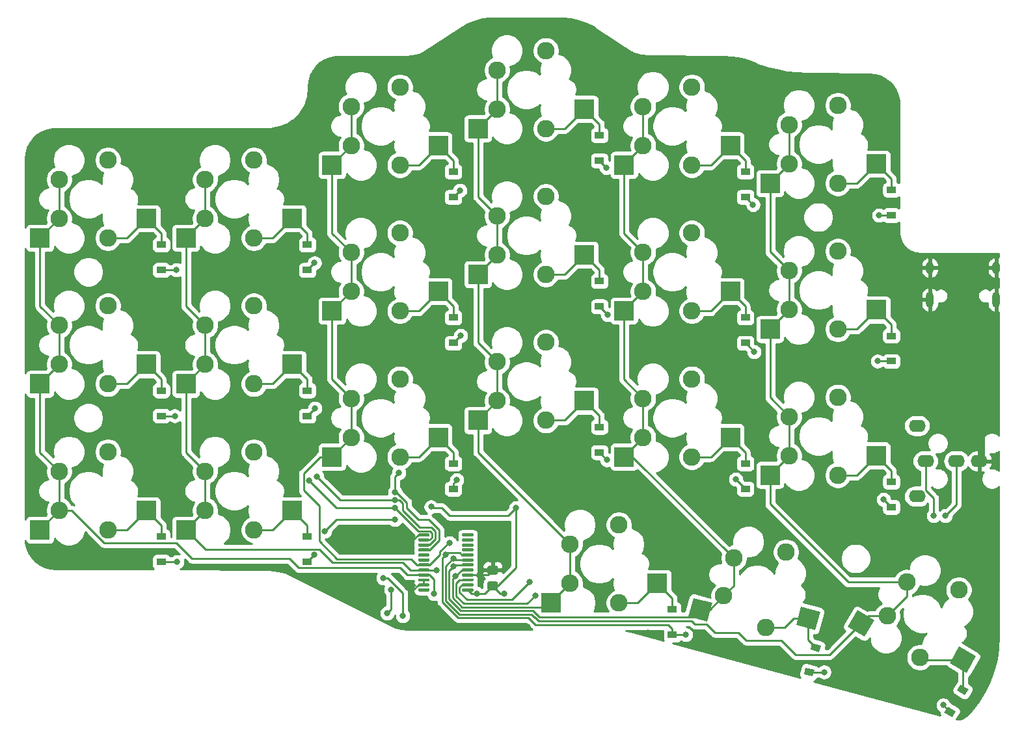
<source format=gbr>
%TF.GenerationSoftware,KiCad,Pcbnew,(5.1.6-0-10_14)*%
%TF.CreationDate,2020-09-21T09:47:25-07:00*%
%TF.ProjectId,my-keyboard,6d792d6b-6579-4626-9f61-72642e6b6963,rev?*%
%TF.SameCoordinates,Original*%
%TF.FileFunction,Copper,L2,Bot*%
%TF.FilePolarity,Positive*%
%FSLAX46Y46*%
G04 Gerber Fmt 4.6, Leading zero omitted, Abs format (unit mm)*
G04 Created by KiCad (PCBNEW (5.1.6-0-10_14)) date 2020-09-21 09:47:25*
%MOMM*%
%LPD*%
G01*
G04 APERTURE LIST*
%TA.AperFunction,ComponentPad*%
%ADD10O,2.200000X1.600000*%
%TD*%
%TA.AperFunction,SMDPad,CuDef*%
%ADD11R,1.200000X0.900000*%
%TD*%
%TA.AperFunction,SMDPad,CuDef*%
%ADD12C,0.100000*%
%TD*%
%TA.AperFunction,ComponentPad*%
%ADD13O,1.000000X1.600000*%
%TD*%
%TA.AperFunction,ComponentPad*%
%ADD14O,1.000000X2.100000*%
%TD*%
%TA.AperFunction,ComponentPad*%
%ADD15C,2.286000*%
%TD*%
%TA.AperFunction,SMDPad,CuDef*%
%ADD16R,2.550000X2.500000*%
%TD*%
%TA.AperFunction,ViaPad*%
%ADD17C,0.800000*%
%TD*%
%TA.AperFunction,Conductor*%
%ADD18C,0.254000*%
%TD*%
%TA.AperFunction,Conductor*%
%ADD19C,0.381000*%
%TD*%
%TA.AperFunction,Conductor*%
%ADD20C,0.250000*%
%TD*%
G04 APERTURE END LIST*
D10*
%TO.P,J2,T*%
%TO.N,+5V*%
X157864000Y-107724000D03*
X157864000Y-98524000D03*
%TO.P,J2,R1*%
%TO.N,/SDA*%
X158964000Y-103124000D03*
%TO.P,J2,S*%
%TO.N,GND*%
X165964000Y-103124000D03*
%TO.P,J2,R2*%
%TO.N,/SCL*%
X162964000Y-103124000D03*
%TD*%
%TO.P,C9,2*%
%TO.N,+5V*%
%TA.AperFunction,SMDPad,CuDef*%
G36*
G01*
X102165999Y-118805000D02*
X103066001Y-118805000D01*
G75*
G02*
X103316000Y-119054999I0J-249999D01*
G01*
X103316000Y-119705001D01*
G75*
G02*
X103066001Y-119955000I-249999J0D01*
G01*
X102165999Y-119955000D01*
G75*
G02*
X101916000Y-119705001I0J249999D01*
G01*
X101916000Y-119054999D01*
G75*
G02*
X102165999Y-118805000I249999J0D01*
G01*
G37*
%TD.AperFunction*%
%TO.P,C9,1*%
%TO.N,GND*%
%TA.AperFunction,SMDPad,CuDef*%
G36*
G01*
X102165999Y-116755000D02*
X103066001Y-116755000D01*
G75*
G02*
X103316000Y-117004999I0J-249999D01*
G01*
X103316000Y-117655001D01*
G75*
G02*
X103066001Y-117905000I-249999J0D01*
G01*
X102165999Y-117905000D01*
G75*
G02*
X101916000Y-117655001I0J249999D01*
G01*
X101916000Y-117004999D01*
G75*
G02*
X102165999Y-116755000I249999J0D01*
G01*
G37*
%TD.AperFunction*%
%TD*%
D11*
%TO.P,D1,2*%
%TO.N,Net-(D1-Pad2)*%
X59500000Y-74950000D03*
%TO.P,D1,1*%
%TO.N,/row0*%
X59500000Y-78250000D03*
%TD*%
%TO.P,D2,2*%
%TO.N,Net-(D2-Pad2)*%
X59500000Y-93950000D03*
%TO.P,D2,1*%
%TO.N,/row1*%
X59500000Y-97250000D03*
%TD*%
%TO.P,D3,2*%
%TO.N,Net-(D3-Pad2)*%
X59500000Y-112950000D03*
%TO.P,D3,1*%
%TO.N,/row2*%
X59500000Y-116250000D03*
%TD*%
%TO.P,D4,2*%
%TO.N,Net-(D4-Pad2)*%
X78500000Y-74950000D03*
%TO.P,D4,1*%
%TO.N,/row0*%
X78500000Y-78250000D03*
%TD*%
%TO.P,D5,2*%
%TO.N,Net-(D5-Pad2)*%
X78500000Y-93950000D03*
%TO.P,D5,1*%
%TO.N,/row1*%
X78500000Y-97250000D03*
%TD*%
%TO.P,D6,2*%
%TO.N,Net-(D6-Pad2)*%
X78500000Y-112950000D03*
%TO.P,D6,1*%
%TO.N,/row2*%
X78500000Y-116250000D03*
%TD*%
%TO.P,D7,2*%
%TO.N,Net-(D7-Pad2)*%
X97500000Y-65450000D03*
%TO.P,D7,1*%
%TO.N,/row0*%
X97500000Y-68750000D03*
%TD*%
%TO.P,D8,2*%
%TO.N,Net-(D8-Pad2)*%
X97500000Y-84450000D03*
%TO.P,D8,1*%
%TO.N,/row1*%
X97500000Y-87750000D03*
%TD*%
%TO.P,D9,2*%
%TO.N,Net-(D9-Pad2)*%
X97500000Y-103450000D03*
%TO.P,D9,1*%
%TO.N,/row2*%
X97500000Y-106750000D03*
%TD*%
%TO.P,D10,2*%
%TO.N,Net-(D10-Pad2)*%
X116500000Y-60700000D03*
%TO.P,D10,1*%
%TO.N,/row0*%
X116500000Y-64000000D03*
%TD*%
%TO.P,D11,2*%
%TO.N,Net-(D11-Pad2)*%
X116500000Y-79700000D03*
%TO.P,D11,1*%
%TO.N,/row1*%
X116500000Y-83000000D03*
%TD*%
%TO.P,D12,2*%
%TO.N,Net-(D12-Pad2)*%
X116500000Y-98700000D03*
%TO.P,D12,1*%
%TO.N,/row2*%
X116500000Y-102000000D03*
%TD*%
%TO.P,D13,2*%
%TO.N,Net-(D13-Pad2)*%
X126000000Y-122450000D03*
%TO.P,D13,1*%
%TO.N,/row3*%
X126000000Y-125750000D03*
%TD*%
%TO.P,D14,2*%
%TO.N,Net-(D14-Pad2)*%
X135500000Y-65450000D03*
%TO.P,D14,1*%
%TO.N,/row0*%
X135500000Y-68750000D03*
%TD*%
%TO.P,D15,2*%
%TO.N,Net-(D15-Pad2)*%
X135500000Y-84450000D03*
%TO.P,D15,1*%
%TO.N,/row1*%
X135500000Y-87750000D03*
%TD*%
%TO.P,D16,2*%
%TO.N,Net-(D16-Pad2)*%
X135500000Y-103450000D03*
%TO.P,D16,1*%
%TO.N,/row2*%
X135500000Y-106750000D03*
%TD*%
%TA.AperFunction,SMDPad,CuDef*%
D12*
%TO.P,D17,2*%
%TO.N,Net-(D17-Pad2)*%
G36*
X145130138Y-127999180D02*
G01*
X143971027Y-127688597D01*
X144203964Y-126819264D01*
X145363075Y-127129847D01*
X145130138Y-127999180D01*
G37*
%TD.AperFunction*%
%TA.AperFunction,SMDPad,CuDef*%
%TO.P,D17,1*%
%TO.N,/row3*%
G36*
X144276036Y-131186736D02*
G01*
X143116925Y-130876153D01*
X143349862Y-130006820D01*
X144508973Y-130317403D01*
X144276036Y-131186736D01*
G37*
%TD.AperFunction*%
%TD*%
D11*
%TO.P,D18,2*%
%TO.N,Net-(D18-Pad2)*%
X154500000Y-67825000D03*
%TO.P,D18,1*%
%TO.N,/row0*%
X154500000Y-71125000D03*
%TD*%
%TO.P,D19,2*%
%TO.N,Net-(D19-Pad2)*%
X154500000Y-86825000D03*
%TO.P,D19,1*%
%TO.N,/row1*%
X154500000Y-90125000D03*
%TD*%
%TO.P,D20,2*%
%TO.N,Net-(D20-Pad2)*%
X154500000Y-105825000D03*
%TO.P,D20,1*%
%TO.N,/row2*%
X154500000Y-109125000D03*
%TD*%
%TA.AperFunction,SMDPad,CuDef*%
D12*
%TO.P,D21,2*%
%TO.N,Net-(D21-Pad2)*%
G36*
X164084615Y-133606769D02*
G01*
X163045385Y-133006769D01*
X163495385Y-132227347D01*
X164534615Y-132827347D01*
X164084615Y-133606769D01*
G37*
%TD.AperFunction*%
%TA.AperFunction,SMDPad,CuDef*%
%TO.P,D21,1*%
%TO.N,/row3*%
G36*
X162434615Y-136464653D02*
G01*
X161395385Y-135864653D01*
X161845385Y-135085231D01*
X162884615Y-135685231D01*
X162434615Y-136464653D01*
G37*
%TD.AperFunction*%
%TD*%
D13*
%TO.P,J1,S1*%
%TO.N,GND*%
X159510000Y-77944000D03*
X168150000Y-77944000D03*
D14*
X168150000Y-82124000D03*
X159510000Y-82124000D03*
%TD*%
D15*
%TO.P,K1,1*%
%TO.N,/col0*%
X46190000Y-66460000D03*
%TO.P,K1,2*%
%TO.N,Net-(D1-Pad2)*%
X52540000Y-63920000D03*
%TO.P,K1,1*%
%TO.N,/col0*%
X46190000Y-71540000D03*
%TO.P,K1,2*%
%TO.N,Net-(D1-Pad2)*%
X52540000Y-74080000D03*
D16*
X57560000Y-71540000D03*
%TO.P,K1,1*%
%TO.N,/col0*%
X43710000Y-74080000D03*
%TD*%
D15*
%TO.P,K2,1*%
%TO.N,/col0*%
X46190000Y-85460000D03*
%TO.P,K2,2*%
%TO.N,Net-(D2-Pad2)*%
X52540000Y-82920000D03*
%TO.P,K2,1*%
%TO.N,/col0*%
X46190000Y-90540000D03*
%TO.P,K2,2*%
%TO.N,Net-(D2-Pad2)*%
X52540000Y-93080000D03*
D16*
X57560000Y-90540000D03*
%TO.P,K2,1*%
%TO.N,/col0*%
X43710000Y-93080000D03*
%TD*%
D15*
%TO.P,K3,1*%
%TO.N,/col0*%
X46190000Y-104460000D03*
%TO.P,K3,2*%
%TO.N,Net-(D3-Pad2)*%
X52540000Y-101920000D03*
%TO.P,K3,1*%
%TO.N,/col0*%
X46190000Y-109540000D03*
%TO.P,K3,2*%
%TO.N,Net-(D3-Pad2)*%
X52540000Y-112080000D03*
D16*
X57560000Y-109540000D03*
%TO.P,K3,1*%
%TO.N,/col0*%
X43710000Y-112080000D03*
%TD*%
D15*
%TO.P,K4,1*%
%TO.N,/col1*%
X65190000Y-66460000D03*
%TO.P,K4,2*%
%TO.N,Net-(D4-Pad2)*%
X71540000Y-63920000D03*
%TO.P,K4,1*%
%TO.N,/col1*%
X65190000Y-71540000D03*
%TO.P,K4,2*%
%TO.N,Net-(D4-Pad2)*%
X71540000Y-74080000D03*
D16*
X76560000Y-71540000D03*
%TO.P,K4,1*%
%TO.N,/col1*%
X62710000Y-74080000D03*
%TD*%
D15*
%TO.P,K5,1*%
%TO.N,/col1*%
X65190000Y-85460000D03*
%TO.P,K5,2*%
%TO.N,Net-(D5-Pad2)*%
X71540000Y-82920000D03*
%TO.P,K5,1*%
%TO.N,/col1*%
X65190000Y-90540000D03*
%TO.P,K5,2*%
%TO.N,Net-(D5-Pad2)*%
X71540000Y-93080000D03*
D16*
X76560000Y-90540000D03*
%TO.P,K5,1*%
%TO.N,/col1*%
X62710000Y-93080000D03*
%TD*%
D15*
%TO.P,K6,1*%
%TO.N,/col1*%
X65190000Y-104460000D03*
%TO.P,K6,2*%
%TO.N,Net-(D6-Pad2)*%
X71540000Y-101920000D03*
%TO.P,K6,1*%
%TO.N,/col1*%
X65190000Y-109540000D03*
%TO.P,K6,2*%
%TO.N,Net-(D6-Pad2)*%
X71540000Y-112080000D03*
D16*
X76560000Y-109540000D03*
%TO.P,K6,1*%
%TO.N,/col1*%
X62710000Y-112080000D03*
%TD*%
D15*
%TO.P,K7,1*%
%TO.N,/col2*%
X84190000Y-56960000D03*
%TO.P,K7,2*%
%TO.N,Net-(D7-Pad2)*%
X90540000Y-54420000D03*
%TO.P,K7,1*%
%TO.N,/col2*%
X84190000Y-62040000D03*
%TO.P,K7,2*%
%TO.N,Net-(D7-Pad2)*%
X90540000Y-64580000D03*
D16*
X95560000Y-62040000D03*
%TO.P,K7,1*%
%TO.N,/col2*%
X81710000Y-64580000D03*
%TD*%
D15*
%TO.P,K8,1*%
%TO.N,/col2*%
X84190000Y-75960000D03*
%TO.P,K8,2*%
%TO.N,Net-(D8-Pad2)*%
X90540000Y-73420000D03*
%TO.P,K8,1*%
%TO.N,/col2*%
X84190000Y-81040000D03*
%TO.P,K8,2*%
%TO.N,Net-(D8-Pad2)*%
X90540000Y-83580000D03*
D16*
X95560000Y-81040000D03*
%TO.P,K8,1*%
%TO.N,/col2*%
X81710000Y-83580000D03*
%TD*%
D15*
%TO.P,K9,1*%
%TO.N,/col2*%
X84190000Y-94960000D03*
%TO.P,K9,2*%
%TO.N,Net-(D9-Pad2)*%
X90540000Y-92420000D03*
%TO.P,K9,1*%
%TO.N,/col2*%
X84190000Y-100040000D03*
%TO.P,K9,2*%
%TO.N,Net-(D9-Pad2)*%
X90540000Y-102580000D03*
D16*
X95560000Y-100040000D03*
%TO.P,K9,1*%
%TO.N,/col2*%
X81710000Y-102580000D03*
%TD*%
D15*
%TO.P,K10,1*%
%TO.N,/col3*%
X103190000Y-52210000D03*
%TO.P,K10,2*%
%TO.N,Net-(D10-Pad2)*%
X109540000Y-49670000D03*
%TO.P,K10,1*%
%TO.N,/col3*%
X103190000Y-57290000D03*
%TO.P,K10,2*%
%TO.N,Net-(D10-Pad2)*%
X109540000Y-59830000D03*
D16*
X114560000Y-57290000D03*
%TO.P,K10,1*%
%TO.N,/col3*%
X100710000Y-59830000D03*
%TD*%
D15*
%TO.P,K11,1*%
%TO.N,/col3*%
X103190000Y-71210000D03*
%TO.P,K11,2*%
%TO.N,Net-(D11-Pad2)*%
X109540000Y-68670000D03*
%TO.P,K11,1*%
%TO.N,/col3*%
X103190000Y-76290000D03*
%TO.P,K11,2*%
%TO.N,Net-(D11-Pad2)*%
X109540000Y-78830000D03*
D16*
X114560000Y-76290000D03*
%TO.P,K11,1*%
%TO.N,/col3*%
X100710000Y-78830000D03*
%TD*%
D15*
%TO.P,K12,1*%
%TO.N,/col3*%
X103190000Y-90210000D03*
%TO.P,K12,2*%
%TO.N,Net-(D12-Pad2)*%
X109540000Y-87670000D03*
%TO.P,K12,1*%
%TO.N,/col3*%
X103190000Y-95290000D03*
%TO.P,K12,2*%
%TO.N,Net-(D12-Pad2)*%
X109540000Y-97830000D03*
D16*
X114560000Y-95290000D03*
%TO.P,K12,1*%
%TO.N,/col3*%
X100710000Y-97830000D03*
%TD*%
D15*
%TO.P,K13,1*%
%TO.N,/col3*%
X112690000Y-113960000D03*
%TO.P,K13,2*%
%TO.N,Net-(D13-Pad2)*%
X119040000Y-111420000D03*
%TO.P,K13,1*%
%TO.N,/col3*%
X112690000Y-119040000D03*
%TO.P,K13,2*%
%TO.N,Net-(D13-Pad2)*%
X119040000Y-121580000D03*
D16*
X124060000Y-119040000D03*
%TO.P,K13,1*%
%TO.N,/col3*%
X110210000Y-121580000D03*
%TD*%
D15*
%TO.P,K14,1*%
%TO.N,/col4*%
X122190000Y-56960000D03*
%TO.P,K14,2*%
%TO.N,Net-(D14-Pad2)*%
X128540000Y-54420000D03*
%TO.P,K14,1*%
%TO.N,/col4*%
X122190000Y-62040000D03*
%TO.P,K14,2*%
%TO.N,Net-(D14-Pad2)*%
X128540000Y-64580000D03*
D16*
X133560000Y-62040000D03*
%TO.P,K14,1*%
%TO.N,/col4*%
X119710000Y-64580000D03*
%TD*%
D15*
%TO.P,K15,1*%
%TO.N,/col4*%
X122190000Y-75960000D03*
%TO.P,K15,2*%
%TO.N,Net-(D15-Pad2)*%
X128540000Y-73420000D03*
%TO.P,K15,1*%
%TO.N,/col4*%
X122190000Y-81040000D03*
%TO.P,K15,2*%
%TO.N,Net-(D15-Pad2)*%
X128540000Y-83580000D03*
D16*
X133560000Y-81040000D03*
%TO.P,K15,1*%
%TO.N,/col4*%
X119710000Y-83580000D03*
%TD*%
D15*
%TO.P,K16,1*%
%TO.N,/col4*%
X122190000Y-94960000D03*
%TO.P,K16,2*%
%TO.N,Net-(D16-Pad2)*%
X128540000Y-92420000D03*
%TO.P,K16,1*%
%TO.N,/col4*%
X122190000Y-100040000D03*
%TO.P,K16,2*%
%TO.N,Net-(D16-Pad2)*%
X128540000Y-102580000D03*
D16*
X133560000Y-100040000D03*
%TO.P,K16,1*%
%TO.N,/col4*%
X119710000Y-102580000D03*
%TD*%
D15*
%TO.P,K17,1*%
%TO.N,/col4*%
X134008223Y-115763448D03*
%TO.P,K17,2*%
%TO.N,Net-(D17-Pad2)*%
X140799252Y-114953497D03*
%TO.P,K17,1*%
%TO.N,/col4*%
X132693422Y-120670351D03*
%TO.P,K17,2*%
%TO.N,Net-(D17-Pad2)*%
X138169651Y-124767304D03*
%TA.AperFunction,SMDPad,CuDef*%
D12*
G36*
X142120920Y-124490537D02*
G01*
X142767967Y-122075722D01*
X145231078Y-122735711D01*
X144584031Y-125150526D01*
X142120920Y-124490537D01*
G37*
%TD.AperFunction*%
%TA.AperFunction,SMDPad,CuDef*%
%TO.P,K17,1*%
%TO.N,/col4*%
G36*
X128085447Y-123359344D02*
G01*
X128732494Y-120944529D01*
X131195605Y-121604518D01*
X130548558Y-124019333D01*
X128085447Y-123359344D01*
G37*
%TD.AperFunction*%
%TD*%
D15*
%TO.P,K18,1*%
%TO.N,/col5*%
X141190000Y-59335000D03*
%TO.P,K18,2*%
%TO.N,Net-(D18-Pad2)*%
X147540000Y-56795000D03*
%TO.P,K18,1*%
%TO.N,/col5*%
X141190000Y-64415000D03*
%TO.P,K18,2*%
%TO.N,Net-(D18-Pad2)*%
X147540000Y-66955000D03*
D16*
X152560000Y-64415000D03*
%TO.P,K18,1*%
%TO.N,/col5*%
X138710000Y-66955000D03*
%TD*%
D15*
%TO.P,K19,1*%
%TO.N,/col5*%
X141190000Y-78335000D03*
%TO.P,K19,2*%
%TO.N,Net-(D19-Pad2)*%
X147540000Y-75795000D03*
%TO.P,K19,1*%
%TO.N,/col5*%
X141190000Y-83415000D03*
%TO.P,K19,2*%
%TO.N,Net-(D19-Pad2)*%
X147540000Y-85955000D03*
D16*
X152560000Y-83415000D03*
%TO.P,K19,1*%
%TO.N,/col5*%
X138710000Y-85955000D03*
%TD*%
D15*
%TO.P,K20,1*%
%TO.N,/col5*%
X141190000Y-97335000D03*
%TO.P,K20,2*%
%TO.N,Net-(D20-Pad2)*%
X147540000Y-94795000D03*
%TO.P,K20,1*%
%TO.N,/col5*%
X141190000Y-102415000D03*
%TO.P,K20,2*%
%TO.N,Net-(D20-Pad2)*%
X147540000Y-104955000D03*
D16*
X152560000Y-102415000D03*
%TO.P,K20,1*%
%TO.N,/col5*%
X138710000Y-104955000D03*
%TD*%
D15*
%TO.P,K21,1*%
%TO.N,/col5*%
X156508443Y-118909295D03*
%TO.P,K21,2*%
%TO.N,Net-(D21-Pad2)*%
X163277705Y-119884591D03*
%TO.P,K21,1*%
%TO.N,/col5*%
X153968443Y-123308705D03*
%TO.P,K21,2*%
%TO.N,Net-(D21-Pad2)*%
X158197705Y-128683409D03*
%TA.AperFunction,SMDPad,CuDef*%
D12*
G36*
X162085970Y-129438737D02*
G01*
X163335970Y-127273673D01*
X165544334Y-128548673D01*
X164294334Y-130713737D01*
X162085970Y-129438737D01*
G37*
%TD.AperFunction*%
%TA.AperFunction,SMDPad,CuDef*%
%TO.P,K21,1*%
%TO.N,/col5*%
G36*
X148821518Y-124713441D02*
G01*
X150071518Y-122548377D01*
X152279882Y-123823377D01*
X151029882Y-125988441D01*
X148821518Y-124713441D01*
G37*
%TD.AperFunction*%
%TD*%
%TO.P,U2,24*%
%TO.N,+5V*%
%TA.AperFunction,SMDPad,CuDef*%
G36*
G01*
X98645000Y-120007000D02*
X98645000Y-119807000D01*
G75*
G02*
X98745000Y-119707000I100000J0D01*
G01*
X100020000Y-119707000D01*
G75*
G02*
X100120000Y-119807000I0J-100000D01*
G01*
X100120000Y-120007000D01*
G75*
G02*
X100020000Y-120107000I-100000J0D01*
G01*
X98745000Y-120107000D01*
G75*
G02*
X98645000Y-120007000I0J100000D01*
G01*
G37*
%TD.AperFunction*%
%TO.P,U2,23*%
%TO.N,/SDA*%
%TA.AperFunction,SMDPad,CuDef*%
G36*
G01*
X98645000Y-119357000D02*
X98645000Y-119157000D01*
G75*
G02*
X98745000Y-119057000I100000J0D01*
G01*
X100020000Y-119057000D01*
G75*
G02*
X100120000Y-119157000I0J-100000D01*
G01*
X100120000Y-119357000D01*
G75*
G02*
X100020000Y-119457000I-100000J0D01*
G01*
X98745000Y-119457000D01*
G75*
G02*
X98645000Y-119357000I0J100000D01*
G01*
G37*
%TD.AperFunction*%
%TO.P,U2,22*%
%TO.N,/SCL*%
%TA.AperFunction,SMDPad,CuDef*%
G36*
G01*
X98645000Y-118707000D02*
X98645000Y-118507000D01*
G75*
G02*
X98745000Y-118407000I100000J0D01*
G01*
X100020000Y-118407000D01*
G75*
G02*
X100120000Y-118507000I0J-100000D01*
G01*
X100120000Y-118707000D01*
G75*
G02*
X100020000Y-118807000I-100000J0D01*
G01*
X98745000Y-118807000D01*
G75*
G02*
X98645000Y-118707000I0J100000D01*
G01*
G37*
%TD.AperFunction*%
%TO.P,U2,21*%
%TO.N,GND*%
%TA.AperFunction,SMDPad,CuDef*%
G36*
G01*
X98645000Y-118057000D02*
X98645000Y-117857000D01*
G75*
G02*
X98745000Y-117757000I100000J0D01*
G01*
X100020000Y-117757000D01*
G75*
G02*
X100120000Y-117857000I0J-100000D01*
G01*
X100120000Y-118057000D01*
G75*
G02*
X100020000Y-118157000I-100000J0D01*
G01*
X98745000Y-118157000D01*
G75*
G02*
X98645000Y-118057000I0J100000D01*
G01*
G37*
%TD.AperFunction*%
%TO.P,U2,20*%
%TO.N,/col3*%
%TA.AperFunction,SMDPad,CuDef*%
G36*
G01*
X98645000Y-117407000D02*
X98645000Y-117207000D01*
G75*
G02*
X98745000Y-117107000I100000J0D01*
G01*
X100020000Y-117107000D01*
G75*
G02*
X100120000Y-117207000I0J-100000D01*
G01*
X100120000Y-117407000D01*
G75*
G02*
X100020000Y-117507000I-100000J0D01*
G01*
X98745000Y-117507000D01*
G75*
G02*
X98645000Y-117407000I0J100000D01*
G01*
G37*
%TD.AperFunction*%
%TO.P,U2,19*%
%TO.N,/col4*%
%TA.AperFunction,SMDPad,CuDef*%
G36*
G01*
X98645000Y-116757000D02*
X98645000Y-116557000D01*
G75*
G02*
X98745000Y-116457000I100000J0D01*
G01*
X100020000Y-116457000D01*
G75*
G02*
X100120000Y-116557000I0J-100000D01*
G01*
X100120000Y-116757000D01*
G75*
G02*
X100020000Y-116857000I-100000J0D01*
G01*
X98745000Y-116857000D01*
G75*
G02*
X98645000Y-116757000I0J100000D01*
G01*
G37*
%TD.AperFunction*%
%TO.P,U2,18*%
%TO.N,/col5*%
%TA.AperFunction,SMDPad,CuDef*%
G36*
G01*
X98645000Y-116107000D02*
X98645000Y-115907000D01*
G75*
G02*
X98745000Y-115807000I100000J0D01*
G01*
X100020000Y-115807000D01*
G75*
G02*
X100120000Y-115907000I0J-100000D01*
G01*
X100120000Y-116107000D01*
G75*
G02*
X100020000Y-116207000I-100000J0D01*
G01*
X98745000Y-116207000D01*
G75*
G02*
X98645000Y-116107000I0J100000D01*
G01*
G37*
%TD.AperFunction*%
%TO.P,U2,17*%
%TO.N,/row3*%
%TA.AperFunction,SMDPad,CuDef*%
G36*
G01*
X98645000Y-115457000D02*
X98645000Y-115257000D01*
G75*
G02*
X98745000Y-115157000I100000J0D01*
G01*
X100020000Y-115157000D01*
G75*
G02*
X100120000Y-115257000I0J-100000D01*
G01*
X100120000Y-115457000D01*
G75*
G02*
X100020000Y-115557000I-100000J0D01*
G01*
X98745000Y-115557000D01*
G75*
G02*
X98645000Y-115457000I0J100000D01*
G01*
G37*
%TD.AperFunction*%
%TO.P,U2,16*%
%TO.N,Net-(U2-Pad16)*%
%TA.AperFunction,SMDPad,CuDef*%
G36*
G01*
X98645000Y-114807000D02*
X98645000Y-114607000D01*
G75*
G02*
X98745000Y-114507000I100000J0D01*
G01*
X100020000Y-114507000D01*
G75*
G02*
X100120000Y-114607000I0J-100000D01*
G01*
X100120000Y-114807000D01*
G75*
G02*
X100020000Y-114907000I-100000J0D01*
G01*
X98745000Y-114907000D01*
G75*
G02*
X98645000Y-114807000I0J100000D01*
G01*
G37*
%TD.AperFunction*%
%TO.P,U2,15*%
%TO.N,Net-(U2-Pad15)*%
%TA.AperFunction,SMDPad,CuDef*%
G36*
G01*
X98645000Y-114157000D02*
X98645000Y-113957000D01*
G75*
G02*
X98745000Y-113857000I100000J0D01*
G01*
X100020000Y-113857000D01*
G75*
G02*
X100120000Y-113957000I0J-100000D01*
G01*
X100120000Y-114157000D01*
G75*
G02*
X100020000Y-114257000I-100000J0D01*
G01*
X98745000Y-114257000D01*
G75*
G02*
X98645000Y-114157000I0J100000D01*
G01*
G37*
%TD.AperFunction*%
%TO.P,U2,14*%
%TO.N,Net-(U2-Pad14)*%
%TA.AperFunction,SMDPad,CuDef*%
G36*
G01*
X98645000Y-113507000D02*
X98645000Y-113307000D01*
G75*
G02*
X98745000Y-113207000I100000J0D01*
G01*
X100020000Y-113207000D01*
G75*
G02*
X100120000Y-113307000I0J-100000D01*
G01*
X100120000Y-113507000D01*
G75*
G02*
X100020000Y-113607000I-100000J0D01*
G01*
X98745000Y-113607000D01*
G75*
G02*
X98645000Y-113507000I0J100000D01*
G01*
G37*
%TD.AperFunction*%
%TO.P,U2,13*%
%TO.N,Net-(U2-Pad13)*%
%TA.AperFunction,SMDPad,CuDef*%
G36*
G01*
X98645000Y-112857000D02*
X98645000Y-112657000D01*
G75*
G02*
X98745000Y-112557000I100000J0D01*
G01*
X100020000Y-112557000D01*
G75*
G02*
X100120000Y-112657000I0J-100000D01*
G01*
X100120000Y-112857000D01*
G75*
G02*
X100020000Y-112957000I-100000J0D01*
G01*
X98745000Y-112957000D01*
G75*
G02*
X98645000Y-112857000I0J100000D01*
G01*
G37*
%TD.AperFunction*%
%TO.P,U2,12*%
%TO.N,GND*%
%TA.AperFunction,SMDPad,CuDef*%
G36*
G01*
X92920000Y-112857000D02*
X92920000Y-112657000D01*
G75*
G02*
X93020000Y-112557000I100000J0D01*
G01*
X94295000Y-112557000D01*
G75*
G02*
X94395000Y-112657000I0J-100000D01*
G01*
X94395000Y-112857000D01*
G75*
G02*
X94295000Y-112957000I-100000J0D01*
G01*
X93020000Y-112957000D01*
G75*
G02*
X92920000Y-112857000I0J100000D01*
G01*
G37*
%TD.AperFunction*%
%TO.P,U2,11*%
%TO.N,/row0*%
%TA.AperFunction,SMDPad,CuDef*%
G36*
G01*
X92920000Y-113507000D02*
X92920000Y-113307000D01*
G75*
G02*
X93020000Y-113207000I100000J0D01*
G01*
X94295000Y-113207000D01*
G75*
G02*
X94395000Y-113307000I0J-100000D01*
G01*
X94395000Y-113507000D01*
G75*
G02*
X94295000Y-113607000I-100000J0D01*
G01*
X93020000Y-113607000D01*
G75*
G02*
X92920000Y-113507000I0J100000D01*
G01*
G37*
%TD.AperFunction*%
%TO.P,U2,10*%
%TO.N,/row1*%
%TA.AperFunction,SMDPad,CuDef*%
G36*
G01*
X92920000Y-114157000D02*
X92920000Y-113957000D01*
G75*
G02*
X93020000Y-113857000I100000J0D01*
G01*
X94295000Y-113857000D01*
G75*
G02*
X94395000Y-113957000I0J-100000D01*
G01*
X94395000Y-114157000D01*
G75*
G02*
X94295000Y-114257000I-100000J0D01*
G01*
X93020000Y-114257000D01*
G75*
G02*
X92920000Y-114157000I0J100000D01*
G01*
G37*
%TD.AperFunction*%
%TO.P,U2,9*%
%TO.N,/row2*%
%TA.AperFunction,SMDPad,CuDef*%
G36*
G01*
X92920000Y-114807000D02*
X92920000Y-114607000D01*
G75*
G02*
X93020000Y-114507000I100000J0D01*
G01*
X94295000Y-114507000D01*
G75*
G02*
X94395000Y-114607000I0J-100000D01*
G01*
X94395000Y-114807000D01*
G75*
G02*
X94295000Y-114907000I-100000J0D01*
G01*
X93020000Y-114907000D01*
G75*
G02*
X92920000Y-114807000I0J100000D01*
G01*
G37*
%TD.AperFunction*%
%TO.P,U2,8*%
%TO.N,Net-(U2-Pad8)*%
%TA.AperFunction,SMDPad,CuDef*%
G36*
G01*
X92920000Y-115457000D02*
X92920000Y-115257000D01*
G75*
G02*
X93020000Y-115157000I100000J0D01*
G01*
X94295000Y-115157000D01*
G75*
G02*
X94395000Y-115257000I0J-100000D01*
G01*
X94395000Y-115457000D01*
G75*
G02*
X94295000Y-115557000I-100000J0D01*
G01*
X93020000Y-115557000D01*
G75*
G02*
X92920000Y-115457000I0J100000D01*
G01*
G37*
%TD.AperFunction*%
%TO.P,U2,7*%
%TO.N,Net-(U2-Pad7)*%
%TA.AperFunction,SMDPad,CuDef*%
G36*
G01*
X92920000Y-116107000D02*
X92920000Y-115907000D01*
G75*
G02*
X93020000Y-115807000I100000J0D01*
G01*
X94295000Y-115807000D01*
G75*
G02*
X94395000Y-115907000I0J-100000D01*
G01*
X94395000Y-116107000D01*
G75*
G02*
X94295000Y-116207000I-100000J0D01*
G01*
X93020000Y-116207000D01*
G75*
G02*
X92920000Y-116107000I0J100000D01*
G01*
G37*
%TD.AperFunction*%
%TO.P,U2,6*%
%TO.N,/col2*%
%TA.AperFunction,SMDPad,CuDef*%
G36*
G01*
X92920000Y-116757000D02*
X92920000Y-116557000D01*
G75*
G02*
X93020000Y-116457000I100000J0D01*
G01*
X94295000Y-116457000D01*
G75*
G02*
X94395000Y-116557000I0J-100000D01*
G01*
X94395000Y-116757000D01*
G75*
G02*
X94295000Y-116857000I-100000J0D01*
G01*
X93020000Y-116857000D01*
G75*
G02*
X92920000Y-116757000I0J100000D01*
G01*
G37*
%TD.AperFunction*%
%TO.P,U2,5*%
%TO.N,/col1*%
%TA.AperFunction,SMDPad,CuDef*%
G36*
G01*
X92920000Y-117407000D02*
X92920000Y-117207000D01*
G75*
G02*
X93020000Y-117107000I100000J0D01*
G01*
X94295000Y-117107000D01*
G75*
G02*
X94395000Y-117207000I0J-100000D01*
G01*
X94395000Y-117407000D01*
G75*
G02*
X94295000Y-117507000I-100000J0D01*
G01*
X93020000Y-117507000D01*
G75*
G02*
X92920000Y-117407000I0J100000D01*
G01*
G37*
%TD.AperFunction*%
%TO.P,U2,4*%
%TO.N,/col0*%
%TA.AperFunction,SMDPad,CuDef*%
G36*
G01*
X92920000Y-118057000D02*
X92920000Y-117857000D01*
G75*
G02*
X93020000Y-117757000I100000J0D01*
G01*
X94295000Y-117757000D01*
G75*
G02*
X94395000Y-117857000I0J-100000D01*
G01*
X94395000Y-118057000D01*
G75*
G02*
X94295000Y-118157000I-100000J0D01*
G01*
X93020000Y-118157000D01*
G75*
G02*
X92920000Y-118057000I0J100000D01*
G01*
G37*
%TD.AperFunction*%
%TO.P,U2,3*%
%TO.N,GND*%
%TA.AperFunction,SMDPad,CuDef*%
G36*
G01*
X92920000Y-118707000D02*
X92920000Y-118507000D01*
G75*
G02*
X93020000Y-118407000I100000J0D01*
G01*
X94295000Y-118407000D01*
G75*
G02*
X94395000Y-118507000I0J-100000D01*
G01*
X94395000Y-118707000D01*
G75*
G02*
X94295000Y-118807000I-100000J0D01*
G01*
X93020000Y-118807000D01*
G75*
G02*
X92920000Y-118707000I0J100000D01*
G01*
G37*
%TD.AperFunction*%
%TO.P,U2,2*%
%TA.AperFunction,SMDPad,CuDef*%
G36*
G01*
X92920000Y-119357000D02*
X92920000Y-119157000D01*
G75*
G02*
X93020000Y-119057000I100000J0D01*
G01*
X94295000Y-119057000D01*
G75*
G02*
X94395000Y-119157000I0J-100000D01*
G01*
X94395000Y-119357000D01*
G75*
G02*
X94295000Y-119457000I-100000J0D01*
G01*
X93020000Y-119457000D01*
G75*
G02*
X92920000Y-119357000I0J100000D01*
G01*
G37*
%TD.AperFunction*%
%TO.P,U2,1*%
%TO.N,Net-(U2-Pad1)*%
%TA.AperFunction,SMDPad,CuDef*%
G36*
G01*
X92920000Y-120007000D02*
X92920000Y-119807000D01*
G75*
G02*
X93020000Y-119707000I100000J0D01*
G01*
X94295000Y-119707000D01*
G75*
G02*
X94395000Y-119807000I0J-100000D01*
G01*
X94395000Y-120007000D01*
G75*
G02*
X94295000Y-120107000I-100000J0D01*
G01*
X93020000Y-120107000D01*
G75*
G02*
X92920000Y-120007000I0J100000D01*
G01*
G37*
%TD.AperFunction*%
%TD*%
D17*
%TO.N,GND*%
X122809000Y-125476000D03*
X42545000Y-77470000D03*
X108966000Y-103378000D03*
X78359000Y-99822000D03*
X106807000Y-106172000D03*
X43180000Y-105410000D03*
X167640000Y-128270000D03*
X139700000Y-128270000D03*
X156210000Y-133350000D03*
X116586000Y-110490000D03*
X78740000Y-60960000D03*
X58420000Y-101600000D03*
X149860000Y-71120000D03*
X97028000Y-112522000D03*
X85344000Y-112268000D03*
X80010000Y-118110000D03*
X55880000Y-115570000D03*
X104140000Y-113157000D03*
X102616000Y-108966000D03*
X96266000Y-108204000D03*
X114554000Y-108204000D03*
X107188000Y-124714000D03*
X104636990Y-116325010D03*
X91956420Y-114797999D03*
X92027300Y-120995447D03*
X167640000Y-87884000D03*
%TO.N,+5V*%
X100584000Y-120396000D03*
X105664000Y-109220000D03*
X104140000Y-120396000D03*
X94607604Y-109087469D03*
%TO.N,/row0*%
X61450000Y-78250000D03*
X79427001Y-77322999D03*
X98365000Y-67885000D03*
X117436000Y-64936000D03*
X136499000Y-69749000D03*
X152903000Y-71125000D03*
X89916000Y-109220000D03*
X78740000Y-105664000D03*
%TO.N,/row1*%
X61246000Y-97250000D03*
X79493000Y-96257000D03*
X98467000Y-86783000D03*
X117588000Y-84088000D03*
X136651000Y-88901000D03*
X152699000Y-90125000D03*
X79756000Y-105156000D03*
X89916000Y-108204000D03*
%TO.N,/row2*%
X61550000Y-116250000D03*
X79427001Y-115322999D03*
X97963000Y-105583000D03*
X117486000Y-102986000D03*
X153497500Y-108122500D03*
X134263000Y-105513000D03*
X90424000Y-104648000D03*
X89916000Y-107188000D03*
%TO.N,/row3*%
X127742000Y-125750000D03*
X145755222Y-130596778D03*
X161264529Y-134899471D03*
X96488065Y-115279974D03*
%TO.N,/col0*%
X94996000Y-120396000D03*
%TO.N,/col1*%
X95320939Y-117348000D03*
%TO.N,/col2*%
X97028000Y-113792000D03*
%TO.N,/col3*%
X97772691Y-118115175D03*
%TO.N,/col4*%
X97536000Y-116840000D03*
%TO.N,/col5*%
X97536000Y-115824000D03*
%TO.N,Net-(R5-Pad1)*%
X89916000Y-110744000D03*
X80772000Y-112268000D03*
%TO.N,/SDA*%
X160020000Y-110236000D03*
X107418010Y-118872000D03*
X88392000Y-118364000D03*
X90932000Y-123290020D03*
%TO.N,/SCL*%
X161544000Y-110236000D03*
X108145020Y-120630671D03*
X88900000Y-122936000D03*
X89408000Y-119888000D03*
%TD*%
D18*
%TO.N,GND*%
X101989000Y-117957000D02*
X99382500Y-117957000D01*
X102616000Y-117330000D02*
X101989000Y-117957000D01*
X103632000Y-117330000D02*
X104636990Y-116325010D01*
X102616000Y-117330000D02*
X103632000Y-117330000D01*
X93657500Y-119257000D02*
X93657500Y-118607000D01*
X91956420Y-113720580D02*
X91956420Y-114797999D01*
X92920000Y-112757000D02*
X91956420Y-113720580D01*
X93657500Y-112757000D02*
X92920000Y-112757000D01*
X92920000Y-119257000D02*
X92027300Y-120149700D01*
X93657500Y-119257000D02*
X92920000Y-119257000D01*
X92027300Y-120149700D02*
X92027300Y-120995447D01*
D19*
X166423499Y-102664501D02*
X165964000Y-103124000D01*
X166423499Y-89100501D02*
X166423499Y-102664501D01*
X167640000Y-87884000D02*
X166423499Y-89100501D01*
D18*
%TO.N,+5V*%
X101600000Y-120396000D02*
X102616000Y-119380000D01*
X100584000Y-120396000D02*
X101600000Y-120396000D01*
X99871500Y-120396000D02*
X99382500Y-119907000D01*
X100584000Y-120396000D02*
X99871500Y-120396000D01*
X105664000Y-117032000D02*
X105664000Y-109220000D01*
X102616000Y-119380000D02*
X103316000Y-119380000D01*
X103316000Y-119380000D02*
X103728000Y-118968000D01*
X103728000Y-118968000D02*
X105664000Y-117032000D01*
X103632000Y-120396000D02*
X102616000Y-119380000D01*
X104140000Y-120396000D02*
X103632000Y-120396000D01*
X94740135Y-109220000D02*
X94607604Y-109087469D01*
X96012000Y-109220000D02*
X94740135Y-109220000D01*
X105664000Y-109220000D02*
X104648000Y-110236000D01*
X97028000Y-110236000D02*
X96012000Y-109220000D01*
X104648000Y-110236000D02*
X97028000Y-110236000D01*
%TO.N,/row0*%
X59500000Y-78250000D02*
X61450000Y-78250000D01*
X78500000Y-78250000D02*
X79427001Y-77322999D01*
X97500000Y-68750000D02*
X98365000Y-67885000D01*
X116500000Y-64000000D02*
X117436000Y-64936000D01*
X135500000Y-68750000D02*
X136499000Y-69749000D01*
X154500000Y-71125000D02*
X152903000Y-71125000D01*
X89916000Y-109220000D02*
X92925990Y-112229990D01*
X94395000Y-113407000D02*
X93657500Y-113407000D01*
X94722010Y-113079990D02*
X94395000Y-113407000D01*
X94722010Y-112480124D02*
X94722010Y-113079990D01*
X94471876Y-112229990D02*
X94722010Y-112480124D01*
X92925990Y-112229990D02*
X94471876Y-112229990D01*
X89916000Y-109220000D02*
X83820000Y-109220000D01*
X82296000Y-109220000D02*
X78740000Y-105664000D01*
X83820000Y-109220000D02*
X82296000Y-109220000D01*
%TO.N,Net-(D1-Pad2)*%
X55020000Y-74080000D02*
X52540000Y-74080000D01*
X57560000Y-71540000D02*
X55020000Y-74080000D01*
X59500000Y-73480000D02*
X59500000Y-74950000D01*
X57560000Y-71540000D02*
X59500000Y-73480000D01*
%TO.N,/row1*%
X59500000Y-97250000D02*
X61246000Y-97250000D01*
X78500000Y-97250000D02*
X79493000Y-96257000D01*
X97500000Y-87750000D02*
X98467000Y-86783000D01*
X116500000Y-83000000D02*
X117588000Y-84088000D01*
X154500000Y-90125000D02*
X152699000Y-90125000D01*
X135500000Y-87750000D02*
X136651000Y-88901000D01*
X79756000Y-105156000D02*
X82804000Y-108204000D01*
X82804000Y-108204000D02*
X89916000Y-108204000D01*
X90932000Y-108654315D02*
X90932000Y-109593934D01*
X90481685Y-108204000D02*
X90932000Y-108654315D01*
X89916000Y-108204000D02*
X90481685Y-108204000D01*
X90932000Y-109593934D02*
X93098066Y-111760000D01*
X94387067Y-114057000D02*
X93657500Y-114057000D01*
X95176020Y-113268047D02*
X94387067Y-114057000D01*
X95176020Y-112292067D02*
X95176020Y-113268047D01*
X94643953Y-111760000D02*
X95176020Y-112292067D01*
X93098066Y-111760000D02*
X94643953Y-111760000D01*
%TO.N,Net-(D2-Pad2)*%
X55020000Y-93080000D02*
X57560000Y-90540000D01*
X52540000Y-93080000D02*
X55020000Y-93080000D01*
X59500000Y-92480000D02*
X59500000Y-93950000D01*
X57560000Y-90540000D02*
X59500000Y-92480000D01*
%TO.N,Net-(D3-Pad2)*%
X55020000Y-112080000D02*
X57560000Y-109540000D01*
X52540000Y-112080000D02*
X55020000Y-112080000D01*
X59500000Y-111480000D02*
X59500000Y-112950000D01*
X57560000Y-109540000D02*
X59500000Y-111480000D01*
%TO.N,/row2*%
X59500000Y-116250000D02*
X61550000Y-116250000D01*
X78500000Y-116250000D02*
X79427001Y-115322999D01*
X97500000Y-106046000D02*
X97963000Y-105583000D01*
X97500000Y-106750000D02*
X97500000Y-106046000D01*
X116500000Y-102000000D02*
X117486000Y-102986000D01*
X154500000Y-109125000D02*
X153497500Y-108122500D01*
X135500000Y-106750000D02*
X134263000Y-105513000D01*
X94270019Y-110744000D02*
X95630030Y-112104010D01*
X92964000Y-110744000D02*
X94270019Y-110744000D01*
X91440000Y-109220000D02*
X92964000Y-110744000D01*
X94379134Y-114707000D02*
X93657500Y-114707000D01*
X95630030Y-113456104D02*
X94379134Y-114707000D01*
X95630030Y-112104010D02*
X95630030Y-113456104D01*
X90107752Y-107188000D02*
X89916000Y-107188000D01*
X91440000Y-108520248D02*
X90107752Y-107188000D01*
X91440000Y-109220000D02*
X91440000Y-108520248D01*
X89916000Y-105156000D02*
X90424000Y-104648000D01*
X89916000Y-107188000D02*
X89916000Y-105156000D01*
%TO.N,Net-(D4-Pad2)*%
X74020000Y-74080000D02*
X76560000Y-71540000D01*
X71540000Y-74080000D02*
X74020000Y-74080000D01*
X78500000Y-73480000D02*
X78500000Y-74950000D01*
X76560000Y-71540000D02*
X78500000Y-73480000D01*
%TO.N,Net-(D5-Pad2)*%
X74020000Y-93080000D02*
X76560000Y-90540000D01*
X71540000Y-93080000D02*
X74020000Y-93080000D01*
X78500000Y-92480000D02*
X78500000Y-93950000D01*
X76560000Y-90540000D02*
X78500000Y-92480000D01*
%TO.N,Net-(D6-Pad2)*%
X74020000Y-112080000D02*
X76560000Y-109540000D01*
X71540000Y-112080000D02*
X74020000Y-112080000D01*
X78500000Y-111480000D02*
X78500000Y-112950000D01*
X76560000Y-109540000D02*
X78500000Y-111480000D01*
%TO.N,Net-(D7-Pad2)*%
X93020000Y-64580000D02*
X95560000Y-62040000D01*
X90540000Y-64580000D02*
X93020000Y-64580000D01*
X97500000Y-63980000D02*
X97500000Y-65450000D01*
X95560000Y-62040000D02*
X97500000Y-63980000D01*
%TO.N,Net-(D8-Pad2)*%
X93020000Y-83580000D02*
X95560000Y-81040000D01*
X90540000Y-83580000D02*
X93020000Y-83580000D01*
X97500000Y-82980000D02*
X97500000Y-84450000D01*
X95560000Y-81040000D02*
X97500000Y-82980000D01*
%TO.N,Net-(D9-Pad2)*%
X93020000Y-102580000D02*
X95560000Y-100040000D01*
X90540000Y-102580000D02*
X93020000Y-102580000D01*
X97500000Y-101980000D02*
X97500000Y-103450000D01*
X95560000Y-100040000D02*
X97500000Y-101980000D01*
%TO.N,Net-(D10-Pad2)*%
X112020000Y-59830000D02*
X114560000Y-57290000D01*
X109540000Y-59830000D02*
X112020000Y-59830000D01*
X116500000Y-59230000D02*
X116500000Y-60700000D01*
X114560000Y-57290000D02*
X116500000Y-59230000D01*
%TO.N,Net-(D11-Pad2)*%
X112020000Y-78830000D02*
X114560000Y-76290000D01*
X109540000Y-78830000D02*
X112020000Y-78830000D01*
X116500000Y-78230000D02*
X116500000Y-79700000D01*
X114560000Y-76290000D02*
X116500000Y-78230000D01*
%TO.N,Net-(D12-Pad2)*%
X112020000Y-97830000D02*
X114560000Y-95290000D01*
X109540000Y-97830000D02*
X112020000Y-97830000D01*
X116500000Y-97230000D02*
X116500000Y-98700000D01*
X114560000Y-95290000D02*
X116500000Y-97230000D01*
%TO.N,/row3*%
X126000000Y-125750000D02*
X127742000Y-125750000D01*
X143812949Y-130596778D02*
X145755222Y-130596778D01*
X161264529Y-134899471D02*
X162140000Y-135774942D01*
X126000000Y-125750000D02*
X126000000Y-124984000D01*
X126000000Y-124984000D02*
X125476000Y-124460000D01*
X108204000Y-124460000D02*
X107263223Y-123519223D01*
X125476000Y-124460000D02*
X108204000Y-124460000D01*
X96047939Y-115720100D02*
X96488065Y-115279974D01*
X96047939Y-121476207D02*
X96047939Y-115720100D01*
X98090955Y-123519223D02*
X96047939Y-121476207D01*
X107263223Y-123519223D02*
X98090955Y-123519223D01*
X98593000Y-115357000D02*
X99382500Y-115357000D01*
X98332999Y-115096999D02*
X98593000Y-115357000D01*
X96671040Y-115096999D02*
X98332999Y-115096999D01*
X96488065Y-115279974D02*
X96671040Y-115096999D01*
%TO.N,Net-(D13-Pad2)*%
X121520000Y-121580000D02*
X124060000Y-119040000D01*
X119040000Y-121580000D02*
X121520000Y-121580000D01*
X126000000Y-120980000D02*
X126000000Y-122450000D01*
X124060000Y-119040000D02*
X126000000Y-120980000D01*
%TO.N,Net-(D14-Pad2)*%
X131020000Y-64580000D02*
X133560000Y-62040000D01*
X128540000Y-64580000D02*
X131020000Y-64580000D01*
X135500000Y-63980000D02*
X135500000Y-65450000D01*
X133560000Y-62040000D02*
X135500000Y-63980000D01*
%TO.N,Net-(D15-Pad2)*%
X131020000Y-83580000D02*
X133560000Y-81040000D01*
X128540000Y-83580000D02*
X131020000Y-83580000D01*
X135500000Y-82980000D02*
X135500000Y-84450000D01*
X133560000Y-81040000D02*
X135500000Y-82980000D01*
%TO.N,Net-(D16-Pad2)*%
X131020000Y-102580000D02*
X133560000Y-100040000D01*
X128540000Y-102580000D02*
X131020000Y-102580000D01*
X135500000Y-101980000D02*
X135500000Y-103450000D01*
X133560000Y-100040000D02*
X135500000Y-101980000D01*
%TO.N,Net-(D17-Pad2)*%
X143675999Y-126418170D02*
X144667051Y-127409222D01*
X143675999Y-123613124D02*
X143675999Y-126418170D01*
D20*
X140630027Y-124767304D02*
X138169651Y-124767304D01*
X141784207Y-123613124D02*
X140630027Y-124767304D01*
X143675999Y-123613124D02*
X141784207Y-123613124D01*
D18*
%TO.N,Net-(D18-Pad2)*%
X150020000Y-66955000D02*
X152560000Y-64415000D01*
X147540000Y-66955000D02*
X150020000Y-66955000D01*
X154500000Y-66355000D02*
X154500000Y-67825000D01*
X152560000Y-64415000D02*
X154500000Y-66355000D01*
%TO.N,Net-(D19-Pad2)*%
X150020000Y-85955000D02*
X152560000Y-83415000D01*
X147540000Y-85955000D02*
X150020000Y-85955000D01*
X154500000Y-85355000D02*
X154500000Y-86825000D01*
X152560000Y-83415000D02*
X154500000Y-85355000D01*
%TO.N,Net-(D20-Pad2)*%
X154500000Y-104355000D02*
X154500000Y-105825000D01*
X152560000Y-102415000D02*
X154500000Y-104355000D01*
X150020000Y-104955000D02*
X152560000Y-102415000D01*
X147540000Y-104955000D02*
X150020000Y-104955000D01*
%TO.N,Net-(D21-Pad2)*%
X158508001Y-128993705D02*
X163815152Y-128993705D01*
X158197705Y-128683409D02*
X158508001Y-128993705D01*
X163815152Y-132891906D02*
X163790000Y-132917058D01*
X163815152Y-128993705D02*
X163815152Y-132891906D01*
%TO.N,/col0*%
X46190000Y-66460000D02*
X46190000Y-71540000D01*
X43710000Y-74020000D02*
X46190000Y-71540000D01*
X43710000Y-74080000D02*
X43710000Y-74020000D01*
X43710000Y-82980000D02*
X46190000Y-85460000D01*
X43710000Y-74080000D02*
X43710000Y-82980000D01*
X46190000Y-85460000D02*
X46190000Y-90540000D01*
X43710000Y-93020000D02*
X46190000Y-90540000D01*
X43710000Y-93080000D02*
X43710000Y-93020000D01*
X43710000Y-101980000D02*
X46190000Y-104460000D01*
X43710000Y-93080000D02*
X43710000Y-101980000D01*
X46190000Y-104460000D02*
X46190000Y-109540000D01*
X43710000Y-112020000D02*
X43710000Y-112080000D01*
X46190000Y-109540000D02*
X43710000Y-112020000D01*
X91541000Y-117957000D02*
X93657500Y-117957000D01*
X90611001Y-117027001D02*
X91541000Y-117957000D01*
X76200000Y-115824000D02*
X77403001Y-117027001D01*
X61468000Y-113792000D02*
X63500000Y-115824000D01*
X52058446Y-113792000D02*
X61468000Y-113792000D01*
X77403001Y-117027001D02*
X90611001Y-117027001D01*
X46190000Y-109540000D02*
X47806446Y-109540000D01*
X63500000Y-115824000D02*
X76200000Y-115824000D01*
X47806446Y-109540000D02*
X52058446Y-113792000D01*
X94996000Y-118558000D02*
X94996000Y-120396000D01*
X94395000Y-117957000D02*
X94996000Y-118558000D01*
X93657500Y-117957000D02*
X94395000Y-117957000D01*
%TO.N,/col1*%
X65190000Y-66460000D02*
X65190000Y-71540000D01*
X62710000Y-74020000D02*
X62710000Y-74080000D01*
X65190000Y-71540000D02*
X62710000Y-74020000D01*
X62710000Y-82980000D02*
X65190000Y-85460000D01*
X62710000Y-74080000D02*
X62710000Y-82980000D01*
X65190000Y-85460000D02*
X65190000Y-90540000D01*
X62710000Y-93020000D02*
X62710000Y-93080000D01*
X65190000Y-90540000D02*
X62710000Y-93020000D01*
X62710000Y-101980000D02*
X65190000Y-104460000D01*
X62710000Y-93080000D02*
X62710000Y-101980000D01*
X65190000Y-104460000D02*
X65190000Y-109540000D01*
X62710000Y-112020000D02*
X62710000Y-112080000D01*
X65190000Y-109540000D02*
X62710000Y-112020000D01*
X95279939Y-117307000D02*
X95320939Y-117348000D01*
X93657500Y-117307000D02*
X95279939Y-117307000D01*
X65225998Y-114595998D02*
X80051998Y-114595998D01*
X62710000Y-112080000D02*
X65225998Y-114595998D01*
X80051998Y-114595998D02*
X81788000Y-116332000D01*
X81788000Y-116332000D02*
X90932000Y-116332000D01*
X91907000Y-117307000D02*
X93657500Y-117307000D01*
X90932000Y-116332000D02*
X91907000Y-117307000D01*
%TO.N,/col2*%
X84190000Y-56960000D02*
X84190000Y-62040000D01*
X81710000Y-64520000D02*
X81710000Y-64580000D01*
X84190000Y-62040000D02*
X81710000Y-64520000D01*
X81710000Y-73480000D02*
X84190000Y-75960000D01*
X81710000Y-64580000D02*
X81710000Y-73480000D01*
X84190000Y-75960000D02*
X84190000Y-81040000D01*
X81710000Y-83520000D02*
X81710000Y-83580000D01*
X84190000Y-81040000D02*
X81710000Y-83520000D01*
X81710000Y-92480000D02*
X84190000Y-94960000D01*
X81710000Y-83580000D02*
X81710000Y-92480000D01*
X84190000Y-94960000D02*
X84190000Y-100040000D01*
X81710000Y-102520000D02*
X81710000Y-102580000D01*
X84190000Y-100040000D02*
X81710000Y-102520000D01*
X96900077Y-113792000D02*
X97028000Y-113792000D01*
X95761064Y-115290936D02*
X95761064Y-114931013D01*
X94395000Y-116657000D02*
X95761064Y-115290936D01*
X95761064Y-114931013D02*
X96900077Y-113792000D01*
X93657500Y-116657000D02*
X94395000Y-116657000D01*
X78012999Y-104748001D02*
X78012999Y-106968999D01*
X80181000Y-102580000D02*
X78012999Y-104748001D01*
X81710000Y-102580000D02*
X80181000Y-102580000D01*
X80044999Y-109000999D02*
X80044999Y-113572999D01*
X78012999Y-106968999D02*
X80044999Y-109000999D01*
X92781000Y-116657000D02*
X93657500Y-116657000D01*
X92001990Y-115877990D02*
X92781000Y-116657000D01*
X82349990Y-115877990D02*
X92001990Y-115877990D01*
X80044999Y-113572999D02*
X82349990Y-115877990D01*
%TO.N,/col3*%
X103190000Y-52210000D02*
X103190000Y-57290000D01*
X100710000Y-59770000D02*
X100710000Y-59830000D01*
X103190000Y-57290000D02*
X100710000Y-59770000D01*
X100710000Y-68730000D02*
X103190000Y-71210000D01*
X100710000Y-59830000D02*
X100710000Y-68730000D01*
X103190000Y-71210000D02*
X103190000Y-76290000D01*
X100710000Y-78770000D02*
X100710000Y-78830000D01*
X103190000Y-76290000D02*
X100710000Y-78770000D01*
X100710000Y-87730000D02*
X103190000Y-90210000D01*
X100710000Y-78830000D02*
X100710000Y-87730000D01*
X103190000Y-90210000D02*
X103190000Y-95290000D01*
X100710000Y-97770000D02*
X100710000Y-97830000D01*
X103190000Y-95290000D02*
X100710000Y-97770000D01*
X100710000Y-101980000D02*
X112690000Y-113960000D01*
X100710000Y-97830000D02*
X100710000Y-101980000D01*
X112690000Y-113960000D02*
X112690000Y-119040000D01*
X110210000Y-121520000D02*
X110210000Y-121580000D01*
X112690000Y-119040000D02*
X110210000Y-121520000D01*
X97409969Y-118477897D02*
X97772691Y-118115175D01*
X110210000Y-121580000D02*
X109632807Y-122157193D01*
X97409969Y-120912036D02*
X97409969Y-118477897D01*
X98655126Y-122157193D02*
X97409969Y-120912036D01*
X109632807Y-122157193D02*
X98655126Y-122157193D01*
X98580866Y-117307000D02*
X99382500Y-117307000D01*
X97772691Y-118115175D02*
X98580866Y-117307000D01*
%TO.N,/col4*%
X122190000Y-56960000D02*
X122190000Y-62040000D01*
X119710000Y-64520000D02*
X119710000Y-64580000D01*
X122190000Y-62040000D02*
X119710000Y-64520000D01*
X119710000Y-73480000D02*
X122190000Y-75960000D01*
X119710000Y-64580000D02*
X119710000Y-73480000D01*
X122190000Y-75960000D02*
X122190000Y-81040000D01*
X119710000Y-83520000D02*
X119710000Y-83580000D01*
X122190000Y-81040000D02*
X119710000Y-83520000D01*
X119710000Y-92480000D02*
X122190000Y-94960000D01*
X119710000Y-83580000D02*
X119710000Y-92480000D01*
X122190000Y-94960000D02*
X122190000Y-100040000D01*
X119710000Y-102520000D02*
X119710000Y-102580000D01*
X122190000Y-100040000D02*
X119710000Y-102520000D01*
X120824775Y-102580000D02*
X134008223Y-115763448D01*
X119710000Y-102580000D02*
X120824775Y-102580000D01*
X134008223Y-119355550D02*
X132693422Y-120670351D01*
X134008223Y-115763448D02*
X134008223Y-119355550D01*
X130881842Y-122481931D02*
X129640526Y-122481931D01*
X132693422Y-120670351D02*
X130881842Y-122481931D01*
X96955959Y-117420041D02*
X97536000Y-116840000D01*
X96955959Y-121100093D02*
X96955959Y-117420041D01*
X98467069Y-122611203D02*
X96955959Y-121100093D01*
X107879203Y-122611203D02*
X98467069Y-122611203D01*
X97719000Y-116657000D02*
X99382500Y-116657000D01*
X97536000Y-116840000D02*
X97719000Y-116657000D01*
D20*
X108712000Y-123444000D02*
X107879203Y-122611203D01*
X128678457Y-123444000D02*
X108712000Y-123444000D01*
X129640526Y-122481931D02*
X128678457Y-123444000D01*
D18*
%TO.N,/col5*%
X141190000Y-59335000D02*
X141190000Y-64415000D01*
X138710000Y-66895000D02*
X138710000Y-66955000D01*
X141190000Y-64415000D02*
X138710000Y-66895000D01*
X138710000Y-75855000D02*
X141190000Y-78335000D01*
X138710000Y-66955000D02*
X138710000Y-75855000D01*
X141190000Y-78335000D02*
X141190000Y-83415000D01*
X140047001Y-84617999D02*
X138710000Y-85955000D01*
X140047001Y-84557999D02*
X140047001Y-84617999D01*
X141190000Y-83415000D02*
X140047001Y-84557999D01*
X138710000Y-94855000D02*
X141190000Y-97335000D01*
X138710000Y-85955000D02*
X138710000Y-94855000D01*
X141190000Y-97335000D02*
X141190000Y-102415000D01*
X138710000Y-104895000D02*
X138710000Y-104955000D01*
X141190000Y-102415000D02*
X138710000Y-104895000D01*
X156508443Y-120768705D02*
X153968443Y-123308705D01*
X156508443Y-118909295D02*
X156508443Y-120768705D01*
X151510404Y-123308705D02*
X150550700Y-124268409D01*
X153968443Y-123308705D02*
X151510404Y-123308705D01*
X146492919Y-128326190D02*
X143566190Y-128326190D01*
X150550700Y-124268409D02*
X146492919Y-128326190D01*
X143566190Y-128326190D02*
X142042190Y-128326190D01*
X142042190Y-128326190D02*
X140208000Y-126492000D01*
X140208000Y-126492000D02*
X135636000Y-126492000D01*
X135636000Y-126492000D02*
X134620000Y-125476000D01*
X134620000Y-125476000D02*
X131572000Y-125476000D01*
X128918343Y-124346343D02*
X128528561Y-123956561D01*
X130442343Y-124346343D02*
X128918343Y-124346343D01*
X131572000Y-125476000D02*
X130442343Y-124346343D01*
X108582494Y-123956561D02*
X108069933Y-123444000D01*
X128528561Y-123956561D02*
X108582494Y-123956561D01*
X108069933Y-123444000D02*
X108136967Y-123511033D01*
X108136967Y-123511033D02*
X107691147Y-123065213D01*
X98279012Y-123065213D02*
X96501949Y-121288150D01*
X96501949Y-116798089D02*
X97476038Y-115824000D01*
X97476038Y-115824000D02*
X97536000Y-115824000D01*
X96501949Y-121288150D02*
X96501949Y-116798089D01*
X107691147Y-123065213D02*
X98279012Y-123065213D01*
X97719000Y-116007000D02*
X99382500Y-116007000D01*
X97536000Y-115824000D02*
X97719000Y-116007000D01*
X156508443Y-118909295D02*
X148881295Y-118909295D01*
X138710000Y-108738000D02*
X138710000Y-104955000D01*
X148881295Y-118909295D02*
X138710000Y-108738000D01*
%TO.N,Net-(R5-Pad1)*%
X82296000Y-110744000D02*
X80772000Y-112268000D01*
X89916000Y-110744000D02*
X82296000Y-110744000D01*
%TO.N,/SDA*%
X160020000Y-107986168D02*
X160020000Y-110236000D01*
X158964000Y-106930168D02*
X160020000Y-107986168D01*
X158964000Y-103124000D02*
X158964000Y-106930168D01*
X98645000Y-119257000D02*
X99382500Y-119257000D01*
X98317990Y-119584010D02*
X98645000Y-119257000D01*
X98317990Y-120183876D02*
X98317990Y-119584010D01*
X105167009Y-121123001D02*
X99257115Y-121123001D01*
X99257115Y-121123001D02*
X98317990Y-120183876D01*
X107418010Y-118872000D02*
X105167009Y-121123001D01*
X88959964Y-118364000D02*
X90932000Y-120336036D01*
X88392000Y-118364000D02*
X88959964Y-118364000D01*
X90932000Y-120336036D02*
X90932000Y-123290020D01*
%TO.N,/SCL*%
X162964000Y-108816000D02*
X161544000Y-110236000D01*
X162964000Y-103124000D02*
X162964000Y-108816000D01*
X99382500Y-118607000D02*
X98309000Y-118607000D01*
X97863979Y-120723978D02*
X98843183Y-121703183D01*
X97863979Y-119052021D02*
X97863979Y-120723978D01*
X98309000Y-118607000D02*
X97863979Y-119052021D01*
X98843183Y-121703183D02*
X107072508Y-121703183D01*
X107072508Y-121703183D02*
X108145020Y-120630671D01*
X89408000Y-122428000D02*
X89408000Y-119888000D01*
X88900000Y-122936000D02*
X89408000Y-122428000D01*
%TD*%
%TO.N,GND*%
G36*
X111737569Y-45490926D02*
G01*
X112789675Y-45558874D01*
X113796619Y-45767313D01*
X114764746Y-46113861D01*
X115688029Y-46598496D01*
X116012653Y-46810883D01*
X120606515Y-49837153D01*
X120692742Y-49882520D01*
X120713667Y-49888718D01*
X120989277Y-50011349D01*
X121000429Y-50015089D01*
X121010875Y-50020503D01*
X121071789Y-50041656D01*
X121895579Y-50283329D01*
X121925578Y-50289106D01*
X121954871Y-50297783D01*
X122018669Y-50307033D01*
X122018687Y-50307036D01*
X122018696Y-50307036D01*
X122870555Y-50388311D01*
X122899995Y-50391372D01*
X132566036Y-50443890D01*
X133807521Y-50519823D01*
X135014535Y-50743529D01*
X135845600Y-50989702D01*
X136947314Y-51425631D01*
X136951354Y-51426787D01*
X136962501Y-51431035D01*
X136967576Y-51432710D01*
X136991408Y-51441290D01*
X138585135Y-51965281D01*
X138596239Y-51968381D01*
X138607142Y-51972093D01*
X138642756Y-51981369D01*
X138642809Y-51981384D01*
X138642830Y-51981388D01*
X140277468Y-52358773D01*
X140288795Y-52360852D01*
X140300001Y-52363563D01*
X140336362Y-52369583D01*
X141998498Y-52597268D01*
X142009987Y-52598314D01*
X142021374Y-52599995D01*
X142058132Y-52602695D01*
X143714557Y-52677912D01*
X143727348Y-52679255D01*
X151605626Y-52729805D01*
X152350396Y-52798241D01*
X153038940Y-52992429D01*
X153680563Y-53308843D01*
X154253777Y-53736882D01*
X154739393Y-54262220D01*
X155121142Y-54867255D01*
X155386237Y-55531720D01*
X155528350Y-56246173D01*
X155550000Y-56659274D01*
X155550001Y-66922843D01*
X155454494Y-66844463D01*
X155344180Y-66785498D01*
X155262000Y-66760569D01*
X155262000Y-66392422D01*
X155265686Y-66354999D01*
X155260960Y-66307012D01*
X155250974Y-66205622D01*
X155207402Y-66061985D01*
X155136645Y-65929608D01*
X155041422Y-65813578D01*
X155012353Y-65789722D01*
X154473072Y-65250441D01*
X154473072Y-63165000D01*
X154460812Y-63040518D01*
X154424502Y-62920820D01*
X154365537Y-62810506D01*
X154286185Y-62713815D01*
X154189494Y-62634463D01*
X154079180Y-62575498D01*
X153959482Y-62539188D01*
X153835000Y-62526928D01*
X151418290Y-62526928D01*
X151508798Y-62308421D01*
X151565900Y-62021348D01*
X151565900Y-61728652D01*
X151508798Y-61441579D01*
X151396788Y-61171162D01*
X151234174Y-60927794D01*
X151027206Y-60720826D01*
X150783838Y-60558212D01*
X150608850Y-60485730D01*
X150702012Y-60346302D01*
X150862953Y-59957756D01*
X150945000Y-59545279D01*
X150945000Y-59124721D01*
X150862953Y-58712244D01*
X150702012Y-58323698D01*
X150468363Y-57974017D01*
X150170983Y-57676637D01*
X149821302Y-57442988D01*
X149432756Y-57282047D01*
X149262682Y-57248217D01*
X149318000Y-56970118D01*
X149318000Y-56619882D01*
X149249672Y-56276377D01*
X149115643Y-55952801D01*
X148921063Y-55661591D01*
X148673409Y-55413937D01*
X148382199Y-55219357D01*
X148058623Y-55085328D01*
X147715118Y-55017000D01*
X147364882Y-55017000D01*
X147021377Y-55085328D01*
X146697801Y-55219357D01*
X146406591Y-55413937D01*
X146158937Y-55661591D01*
X145964357Y-55952801D01*
X145830328Y-56276377D01*
X145762000Y-56619882D01*
X145762000Y-56970118D01*
X145830328Y-57313623D01*
X145964357Y-57637199D01*
X146158937Y-57928409D01*
X146406591Y-58176063D01*
X146697801Y-58370643D01*
X146869145Y-58441616D01*
X146757047Y-58712244D01*
X146675000Y-59124721D01*
X146675000Y-59545279D01*
X146746237Y-59903411D01*
X146675826Y-59833000D01*
X146245251Y-59545299D01*
X145766822Y-59347127D01*
X145258924Y-59246100D01*
X144741076Y-59246100D01*
X144233178Y-59347127D01*
X143754749Y-59545299D01*
X143324174Y-59833000D01*
X142958000Y-60199174D01*
X142670299Y-60629749D01*
X142472127Y-61108178D01*
X142371100Y-61616076D01*
X142371100Y-62133924D01*
X142472127Y-62641822D01*
X142670299Y-63120251D01*
X142958000Y-63550826D01*
X143324174Y-63917000D01*
X143754749Y-64204701D01*
X144233178Y-64402873D01*
X144741076Y-64503900D01*
X145258924Y-64503900D01*
X145766822Y-64402873D01*
X146245251Y-64204701D01*
X146675826Y-63917000D01*
X146746237Y-63846589D01*
X146675000Y-64204721D01*
X146675000Y-64625279D01*
X146757047Y-65037756D01*
X146869145Y-65308384D01*
X146697801Y-65379357D01*
X146406591Y-65573937D01*
X146158937Y-65821591D01*
X145964357Y-66112801D01*
X145830328Y-66436377D01*
X145762000Y-66779882D01*
X145762000Y-67130118D01*
X145830328Y-67473623D01*
X145964357Y-67797199D01*
X146158937Y-68088409D01*
X146406591Y-68336063D01*
X146697801Y-68530643D01*
X147021377Y-68664672D01*
X147364882Y-68733000D01*
X147715118Y-68733000D01*
X148058623Y-68664672D01*
X148382199Y-68530643D01*
X148673409Y-68336063D01*
X148921063Y-68088409D01*
X149115643Y-67797199D01*
X149148862Y-67717000D01*
X149982577Y-67717000D01*
X150020000Y-67720686D01*
X150057423Y-67717000D01*
X150057426Y-67717000D01*
X150169378Y-67705974D01*
X150313015Y-67662402D01*
X150445392Y-67591645D01*
X150561422Y-67496422D01*
X150585284Y-67467346D01*
X151749558Y-66303072D01*
X153370441Y-66303072D01*
X153738000Y-66670631D01*
X153738000Y-66760569D01*
X153655820Y-66785498D01*
X153545506Y-66844463D01*
X153448815Y-66923815D01*
X153369463Y-67020506D01*
X153310498Y-67130820D01*
X153274188Y-67250518D01*
X153261928Y-67375000D01*
X153261928Y-68275000D01*
X153274188Y-68399482D01*
X153310498Y-68519180D01*
X153369463Y-68629494D01*
X153448815Y-68726185D01*
X153545506Y-68805537D01*
X153655820Y-68864502D01*
X153775518Y-68900812D01*
X153900000Y-68913072D01*
X155100000Y-68913072D01*
X155224482Y-68900812D01*
X155344180Y-68864502D01*
X155454494Y-68805537D01*
X155550001Y-68727157D01*
X155550001Y-70222843D01*
X155454494Y-70144463D01*
X155344180Y-70085498D01*
X155224482Y-70049188D01*
X155100000Y-70036928D01*
X153900000Y-70036928D01*
X153775518Y-70049188D01*
X153655820Y-70085498D01*
X153545506Y-70144463D01*
X153448815Y-70223815D01*
X153437630Y-70237444D01*
X153393256Y-70207795D01*
X153204898Y-70129774D01*
X153004939Y-70090000D01*
X152801061Y-70090000D01*
X152601102Y-70129774D01*
X152412744Y-70207795D01*
X152243226Y-70321063D01*
X152099063Y-70465226D01*
X151985795Y-70634744D01*
X151907774Y-70823102D01*
X151868000Y-71023061D01*
X151868000Y-71226939D01*
X151907774Y-71426898D01*
X151985795Y-71615256D01*
X152099063Y-71784774D01*
X152243226Y-71928937D01*
X152412744Y-72042205D01*
X152601102Y-72120226D01*
X152801061Y-72160000D01*
X153004939Y-72160000D01*
X153204898Y-72120226D01*
X153393256Y-72042205D01*
X153437630Y-72012556D01*
X153448815Y-72026185D01*
X153545506Y-72105537D01*
X153655820Y-72164502D01*
X153775518Y-72200812D01*
X153900000Y-72213072D01*
X155100000Y-72213072D01*
X155224482Y-72200812D01*
X155344180Y-72164502D01*
X155454494Y-72105537D01*
X155550001Y-72027157D01*
X155550001Y-73438419D01*
X155552854Y-73467388D01*
X155552766Y-73480003D01*
X155553665Y-73489174D01*
X155595118Y-73883577D01*
X155607148Y-73942183D01*
X155618355Y-74000935D01*
X155621019Y-74009757D01*
X155738290Y-74388599D01*
X155761474Y-74443750D01*
X155783880Y-74499208D01*
X155788206Y-74507345D01*
X155976828Y-74856193D01*
X156010283Y-74905792D01*
X156043032Y-74955838D01*
X156048855Y-74962977D01*
X156048858Y-74962981D01*
X156048862Y-74962985D01*
X156301644Y-75268547D01*
X156344061Y-75310669D01*
X156385943Y-75353438D01*
X156393044Y-75359311D01*
X156700369Y-75609960D01*
X156750178Y-75643052D01*
X156799550Y-75676859D01*
X156807656Y-75681241D01*
X157157813Y-75867423D01*
X157213105Y-75890212D01*
X157268101Y-75913784D01*
X157276905Y-75916509D01*
X157656556Y-76031132D01*
X157715250Y-76042754D01*
X157773747Y-76055188D01*
X157782911Y-76056151D01*
X158177596Y-76094850D01*
X158177598Y-76094850D01*
X158209581Y-76098000D01*
X168369723Y-76098000D01*
X168421197Y-76103047D01*
X168439662Y-76108622D01*
X168456694Y-76117678D01*
X168471643Y-76129870D01*
X168483938Y-76144732D01*
X168493111Y-76161696D01*
X168498817Y-76180129D01*
X168504001Y-76229455D01*
X168504001Y-76568536D01*
X168451874Y-76549881D01*
X168277000Y-76676046D01*
X168277000Y-77817000D01*
X168297000Y-77817000D01*
X168297000Y-78071000D01*
X168277000Y-78071000D01*
X168277000Y-79211954D01*
X168451874Y-79338119D01*
X168504000Y-79319464D01*
X168504000Y-80498536D01*
X168451874Y-80479881D01*
X168277000Y-80606046D01*
X168277000Y-81997000D01*
X168297000Y-81997000D01*
X168297000Y-82251000D01*
X168277000Y-82251000D01*
X168277000Y-83641954D01*
X168451874Y-83768119D01*
X168504000Y-83749464D01*
X168504000Y-99805315D01*
X168446886Y-99748201D01*
X168220043Y-99596629D01*
X167967989Y-99492225D01*
X167700411Y-99439000D01*
X167427589Y-99439000D01*
X167160011Y-99492225D01*
X166907957Y-99596629D01*
X166681114Y-99748201D01*
X166488201Y-99941114D01*
X166336629Y-100167957D01*
X166232225Y-100420011D01*
X166179000Y-100687589D01*
X166179000Y-100960411D01*
X166232225Y-101227989D01*
X166336629Y-101480043D01*
X166488201Y-101706886D01*
X166488756Y-101707441D01*
X166391000Y-101689000D01*
X166091000Y-101689000D01*
X166091000Y-102997000D01*
X167533915Y-102997000D01*
X167655904Y-102774961D01*
X167638367Y-102692182D01*
X167527715Y-102432354D01*
X167368500Y-102199105D01*
X167366122Y-102196773D01*
X167427589Y-102209000D01*
X167700411Y-102209000D01*
X167967989Y-102155775D01*
X168220043Y-102051371D01*
X168446886Y-101899799D01*
X168504000Y-101842685D01*
X168504001Y-104405316D01*
X168446886Y-104348201D01*
X168220043Y-104196629D01*
X167967989Y-104092225D01*
X167700411Y-104039000D01*
X167427589Y-104039000D01*
X167366122Y-104051227D01*
X167368500Y-104048895D01*
X167527715Y-103815646D01*
X167638367Y-103555818D01*
X167655904Y-103473039D01*
X167533915Y-103251000D01*
X166091000Y-103251000D01*
X166091000Y-104559000D01*
X166391000Y-104559000D01*
X166488756Y-104540559D01*
X166488201Y-104541114D01*
X166336629Y-104767957D01*
X166232225Y-105020011D01*
X166179000Y-105287589D01*
X166179000Y-105560411D01*
X166232225Y-105827989D01*
X166336629Y-106080043D01*
X166488201Y-106306886D01*
X166681114Y-106499799D01*
X166907957Y-106651371D01*
X167160011Y-106755775D01*
X167427589Y-106809000D01*
X167700411Y-106809000D01*
X167967989Y-106755775D01*
X168220043Y-106651371D01*
X168446886Y-106499799D01*
X168504001Y-106442684D01*
X168504001Y-125966993D01*
X168425896Y-127482626D01*
X168195030Y-128965374D01*
X167812971Y-130416534D01*
X167283769Y-131820731D01*
X166613023Y-133163105D01*
X165807846Y-134429417D01*
X164872838Y-135611220D01*
X164248189Y-136277569D01*
X163983255Y-136495188D01*
X163700270Y-136646924D01*
X163393197Y-136740806D01*
X163073745Y-136773254D01*
X162997393Y-136766037D01*
X163437201Y-136004267D01*
X163488825Y-135890333D01*
X163517228Y-135768516D01*
X163521321Y-135643499D01*
X163500945Y-135520086D01*
X163456884Y-135403019D01*
X163390832Y-135296797D01*
X163305325Y-135205503D01*
X163203651Y-135132645D01*
X162254372Y-134584579D01*
X162181734Y-134409215D01*
X162068466Y-134239697D01*
X161924303Y-134095534D01*
X161754785Y-133982266D01*
X161566427Y-133904245D01*
X161366468Y-133864471D01*
X161162590Y-133864471D01*
X160962631Y-133904245D01*
X160774273Y-133982266D01*
X160604755Y-134095534D01*
X160460592Y-134239697D01*
X160347324Y-134409215D01*
X160269303Y-134597573D01*
X160229529Y-134797532D01*
X160229529Y-135001410D01*
X160269303Y-135201369D01*
X160347324Y-135389727D01*
X160460592Y-135559245D01*
X160604755Y-135703408D01*
X160761887Y-135808400D01*
X160758679Y-135906385D01*
X160779055Y-136029798D01*
X160823116Y-136146865D01*
X160884318Y-136245288D01*
X144441091Y-131800283D01*
X144481138Y-131790946D01*
X144595072Y-131739323D01*
X144696746Y-131666464D01*
X144782253Y-131575170D01*
X144848305Y-131468948D01*
X144889770Y-131358778D01*
X145053511Y-131358778D01*
X145095448Y-131400715D01*
X145264966Y-131513983D01*
X145453324Y-131592004D01*
X145653283Y-131631778D01*
X145857161Y-131631778D01*
X146057120Y-131592004D01*
X146245478Y-131513983D01*
X146414996Y-131400715D01*
X146559159Y-131256552D01*
X146672427Y-131087034D01*
X146750448Y-130898676D01*
X146790222Y-130698717D01*
X146790222Y-130494839D01*
X146750448Y-130294880D01*
X146672427Y-130106522D01*
X146559159Y-129937004D01*
X146414996Y-129792841D01*
X146245478Y-129679573D01*
X146057120Y-129601552D01*
X145857161Y-129561778D01*
X145653283Y-129561778D01*
X145453324Y-129601552D01*
X145264966Y-129679573D01*
X145095448Y-129792841D01*
X145053511Y-129834778D01*
X144922596Y-129834778D01*
X144897407Y-129811186D01*
X144791185Y-129745134D01*
X144674118Y-129701073D01*
X143515007Y-129390490D01*
X143391594Y-129370114D01*
X143266577Y-129374207D01*
X143144760Y-129402610D01*
X143030826Y-129454233D01*
X142929152Y-129527092D01*
X142843645Y-129618386D01*
X142777593Y-129724608D01*
X142733532Y-129841675D01*
X142500595Y-130711008D01*
X142480219Y-130834421D01*
X142484312Y-130959438D01*
X142512715Y-131081254D01*
X142564338Y-131195189D01*
X142637197Y-131296863D01*
X142660887Y-131319051D01*
X126084580Y-126838072D01*
X126600000Y-126838072D01*
X126724482Y-126825812D01*
X126844180Y-126789502D01*
X126954494Y-126730537D01*
X127051185Y-126651185D01*
X127113723Y-126574982D01*
X127251744Y-126667205D01*
X127440102Y-126745226D01*
X127640061Y-126785000D01*
X127843939Y-126785000D01*
X128043898Y-126745226D01*
X128232256Y-126667205D01*
X128401774Y-126553937D01*
X128545937Y-126409774D01*
X128659205Y-126240256D01*
X128737226Y-126051898D01*
X128777000Y-125851939D01*
X128777000Y-125648061D01*
X128737226Y-125448102D01*
X128659205Y-125259744D01*
X128545937Y-125090226D01*
X128401774Y-124946063D01*
X128232256Y-124832795D01*
X128043898Y-124754774D01*
X127861841Y-124718561D01*
X128212931Y-124718561D01*
X128353059Y-124858689D01*
X128376921Y-124887765D01*
X128492951Y-124982988D01*
X128625328Y-125053745D01*
X128768965Y-125097317D01*
X128880917Y-125108343D01*
X128880920Y-125108343D01*
X128918343Y-125112029D01*
X128955766Y-125108343D01*
X130126713Y-125108343D01*
X131006720Y-125988351D01*
X131030578Y-126017422D01*
X131146608Y-126112645D01*
X131278985Y-126183402D01*
X131422622Y-126226974D01*
X131534574Y-126238000D01*
X131534576Y-126238000D01*
X131571999Y-126241686D01*
X131609422Y-126238000D01*
X134304370Y-126238000D01*
X135070721Y-127004351D01*
X135094578Y-127033422D01*
X135123648Y-127057279D01*
X135210607Y-127128645D01*
X135259374Y-127154711D01*
X135342985Y-127199402D01*
X135486622Y-127242974D01*
X135598574Y-127254000D01*
X135598577Y-127254000D01*
X135636000Y-127257686D01*
X135673423Y-127254000D01*
X139892370Y-127254000D01*
X141476911Y-128838542D01*
X141500768Y-128867612D01*
X141616798Y-128962835D01*
X141749175Y-129033592D01*
X141892812Y-129077164D01*
X142004764Y-129088190D01*
X142004766Y-129088190D01*
X142042189Y-129091876D01*
X142079612Y-129088190D01*
X146455496Y-129088190D01*
X146492919Y-129091876D01*
X146530342Y-129088190D01*
X146530345Y-129088190D01*
X146642297Y-129077164D01*
X146785934Y-129033592D01*
X146918311Y-128962835D01*
X147034341Y-128867612D01*
X147058203Y-128838536D01*
X149851725Y-126045014D01*
X150710846Y-126541028D01*
X150824781Y-126592651D01*
X150946597Y-126621054D01*
X151071614Y-126625147D01*
X151195027Y-126604771D01*
X151312094Y-126560710D01*
X151418316Y-126494658D01*
X151509610Y-126409151D01*
X151582469Y-126307477D01*
X151663295Y-126167482D01*
X151663295Y-126353688D01*
X151745342Y-126766165D01*
X151906283Y-127154711D01*
X152139932Y-127504392D01*
X152437312Y-127801772D01*
X152786993Y-128035421D01*
X153175539Y-128196362D01*
X153588016Y-128278409D01*
X154008574Y-128278409D01*
X154421051Y-128196362D01*
X154809597Y-128035421D01*
X155159278Y-127801772D01*
X155456658Y-127504392D01*
X155690307Y-127154711D01*
X155851248Y-126766165D01*
X155933295Y-126353688D01*
X155933295Y-125933130D01*
X155851248Y-125520653D01*
X155690307Y-125132107D01*
X155456658Y-124782426D01*
X155232926Y-124558694D01*
X155349506Y-124442114D01*
X155544086Y-124150904D01*
X155678115Y-123827328D01*
X155746443Y-123483823D01*
X155746443Y-123133587D01*
X155678115Y-122790082D01*
X155644896Y-122709883D01*
X155985924Y-122368854D01*
X155909100Y-122755076D01*
X155909100Y-123272924D01*
X156010127Y-123780822D01*
X156208299Y-124259251D01*
X156496000Y-124689826D01*
X156862174Y-125056000D01*
X157292749Y-125343701D01*
X157771178Y-125541873D01*
X158279076Y-125642900D01*
X158796924Y-125642900D01*
X159080403Y-125586513D01*
X158909194Y-125757722D01*
X158675545Y-126107403D01*
X158514604Y-126495949D01*
X158432557Y-126908426D01*
X158432557Y-126917291D01*
X158372823Y-126905409D01*
X158022587Y-126905409D01*
X157679082Y-126973737D01*
X157355506Y-127107766D01*
X157064296Y-127302346D01*
X156816642Y-127550000D01*
X156622062Y-127841210D01*
X156488033Y-128164786D01*
X156419705Y-128508291D01*
X156419705Y-128858527D01*
X156488033Y-129202032D01*
X156622062Y-129525608D01*
X156816642Y-129816818D01*
X157064296Y-130064472D01*
X157355506Y-130259052D01*
X157679082Y-130393081D01*
X158022587Y-130461409D01*
X158372823Y-130461409D01*
X158716328Y-130393081D01*
X159039904Y-130259052D01*
X159331114Y-130064472D01*
X159578768Y-129816818D01*
X159619602Y-129755705D01*
X161535313Y-129755705D01*
X161579753Y-129827171D01*
X161665260Y-129918465D01*
X161766934Y-129991324D01*
X163053152Y-130733923D01*
X163053153Y-131771518D01*
X163015657Y-131806637D01*
X162942799Y-131908311D01*
X162492799Y-132687733D01*
X162441175Y-132801667D01*
X162412772Y-132923484D01*
X162408679Y-133048501D01*
X162429055Y-133171914D01*
X162473116Y-133288981D01*
X162539168Y-133395203D01*
X162624675Y-133486497D01*
X162726349Y-133559355D01*
X163765579Y-134159355D01*
X163879513Y-134210979D01*
X164001330Y-134239382D01*
X164126347Y-134243475D01*
X164249760Y-134223099D01*
X164366827Y-134179039D01*
X164473048Y-134112986D01*
X164564343Y-134027479D01*
X164637201Y-133925805D01*
X165087201Y-133146383D01*
X165138825Y-133032449D01*
X165167228Y-132910632D01*
X165171321Y-132785615D01*
X165150945Y-132662202D01*
X165106884Y-132545135D01*
X165040832Y-132438913D01*
X164955325Y-132347619D01*
X164853651Y-132274761D01*
X164577152Y-132115124D01*
X164577152Y-131285629D01*
X164682768Y-131219954D01*
X164774062Y-131134447D01*
X164846921Y-131032773D01*
X166096921Y-128867709D01*
X166148544Y-128753775D01*
X166176947Y-128631958D01*
X166181040Y-128506941D01*
X166160664Y-128383528D01*
X166116603Y-128266461D01*
X166050551Y-128160239D01*
X165965044Y-128068945D01*
X165863370Y-127996086D01*
X163767816Y-126786217D01*
X163884615Y-126708174D01*
X164091583Y-126501206D01*
X164254197Y-126257838D01*
X164366207Y-125987421D01*
X164423309Y-125700348D01*
X164423309Y-125407652D01*
X164366207Y-125120579D01*
X164254197Y-124850162D01*
X164099858Y-124619178D01*
X164118859Y-124611307D01*
X164468540Y-124377658D01*
X164765920Y-124080278D01*
X164999569Y-123730597D01*
X165160510Y-123342051D01*
X165242557Y-122929574D01*
X165242557Y-122509016D01*
X165160510Y-122096539D01*
X164999569Y-121707993D01*
X164765920Y-121358312D01*
X164542188Y-121134580D01*
X164658768Y-121018000D01*
X164853348Y-120726790D01*
X164987377Y-120403214D01*
X165055705Y-120059709D01*
X165055705Y-119709473D01*
X164987377Y-119365968D01*
X164853348Y-119042392D01*
X164658768Y-118751182D01*
X164411114Y-118503528D01*
X164119904Y-118308948D01*
X163796328Y-118174919D01*
X163452823Y-118106591D01*
X163102587Y-118106591D01*
X162759082Y-118174919D01*
X162435506Y-118308948D01*
X162144296Y-118503528D01*
X161896642Y-118751182D01*
X161702062Y-119042392D01*
X161568033Y-119365968D01*
X161499705Y-119709473D01*
X161499705Y-120059709D01*
X161568033Y-120403214D01*
X161702062Y-120726790D01*
X161870154Y-120978358D01*
X161746574Y-121060932D01*
X161449194Y-121358312D01*
X161215545Y-121707993D01*
X161054604Y-122096539D01*
X161038017Y-122179928D01*
X160867701Y-121768749D01*
X160580000Y-121338174D01*
X160213826Y-120972000D01*
X159783251Y-120684299D01*
X159304822Y-120486127D01*
X158796924Y-120385100D01*
X158279076Y-120385100D01*
X157771178Y-120486127D01*
X157292749Y-120684299D01*
X157270443Y-120699203D01*
X157270443Y-120518157D01*
X157350642Y-120484938D01*
X157641852Y-120290358D01*
X157889506Y-120042704D01*
X158084086Y-119751494D01*
X158218115Y-119427918D01*
X158226546Y-119385535D01*
X158255539Y-119397544D01*
X158668016Y-119479591D01*
X159088574Y-119479591D01*
X159501051Y-119397544D01*
X159889597Y-119236603D01*
X160239278Y-119002954D01*
X160536658Y-118705574D01*
X160770307Y-118355893D01*
X160931248Y-117967347D01*
X161013295Y-117554870D01*
X161013295Y-117134312D01*
X160931248Y-116721835D01*
X160770307Y-116333289D01*
X160536658Y-115983608D01*
X160239278Y-115686228D01*
X159889597Y-115452579D01*
X159501051Y-115291638D01*
X159088574Y-115209591D01*
X158668016Y-115209591D01*
X158255539Y-115291638D01*
X157866993Y-115452579D01*
X157517312Y-115686228D01*
X157219932Y-115983608D01*
X156986283Y-116333289D01*
X156825342Y-116721835D01*
X156743295Y-117134312D01*
X156743295Y-117143177D01*
X156683561Y-117131295D01*
X156333325Y-117131295D01*
X155989820Y-117199623D01*
X155666244Y-117333652D01*
X155375034Y-117528232D01*
X155127380Y-117775886D01*
X154932800Y-118067096D01*
X154899581Y-118147295D01*
X149196926Y-118147295D01*
X146678126Y-115628495D01*
X147875000Y-115628495D01*
X147875000Y-116019505D01*
X147951282Y-116403003D01*
X148100915Y-116764250D01*
X148318149Y-117089364D01*
X148594636Y-117365851D01*
X148919750Y-117583085D01*
X149280997Y-117732718D01*
X149664495Y-117809000D01*
X150055505Y-117809000D01*
X150439003Y-117732718D01*
X150800250Y-117583085D01*
X151125364Y-117365851D01*
X151401851Y-117089364D01*
X151619085Y-116764250D01*
X151768718Y-116403003D01*
X151845000Y-116019505D01*
X151845000Y-115628495D01*
X151768718Y-115244997D01*
X151619085Y-114883750D01*
X151401851Y-114558636D01*
X151125364Y-114282149D01*
X150800250Y-114064915D01*
X150439003Y-113915282D01*
X150055505Y-113839000D01*
X149664495Y-113839000D01*
X149280997Y-113915282D01*
X148919750Y-114064915D01*
X148594636Y-114282149D01*
X148318149Y-114558636D01*
X148100915Y-114883750D01*
X147951282Y-115244997D01*
X147875000Y-115628495D01*
X146678126Y-115628495D01*
X139472000Y-108422370D01*
X139472000Y-108020561D01*
X152462500Y-108020561D01*
X152462500Y-108224439D01*
X152502274Y-108424398D01*
X152580295Y-108612756D01*
X152693563Y-108782274D01*
X152837726Y-108926437D01*
X153007244Y-109039705D01*
X153195602Y-109117726D01*
X153261928Y-109130919D01*
X153261928Y-109575000D01*
X153274188Y-109699482D01*
X153310498Y-109819180D01*
X153369463Y-109929494D01*
X153448815Y-110026185D01*
X153545506Y-110105537D01*
X153655820Y-110164502D01*
X153775518Y-110200812D01*
X153900000Y-110213072D01*
X155100000Y-110213072D01*
X155224482Y-110200812D01*
X155344180Y-110164502D01*
X155454494Y-110105537D01*
X155551185Y-110026185D01*
X155630537Y-109929494D01*
X155689502Y-109819180D01*
X155725812Y-109699482D01*
X155738072Y-109575000D01*
X155738072Y-108675000D01*
X155725812Y-108550518D01*
X155689502Y-108430820D01*
X155630537Y-108320506D01*
X155551185Y-108223815D01*
X155454494Y-108144463D01*
X155344180Y-108085498D01*
X155224482Y-108049188D01*
X155100000Y-108036928D01*
X154532500Y-108036928D01*
X154532500Y-108020561D01*
X154492726Y-107820602D01*
X154452712Y-107724000D01*
X156122057Y-107724000D01*
X156149764Y-108005309D01*
X156231818Y-108275808D01*
X156365068Y-108525101D01*
X156544392Y-108743608D01*
X156762899Y-108922932D01*
X157012192Y-109056182D01*
X157282691Y-109138236D01*
X157493508Y-109159000D01*
X158234492Y-109159000D01*
X158445309Y-109138236D01*
X158715808Y-109056182D01*
X158965101Y-108922932D01*
X159183608Y-108743608D01*
X159258000Y-108652961D01*
X159258001Y-109534288D01*
X159216063Y-109576226D01*
X159102795Y-109745744D01*
X159024774Y-109934102D01*
X158985000Y-110134061D01*
X158985000Y-110337939D01*
X159024774Y-110537898D01*
X159102795Y-110726256D01*
X159216063Y-110895774D01*
X159360226Y-111039937D01*
X159529744Y-111153205D01*
X159718102Y-111231226D01*
X159918061Y-111271000D01*
X160121939Y-111271000D01*
X160321898Y-111231226D01*
X160510256Y-111153205D01*
X160679774Y-111039937D01*
X160782000Y-110937711D01*
X160884226Y-111039937D01*
X161053744Y-111153205D01*
X161242102Y-111231226D01*
X161442061Y-111271000D01*
X161645939Y-111271000D01*
X161845898Y-111231226D01*
X162034256Y-111153205D01*
X162203774Y-111039937D01*
X162347937Y-110895774D01*
X162461205Y-110726256D01*
X162539226Y-110537898D01*
X162579000Y-110337939D01*
X162579000Y-110278630D01*
X163476352Y-109381279D01*
X163505422Y-109357422D01*
X163600645Y-109241392D01*
X163666746Y-109117726D01*
X163671401Y-109109017D01*
X163671402Y-109109015D01*
X163714974Y-108965378D01*
X163726000Y-108853426D01*
X163726000Y-108853424D01*
X163729686Y-108816001D01*
X163726000Y-108778578D01*
X163726000Y-104483425D01*
X163815808Y-104456182D01*
X164065101Y-104322932D01*
X164283608Y-104143608D01*
X164462932Y-103925101D01*
X164468231Y-103915187D01*
X164559500Y-104048895D01*
X164761161Y-104246601D01*
X164997517Y-104401166D01*
X165259486Y-104506650D01*
X165537000Y-104559000D01*
X165837000Y-104559000D01*
X165837000Y-103251000D01*
X165817000Y-103251000D01*
X165817000Y-102997000D01*
X165837000Y-102997000D01*
X165837000Y-101689000D01*
X165537000Y-101689000D01*
X165259486Y-101741350D01*
X164997517Y-101846834D01*
X164761161Y-102001399D01*
X164559500Y-102199105D01*
X164468231Y-102332813D01*
X164462932Y-102322899D01*
X164283608Y-102104392D01*
X164065101Y-101925068D01*
X163815808Y-101791818D01*
X163545309Y-101709764D01*
X163334492Y-101689000D01*
X162593508Y-101689000D01*
X162382691Y-101709764D01*
X162112192Y-101791818D01*
X161862899Y-101925068D01*
X161644392Y-102104392D01*
X161465068Y-102322899D01*
X161331818Y-102572192D01*
X161249764Y-102842691D01*
X161222057Y-103124000D01*
X161249764Y-103405309D01*
X161331818Y-103675808D01*
X161465068Y-103925101D01*
X161644392Y-104143608D01*
X161862899Y-104322932D01*
X162112192Y-104456182D01*
X162202000Y-104483425D01*
X162202001Y-108500368D01*
X161501370Y-109201000D01*
X161442061Y-109201000D01*
X161242102Y-109240774D01*
X161053744Y-109318795D01*
X160884226Y-109432063D01*
X160782000Y-109534289D01*
X160782000Y-108023591D01*
X160785686Y-107986168D01*
X160782000Y-107948742D01*
X160770974Y-107836790D01*
X160727402Y-107693153D01*
X160684768Y-107613391D01*
X160656645Y-107560775D01*
X160603976Y-107496599D01*
X160561422Y-107444746D01*
X160532347Y-107420885D01*
X159726000Y-106614538D01*
X159726000Y-106529791D01*
X159907957Y-106651371D01*
X160160011Y-106755775D01*
X160427589Y-106809000D01*
X160700411Y-106809000D01*
X160967989Y-106755775D01*
X161220043Y-106651371D01*
X161446886Y-106499799D01*
X161639799Y-106306886D01*
X161791371Y-106080043D01*
X161895775Y-105827989D01*
X161949000Y-105560411D01*
X161949000Y-105287589D01*
X161895775Y-105020011D01*
X161791371Y-104767957D01*
X161639799Y-104541114D01*
X161446886Y-104348201D01*
X161220043Y-104196629D01*
X160967989Y-104092225D01*
X160700411Y-104039000D01*
X160427589Y-104039000D01*
X160358117Y-104052819D01*
X160462932Y-103925101D01*
X160596182Y-103675808D01*
X160678236Y-103405309D01*
X160705943Y-103124000D01*
X160678236Y-102842691D01*
X160596182Y-102572192D01*
X160462932Y-102322899D01*
X160358117Y-102195181D01*
X160427589Y-102209000D01*
X160700411Y-102209000D01*
X160967989Y-102155775D01*
X161220043Y-102051371D01*
X161446886Y-101899799D01*
X161639799Y-101706886D01*
X161791371Y-101480043D01*
X161895775Y-101227989D01*
X161949000Y-100960411D01*
X161949000Y-100687589D01*
X161895775Y-100420011D01*
X161791371Y-100167957D01*
X161639799Y-99941114D01*
X161446886Y-99748201D01*
X161220043Y-99596629D01*
X160967989Y-99492225D01*
X160700411Y-99439000D01*
X160427589Y-99439000D01*
X160160011Y-99492225D01*
X159907957Y-99596629D01*
X159681114Y-99748201D01*
X159488201Y-99941114D01*
X159336629Y-100167957D01*
X159232225Y-100420011D01*
X159179000Y-100687589D01*
X159179000Y-100960411D01*
X159232225Y-101227989D01*
X159336629Y-101480043D01*
X159486236Y-101703946D01*
X159334492Y-101689000D01*
X158593508Y-101689000D01*
X158382691Y-101709764D01*
X158112192Y-101791818D01*
X157862899Y-101925068D01*
X157644392Y-102104392D01*
X157465068Y-102322899D01*
X157331818Y-102572192D01*
X157249764Y-102842691D01*
X157222057Y-103124000D01*
X157249764Y-103405309D01*
X157331818Y-103675808D01*
X157465068Y-103925101D01*
X157644392Y-104143608D01*
X157862899Y-104322932D01*
X158112192Y-104456182D01*
X158202000Y-104483425D01*
X158202001Y-106289000D01*
X157493508Y-106289000D01*
X157282691Y-106309764D01*
X157012192Y-106391818D01*
X156762899Y-106525068D01*
X156544392Y-106704392D01*
X156365068Y-106922899D01*
X156231818Y-107172192D01*
X156149764Y-107442691D01*
X156122057Y-107724000D01*
X154452712Y-107724000D01*
X154414705Y-107632244D01*
X154301437Y-107462726D01*
X154157274Y-107318563D01*
X153987756Y-107205295D01*
X153799398Y-107127274D01*
X153599439Y-107087500D01*
X153395561Y-107087500D01*
X153195602Y-107127274D01*
X153007244Y-107205295D01*
X152837726Y-107318563D01*
X152693563Y-107462726D01*
X152580295Y-107632244D01*
X152502274Y-107820602D01*
X152462500Y-108020561D01*
X139472000Y-108020561D01*
X139472000Y-106843072D01*
X139985000Y-106843072D01*
X140109482Y-106830812D01*
X140229180Y-106794502D01*
X140339494Y-106735537D01*
X140436185Y-106656185D01*
X140515537Y-106559494D01*
X140574502Y-106449180D01*
X140610812Y-106329482D01*
X140623072Y-106205000D01*
X140623072Y-106048741D01*
X140801637Y-106315983D01*
X141099017Y-106613363D01*
X141448698Y-106847012D01*
X141837244Y-107007953D01*
X142249721Y-107090000D01*
X142670279Y-107090000D01*
X143082756Y-107007953D01*
X143471302Y-106847012D01*
X143820983Y-106613363D01*
X144118363Y-106315983D01*
X144352012Y-105966302D01*
X144512953Y-105577756D01*
X144595000Y-105165279D01*
X144595000Y-104744721D01*
X144512953Y-104332244D01*
X144352012Y-103943698D01*
X144118363Y-103594017D01*
X143820983Y-103296637D01*
X143471302Y-103062988D01*
X143082756Y-102902047D01*
X142912682Y-102868217D01*
X142968000Y-102590118D01*
X142968000Y-102239882D01*
X142899672Y-101896377D01*
X142765643Y-101572801D01*
X142571063Y-101281591D01*
X142323409Y-101033937D01*
X142032199Y-100839357D01*
X141952000Y-100806138D01*
X141952000Y-99616076D01*
X142371100Y-99616076D01*
X142371100Y-100133924D01*
X142472127Y-100641822D01*
X142670299Y-101120251D01*
X142958000Y-101550826D01*
X143324174Y-101917000D01*
X143754749Y-102204701D01*
X144233178Y-102402873D01*
X144741076Y-102503900D01*
X145258924Y-102503900D01*
X145766822Y-102402873D01*
X146245251Y-102204701D01*
X146675826Y-101917000D01*
X146746237Y-101846589D01*
X146675000Y-102204721D01*
X146675000Y-102625279D01*
X146757047Y-103037756D01*
X146869145Y-103308384D01*
X146697801Y-103379357D01*
X146406591Y-103573937D01*
X146158937Y-103821591D01*
X145964357Y-104112801D01*
X145830328Y-104436377D01*
X145762000Y-104779882D01*
X145762000Y-105130118D01*
X145830328Y-105473623D01*
X145964357Y-105797199D01*
X146158937Y-106088409D01*
X146406591Y-106336063D01*
X146697801Y-106530643D01*
X147021377Y-106664672D01*
X147364882Y-106733000D01*
X147715118Y-106733000D01*
X148058623Y-106664672D01*
X148382199Y-106530643D01*
X148673409Y-106336063D01*
X148921063Y-106088409D01*
X149115643Y-105797199D01*
X149148862Y-105717000D01*
X149982577Y-105717000D01*
X150020000Y-105720686D01*
X150057423Y-105717000D01*
X150057426Y-105717000D01*
X150169378Y-105705974D01*
X150313015Y-105662402D01*
X150445392Y-105591645D01*
X150561422Y-105496422D01*
X150585284Y-105467346D01*
X151749558Y-104303072D01*
X153370441Y-104303072D01*
X153738000Y-104670631D01*
X153738000Y-104760569D01*
X153655820Y-104785498D01*
X153545506Y-104844463D01*
X153448815Y-104923815D01*
X153369463Y-105020506D01*
X153310498Y-105130820D01*
X153274188Y-105250518D01*
X153261928Y-105375000D01*
X153261928Y-106275000D01*
X153274188Y-106399482D01*
X153310498Y-106519180D01*
X153369463Y-106629494D01*
X153448815Y-106726185D01*
X153545506Y-106805537D01*
X153655820Y-106864502D01*
X153775518Y-106900812D01*
X153900000Y-106913072D01*
X155100000Y-106913072D01*
X155224482Y-106900812D01*
X155344180Y-106864502D01*
X155454494Y-106805537D01*
X155551185Y-106726185D01*
X155630537Y-106629494D01*
X155689502Y-106519180D01*
X155725812Y-106399482D01*
X155738072Y-106275000D01*
X155738072Y-105375000D01*
X155725812Y-105250518D01*
X155689502Y-105130820D01*
X155630537Y-105020506D01*
X155551185Y-104923815D01*
X155454494Y-104844463D01*
X155344180Y-104785498D01*
X155262000Y-104760569D01*
X155262000Y-104392422D01*
X155265686Y-104354999D01*
X155260960Y-104307012D01*
X155250974Y-104205622D01*
X155207402Y-104061985D01*
X155136645Y-103929608D01*
X155041422Y-103813578D01*
X155012353Y-103789722D01*
X154473072Y-103250441D01*
X154473072Y-101165000D01*
X154460812Y-101040518D01*
X154424502Y-100920820D01*
X154365537Y-100810506D01*
X154286185Y-100713815D01*
X154189494Y-100634463D01*
X154079180Y-100575498D01*
X153959482Y-100539188D01*
X153835000Y-100526928D01*
X151418290Y-100526928D01*
X151508798Y-100308421D01*
X151565900Y-100021348D01*
X151565900Y-99728652D01*
X151508798Y-99441579D01*
X151396788Y-99171162D01*
X151234174Y-98927794D01*
X151027206Y-98720826D01*
X150783838Y-98558212D01*
X150701243Y-98524000D01*
X156122057Y-98524000D01*
X156149764Y-98805309D01*
X156231818Y-99075808D01*
X156365068Y-99325101D01*
X156544392Y-99543608D01*
X156762899Y-99722932D01*
X157012192Y-99856182D01*
X157282691Y-99938236D01*
X157493508Y-99959000D01*
X158234492Y-99959000D01*
X158445309Y-99938236D01*
X158715808Y-99856182D01*
X158965101Y-99722932D01*
X159183608Y-99543608D01*
X159362932Y-99325101D01*
X159496182Y-99075808D01*
X159578236Y-98805309D01*
X159605943Y-98524000D01*
X159578236Y-98242691D01*
X159496182Y-97972192D01*
X159362932Y-97722899D01*
X159183608Y-97504392D01*
X158965101Y-97325068D01*
X158715808Y-97191818D01*
X158445309Y-97109764D01*
X158234492Y-97089000D01*
X157493508Y-97089000D01*
X157282691Y-97109764D01*
X157012192Y-97191818D01*
X156762899Y-97325068D01*
X156544392Y-97504392D01*
X156365068Y-97722899D01*
X156231818Y-97972192D01*
X156149764Y-98242691D01*
X156122057Y-98524000D01*
X150701243Y-98524000D01*
X150608850Y-98485730D01*
X150702012Y-98346302D01*
X150862953Y-97957756D01*
X150945000Y-97545279D01*
X150945000Y-97124721D01*
X150862953Y-96712244D01*
X150702012Y-96323698D01*
X150468363Y-95974017D01*
X150170983Y-95676637D01*
X149821302Y-95442988D01*
X149432756Y-95282047D01*
X149262682Y-95248217D01*
X149318000Y-94970118D01*
X149318000Y-94619882D01*
X149249672Y-94276377D01*
X149115643Y-93952801D01*
X148921063Y-93661591D01*
X148673409Y-93413937D01*
X148382199Y-93219357D01*
X148058623Y-93085328D01*
X147715118Y-93017000D01*
X147364882Y-93017000D01*
X147021377Y-93085328D01*
X146697801Y-93219357D01*
X146406591Y-93413937D01*
X146158937Y-93661591D01*
X145964357Y-93952801D01*
X145830328Y-94276377D01*
X145762000Y-94619882D01*
X145762000Y-94970118D01*
X145830328Y-95313623D01*
X145964357Y-95637199D01*
X146158937Y-95928409D01*
X146406591Y-96176063D01*
X146697801Y-96370643D01*
X146869145Y-96441616D01*
X146757047Y-96712244D01*
X146675000Y-97124721D01*
X146675000Y-97545279D01*
X146746237Y-97903411D01*
X146675826Y-97833000D01*
X146245251Y-97545299D01*
X145766822Y-97347127D01*
X145258924Y-97246100D01*
X144741076Y-97246100D01*
X144233178Y-97347127D01*
X143754749Y-97545299D01*
X143324174Y-97833000D01*
X142958000Y-98199174D01*
X142670299Y-98629749D01*
X142472127Y-99108178D01*
X142371100Y-99616076D01*
X141952000Y-99616076D01*
X141952000Y-98943862D01*
X142032199Y-98910643D01*
X142323409Y-98716063D01*
X142571063Y-98468409D01*
X142765643Y-98177199D01*
X142899672Y-97853623D01*
X142968000Y-97510118D01*
X142968000Y-97159882D01*
X142912682Y-96881783D01*
X143082756Y-96847953D01*
X143471302Y-96687012D01*
X143820983Y-96453363D01*
X144118363Y-96155983D01*
X144352012Y-95806302D01*
X144512953Y-95417756D01*
X144595000Y-95005279D01*
X144595000Y-94584721D01*
X144512953Y-94172244D01*
X144352012Y-93783698D01*
X144118363Y-93434017D01*
X143820983Y-93136637D01*
X143471302Y-92902988D01*
X143082756Y-92742047D01*
X142670279Y-92660000D01*
X142249721Y-92660000D01*
X141837244Y-92742047D01*
X141448698Y-92902988D01*
X141099017Y-93136637D01*
X140801637Y-93434017D01*
X140567988Y-93783698D01*
X140407047Y-94172244D01*
X140325000Y-94584721D01*
X140325000Y-95005279D01*
X140407047Y-95417756D01*
X140447112Y-95514482D01*
X139472000Y-94539370D01*
X139472000Y-90023061D01*
X151664000Y-90023061D01*
X151664000Y-90226939D01*
X151703774Y-90426898D01*
X151781795Y-90615256D01*
X151895063Y-90784774D01*
X152039226Y-90928937D01*
X152208744Y-91042205D01*
X152397102Y-91120226D01*
X152597061Y-91160000D01*
X152800939Y-91160000D01*
X153000898Y-91120226D01*
X153189256Y-91042205D01*
X153358774Y-90928937D01*
X153365546Y-90922165D01*
X153369463Y-90929494D01*
X153448815Y-91026185D01*
X153545506Y-91105537D01*
X153655820Y-91164502D01*
X153775518Y-91200812D01*
X153900000Y-91213072D01*
X155100000Y-91213072D01*
X155224482Y-91200812D01*
X155344180Y-91164502D01*
X155454494Y-91105537D01*
X155551185Y-91026185D01*
X155630537Y-90929494D01*
X155689502Y-90819180D01*
X155725812Y-90699482D01*
X155738072Y-90575000D01*
X155738072Y-89675000D01*
X155725812Y-89550518D01*
X155689502Y-89430820D01*
X155630537Y-89320506D01*
X155551185Y-89223815D01*
X155454494Y-89144463D01*
X155344180Y-89085498D01*
X155224482Y-89049188D01*
X155100000Y-89036928D01*
X153900000Y-89036928D01*
X153775518Y-89049188D01*
X153655820Y-89085498D01*
X153545506Y-89144463D01*
X153448815Y-89223815D01*
X153369463Y-89320506D01*
X153365546Y-89327835D01*
X153358774Y-89321063D01*
X153189256Y-89207795D01*
X153000898Y-89129774D01*
X152800939Y-89090000D01*
X152597061Y-89090000D01*
X152397102Y-89129774D01*
X152208744Y-89207795D01*
X152039226Y-89321063D01*
X151895063Y-89465226D01*
X151781795Y-89634744D01*
X151703774Y-89823102D01*
X151664000Y-90023061D01*
X139472000Y-90023061D01*
X139472000Y-87843072D01*
X139985000Y-87843072D01*
X140109482Y-87830812D01*
X140229180Y-87794502D01*
X140339494Y-87735537D01*
X140436185Y-87656185D01*
X140515537Y-87559494D01*
X140574502Y-87449180D01*
X140610812Y-87329482D01*
X140623072Y-87205000D01*
X140623072Y-87048741D01*
X140801637Y-87315983D01*
X141099017Y-87613363D01*
X141448698Y-87847012D01*
X141837244Y-88007953D01*
X142249721Y-88090000D01*
X142670279Y-88090000D01*
X143082756Y-88007953D01*
X143471302Y-87847012D01*
X143820983Y-87613363D01*
X144118363Y-87315983D01*
X144352012Y-86966302D01*
X144512953Y-86577756D01*
X144595000Y-86165279D01*
X144595000Y-85744721D01*
X144512953Y-85332244D01*
X144352012Y-84943698D01*
X144118363Y-84594017D01*
X143820983Y-84296637D01*
X143471302Y-84062988D01*
X143082756Y-83902047D01*
X142912682Y-83868217D01*
X142968000Y-83590118D01*
X142968000Y-83239882D01*
X142899672Y-82896377D01*
X142765643Y-82572801D01*
X142571063Y-82281591D01*
X142323409Y-82033937D01*
X142032199Y-81839357D01*
X141952000Y-81806138D01*
X141952000Y-80616076D01*
X142371100Y-80616076D01*
X142371100Y-81133924D01*
X142472127Y-81641822D01*
X142670299Y-82120251D01*
X142958000Y-82550826D01*
X143324174Y-82917000D01*
X143754749Y-83204701D01*
X144233178Y-83402873D01*
X144741076Y-83503900D01*
X145258924Y-83503900D01*
X145766822Y-83402873D01*
X146245251Y-83204701D01*
X146675826Y-82917000D01*
X146746237Y-82846589D01*
X146675000Y-83204721D01*
X146675000Y-83625279D01*
X146757047Y-84037756D01*
X146869145Y-84308384D01*
X146697801Y-84379357D01*
X146406591Y-84573937D01*
X146158937Y-84821591D01*
X145964357Y-85112801D01*
X145830328Y-85436377D01*
X145762000Y-85779882D01*
X145762000Y-86130118D01*
X145830328Y-86473623D01*
X145964357Y-86797199D01*
X146158937Y-87088409D01*
X146406591Y-87336063D01*
X146697801Y-87530643D01*
X147021377Y-87664672D01*
X147364882Y-87733000D01*
X147715118Y-87733000D01*
X148058623Y-87664672D01*
X148382199Y-87530643D01*
X148673409Y-87336063D01*
X148921063Y-87088409D01*
X149115643Y-86797199D01*
X149148862Y-86717000D01*
X149982577Y-86717000D01*
X150020000Y-86720686D01*
X150057423Y-86717000D01*
X150057426Y-86717000D01*
X150169378Y-86705974D01*
X150313015Y-86662402D01*
X150445392Y-86591645D01*
X150561422Y-86496422D01*
X150585284Y-86467346D01*
X151749558Y-85303072D01*
X153370441Y-85303072D01*
X153738000Y-85670631D01*
X153738000Y-85760569D01*
X153655820Y-85785498D01*
X153545506Y-85844463D01*
X153448815Y-85923815D01*
X153369463Y-86020506D01*
X153310498Y-86130820D01*
X153274188Y-86250518D01*
X153261928Y-86375000D01*
X153261928Y-87275000D01*
X153274188Y-87399482D01*
X153310498Y-87519180D01*
X153369463Y-87629494D01*
X153448815Y-87726185D01*
X153545506Y-87805537D01*
X153655820Y-87864502D01*
X153775518Y-87900812D01*
X153900000Y-87913072D01*
X155100000Y-87913072D01*
X155224482Y-87900812D01*
X155344180Y-87864502D01*
X155454494Y-87805537D01*
X155551185Y-87726185D01*
X155630537Y-87629494D01*
X155689502Y-87519180D01*
X155725812Y-87399482D01*
X155738072Y-87275000D01*
X155738072Y-86375000D01*
X155725812Y-86250518D01*
X155689502Y-86130820D01*
X155630537Y-86020506D01*
X155551185Y-85923815D01*
X155454494Y-85844463D01*
X155344180Y-85785498D01*
X155262000Y-85760569D01*
X155262000Y-85392422D01*
X155265686Y-85354999D01*
X155260960Y-85307012D01*
X155250974Y-85205622D01*
X155207402Y-85061985D01*
X155136645Y-84929608D01*
X155041422Y-84813578D01*
X155012353Y-84789722D01*
X154473072Y-84250441D01*
X154473072Y-82251000D01*
X158375000Y-82251000D01*
X158375000Y-82801000D01*
X158421585Y-83019987D01*
X158509997Y-83225678D01*
X158636839Y-83410169D01*
X158797236Y-83566369D01*
X158985024Y-83688276D01*
X159208126Y-83768119D01*
X159383000Y-83641954D01*
X159383000Y-82251000D01*
X158375000Y-82251000D01*
X154473072Y-82251000D01*
X154473072Y-82165000D01*
X154460812Y-82040518D01*
X154424502Y-81920820D01*
X154365537Y-81810506D01*
X154286185Y-81713815D01*
X154189494Y-81634463D01*
X154079180Y-81575498D01*
X153959482Y-81539188D01*
X153835000Y-81526928D01*
X151418290Y-81526928D01*
X151451397Y-81447000D01*
X158375000Y-81447000D01*
X158375000Y-81997000D01*
X159383000Y-81997000D01*
X159383000Y-80606046D01*
X159637000Y-80606046D01*
X159637000Y-81997000D01*
X159657000Y-81997000D01*
X159657000Y-82251000D01*
X159637000Y-82251000D01*
X159637000Y-83641954D01*
X159811874Y-83768119D01*
X160034976Y-83688276D01*
X160222764Y-83566369D01*
X160383161Y-83410169D01*
X160510003Y-83225678D01*
X160598415Y-83019987D01*
X160645000Y-82801000D01*
X160645000Y-82510904D01*
X160659978Y-82517108D01*
X160845448Y-82554000D01*
X161034552Y-82554000D01*
X161220022Y-82517108D01*
X161394731Y-82444741D01*
X161551964Y-82339681D01*
X161685681Y-82205964D01*
X161790741Y-82048731D01*
X161863108Y-81874022D01*
X161900000Y-81688552D01*
X161900000Y-81499448D01*
X165760000Y-81499448D01*
X165760000Y-81688552D01*
X165796892Y-81874022D01*
X165869259Y-82048731D01*
X165974319Y-82205964D01*
X166108036Y-82339681D01*
X166265269Y-82444741D01*
X166439978Y-82517108D01*
X166625448Y-82554000D01*
X166814552Y-82554000D01*
X167000022Y-82517108D01*
X167015000Y-82510904D01*
X167015000Y-82801000D01*
X167061585Y-83019987D01*
X167149997Y-83225678D01*
X167276839Y-83410169D01*
X167437236Y-83566369D01*
X167625024Y-83688276D01*
X167848126Y-83768119D01*
X168023000Y-83641954D01*
X168023000Y-82251000D01*
X168003000Y-82251000D01*
X168003000Y-81997000D01*
X168023000Y-81997000D01*
X168023000Y-80606046D01*
X167848126Y-80479881D01*
X167625024Y-80559724D01*
X167437236Y-80681631D01*
X167292884Y-80822206D01*
X167174731Y-80743259D01*
X167000022Y-80670892D01*
X166814552Y-80634000D01*
X166625448Y-80634000D01*
X166439978Y-80670892D01*
X166265269Y-80743259D01*
X166108036Y-80848319D01*
X165974319Y-80982036D01*
X165869259Y-81139269D01*
X165796892Y-81313978D01*
X165760000Y-81499448D01*
X161900000Y-81499448D01*
X161863108Y-81313978D01*
X161790741Y-81139269D01*
X161685681Y-80982036D01*
X161551964Y-80848319D01*
X161394731Y-80743259D01*
X161220022Y-80670892D01*
X161034552Y-80634000D01*
X160845448Y-80634000D01*
X160659978Y-80670892D01*
X160485269Y-80743259D01*
X160367116Y-80822206D01*
X160222764Y-80681631D01*
X160034976Y-80559724D01*
X159811874Y-80479881D01*
X159637000Y-80606046D01*
X159383000Y-80606046D01*
X159208126Y-80479881D01*
X158985024Y-80559724D01*
X158797236Y-80681631D01*
X158636839Y-80837831D01*
X158509997Y-81022322D01*
X158421585Y-81228013D01*
X158375000Y-81447000D01*
X151451397Y-81447000D01*
X151508798Y-81308421D01*
X151565900Y-81021348D01*
X151565900Y-80728652D01*
X151508798Y-80441579D01*
X151396788Y-80171162D01*
X151234174Y-79927794D01*
X151027206Y-79720826D01*
X150783838Y-79558212D01*
X150608850Y-79485730D01*
X150702012Y-79346302D01*
X150862953Y-78957756D01*
X150945000Y-78545279D01*
X150945000Y-78124721D01*
X150934315Y-78071000D01*
X158375000Y-78071000D01*
X158375000Y-78371000D01*
X158421585Y-78589987D01*
X158509997Y-78795678D01*
X158636839Y-78980169D01*
X158797236Y-79136369D01*
X158985024Y-79258276D01*
X159208126Y-79338119D01*
X159383000Y-79211954D01*
X159383000Y-78071000D01*
X159637000Y-78071000D01*
X159637000Y-79211954D01*
X159811874Y-79338119D01*
X160034976Y-79258276D01*
X160222764Y-79136369D01*
X160383161Y-78980169D01*
X160510003Y-78795678D01*
X160598415Y-78589987D01*
X160645000Y-78371000D01*
X160645000Y-78071000D01*
X167015000Y-78071000D01*
X167015000Y-78371000D01*
X167061585Y-78589987D01*
X167149997Y-78795678D01*
X167276839Y-78980169D01*
X167437236Y-79136369D01*
X167625024Y-79258276D01*
X167848126Y-79338119D01*
X168023000Y-79211954D01*
X168023000Y-78071000D01*
X167015000Y-78071000D01*
X160645000Y-78071000D01*
X159637000Y-78071000D01*
X159383000Y-78071000D01*
X158375000Y-78071000D01*
X150934315Y-78071000D01*
X150862953Y-77712244D01*
X150782081Y-77517000D01*
X158375000Y-77517000D01*
X158375000Y-77817000D01*
X159383000Y-77817000D01*
X159383000Y-76676046D01*
X159637000Y-76676046D01*
X159637000Y-77817000D01*
X160645000Y-77817000D01*
X160645000Y-77517000D01*
X167015000Y-77517000D01*
X167015000Y-77817000D01*
X168023000Y-77817000D01*
X168023000Y-76676046D01*
X167848126Y-76549881D01*
X167625024Y-76629724D01*
X167437236Y-76751631D01*
X167276839Y-76907831D01*
X167149997Y-77092322D01*
X167061585Y-77298013D01*
X167015000Y-77517000D01*
X160645000Y-77517000D01*
X160598415Y-77298013D01*
X160510003Y-77092322D01*
X160383161Y-76907831D01*
X160222764Y-76751631D01*
X160034976Y-76629724D01*
X159811874Y-76549881D01*
X159637000Y-76676046D01*
X159383000Y-76676046D01*
X159208126Y-76549881D01*
X158985024Y-76629724D01*
X158797236Y-76751631D01*
X158636839Y-76907831D01*
X158509997Y-77092322D01*
X158421585Y-77298013D01*
X158375000Y-77517000D01*
X150782081Y-77517000D01*
X150702012Y-77323698D01*
X150468363Y-76974017D01*
X150170983Y-76676637D01*
X149821302Y-76442988D01*
X149432756Y-76282047D01*
X149262682Y-76248217D01*
X149318000Y-75970118D01*
X149318000Y-75619882D01*
X149249672Y-75276377D01*
X149115643Y-74952801D01*
X148921063Y-74661591D01*
X148673409Y-74413937D01*
X148382199Y-74219357D01*
X148058623Y-74085328D01*
X147715118Y-74017000D01*
X147364882Y-74017000D01*
X147021377Y-74085328D01*
X146697801Y-74219357D01*
X146406591Y-74413937D01*
X146158937Y-74661591D01*
X145964357Y-74952801D01*
X145830328Y-75276377D01*
X145762000Y-75619882D01*
X145762000Y-75970118D01*
X145830328Y-76313623D01*
X145964357Y-76637199D01*
X146158937Y-76928409D01*
X146406591Y-77176063D01*
X146697801Y-77370643D01*
X146869145Y-77441616D01*
X146757047Y-77712244D01*
X146675000Y-78124721D01*
X146675000Y-78545279D01*
X146746237Y-78903411D01*
X146675826Y-78833000D01*
X146245251Y-78545299D01*
X145766822Y-78347127D01*
X145258924Y-78246100D01*
X144741076Y-78246100D01*
X144233178Y-78347127D01*
X143754749Y-78545299D01*
X143324174Y-78833000D01*
X142958000Y-79199174D01*
X142670299Y-79629749D01*
X142472127Y-80108178D01*
X142371100Y-80616076D01*
X141952000Y-80616076D01*
X141952000Y-79943862D01*
X142032199Y-79910643D01*
X142323409Y-79716063D01*
X142571063Y-79468409D01*
X142765643Y-79177199D01*
X142899672Y-78853623D01*
X142968000Y-78510118D01*
X142968000Y-78159882D01*
X142912682Y-77881783D01*
X143082756Y-77847953D01*
X143471302Y-77687012D01*
X143820983Y-77453363D01*
X144118363Y-77155983D01*
X144352012Y-76806302D01*
X144512953Y-76417756D01*
X144595000Y-76005279D01*
X144595000Y-75584721D01*
X144512953Y-75172244D01*
X144352012Y-74783698D01*
X144118363Y-74434017D01*
X143820983Y-74136637D01*
X143471302Y-73902988D01*
X143082756Y-73742047D01*
X142670279Y-73660000D01*
X142249721Y-73660000D01*
X141837244Y-73742047D01*
X141448698Y-73902988D01*
X141099017Y-74136637D01*
X140801637Y-74434017D01*
X140567988Y-74783698D01*
X140407047Y-75172244D01*
X140325000Y-75584721D01*
X140325000Y-76005279D01*
X140407047Y-76417756D01*
X140447112Y-76514482D01*
X139472000Y-75539370D01*
X139472000Y-71179495D01*
X143015000Y-71179495D01*
X143015000Y-71570505D01*
X143091282Y-71954003D01*
X143240915Y-72315250D01*
X143458149Y-72640364D01*
X143734636Y-72916851D01*
X144059750Y-73134085D01*
X144420997Y-73283718D01*
X144804495Y-73360000D01*
X145195505Y-73360000D01*
X145579003Y-73283718D01*
X145940250Y-73134085D01*
X146265364Y-72916851D01*
X146541851Y-72640364D01*
X146759085Y-72315250D01*
X146908718Y-71954003D01*
X146985000Y-71570505D01*
X146985000Y-71179495D01*
X146908718Y-70795997D01*
X146759085Y-70434750D01*
X146541851Y-70109636D01*
X146265364Y-69833149D01*
X145940250Y-69615915D01*
X145579003Y-69466282D01*
X145195505Y-69390000D01*
X144804495Y-69390000D01*
X144420997Y-69466282D01*
X144059750Y-69615915D01*
X143734636Y-69833149D01*
X143458149Y-70109636D01*
X143240915Y-70434750D01*
X143091282Y-70795997D01*
X143015000Y-71179495D01*
X139472000Y-71179495D01*
X139472000Y-68843072D01*
X139985000Y-68843072D01*
X140109482Y-68830812D01*
X140229180Y-68794502D01*
X140339494Y-68735537D01*
X140436185Y-68656185D01*
X140515537Y-68559494D01*
X140574502Y-68449180D01*
X140610812Y-68329482D01*
X140623072Y-68205000D01*
X140623072Y-68048741D01*
X140801637Y-68315983D01*
X141099017Y-68613363D01*
X141448698Y-68847012D01*
X141837244Y-69007953D01*
X142249721Y-69090000D01*
X142670279Y-69090000D01*
X143082756Y-69007953D01*
X143471302Y-68847012D01*
X143820983Y-68613363D01*
X144118363Y-68315983D01*
X144352012Y-67966302D01*
X144512953Y-67577756D01*
X144595000Y-67165279D01*
X144595000Y-66744721D01*
X144512953Y-66332244D01*
X144352012Y-65943698D01*
X144118363Y-65594017D01*
X143820983Y-65296637D01*
X143471302Y-65062988D01*
X143082756Y-64902047D01*
X142912682Y-64868217D01*
X142968000Y-64590118D01*
X142968000Y-64239882D01*
X142899672Y-63896377D01*
X142765643Y-63572801D01*
X142571063Y-63281591D01*
X142323409Y-63033937D01*
X142032199Y-62839357D01*
X141952000Y-62806138D01*
X141952000Y-60943862D01*
X142032199Y-60910643D01*
X142323409Y-60716063D01*
X142571063Y-60468409D01*
X142765643Y-60177199D01*
X142899672Y-59853623D01*
X142968000Y-59510118D01*
X142968000Y-59159882D01*
X142912682Y-58881783D01*
X143082756Y-58847953D01*
X143471302Y-58687012D01*
X143820983Y-58453363D01*
X144118363Y-58155983D01*
X144352012Y-57806302D01*
X144512953Y-57417756D01*
X144595000Y-57005279D01*
X144595000Y-56584721D01*
X144512953Y-56172244D01*
X144352012Y-55783698D01*
X144118363Y-55434017D01*
X143820983Y-55136637D01*
X143471302Y-54902988D01*
X143082756Y-54742047D01*
X142670279Y-54660000D01*
X142249721Y-54660000D01*
X141837244Y-54742047D01*
X141448698Y-54902988D01*
X141099017Y-55136637D01*
X140801637Y-55434017D01*
X140567988Y-55783698D01*
X140407047Y-56172244D01*
X140325000Y-56584721D01*
X140325000Y-57005279D01*
X140407047Y-57417756D01*
X140519145Y-57688384D01*
X140347801Y-57759357D01*
X140056591Y-57953937D01*
X139808937Y-58201591D01*
X139614357Y-58492801D01*
X139480328Y-58816377D01*
X139412000Y-59159882D01*
X139412000Y-59510118D01*
X139480328Y-59853623D01*
X139614357Y-60177199D01*
X139758022Y-60392209D01*
X139486579Y-60446202D01*
X139216162Y-60558212D01*
X138972794Y-60720826D01*
X138765826Y-60927794D01*
X138603212Y-61171162D01*
X138491202Y-61441579D01*
X138434100Y-61728652D01*
X138434100Y-62021348D01*
X138491202Y-62308421D01*
X138603212Y-62578838D01*
X138765826Y-62822206D01*
X138972794Y-63029174D01*
X139216162Y-63191788D01*
X139486579Y-63303798D01*
X139758022Y-63357791D01*
X139614357Y-63572801D01*
X139480328Y-63896377D01*
X139412000Y-64239882D01*
X139412000Y-64590118D01*
X139480328Y-64933623D01*
X139513548Y-65013822D01*
X139460442Y-65066928D01*
X137435000Y-65066928D01*
X137310518Y-65079188D01*
X137190820Y-65115498D01*
X137080506Y-65174463D01*
X136983815Y-65253815D01*
X136904463Y-65350506D01*
X136845498Y-65460820D01*
X136809188Y-65580518D01*
X136796928Y-65705000D01*
X136796928Y-68205000D01*
X136809188Y-68329482D01*
X136845498Y-68449180D01*
X136904463Y-68559494D01*
X136983815Y-68656185D01*
X137080506Y-68735537D01*
X137190820Y-68794502D01*
X137310518Y-68830812D01*
X137435000Y-68843072D01*
X137948000Y-68843072D01*
X137948001Y-75817567D01*
X137944314Y-75855000D01*
X137959027Y-76004378D01*
X138002599Y-76148015D01*
X138073355Y-76280392D01*
X138139254Y-76360689D01*
X138168579Y-76396422D01*
X138197649Y-76420279D01*
X139513548Y-77736178D01*
X139480328Y-77816377D01*
X139412000Y-78159882D01*
X139412000Y-78510118D01*
X139480328Y-78853623D01*
X139614357Y-79177199D01*
X139758022Y-79392209D01*
X139486579Y-79446202D01*
X139216162Y-79558212D01*
X138972794Y-79720826D01*
X138765826Y-79927794D01*
X138603212Y-80171162D01*
X138491202Y-80441579D01*
X138434100Y-80728652D01*
X138434100Y-81021348D01*
X138491202Y-81308421D01*
X138603212Y-81578838D01*
X138765826Y-81822206D01*
X138972794Y-82029174D01*
X139216162Y-82191788D01*
X139486579Y-82303798D01*
X139758022Y-82357791D01*
X139614357Y-82572801D01*
X139480328Y-82896377D01*
X139412000Y-83239882D01*
X139412000Y-83590118D01*
X139480328Y-83933623D01*
X139512377Y-84010998D01*
X139505579Y-84016577D01*
X139468777Y-84061421D01*
X139464258Y-84066928D01*
X137435000Y-84066928D01*
X137310518Y-84079188D01*
X137190820Y-84115498D01*
X137080506Y-84174463D01*
X136983815Y-84253815D01*
X136904463Y-84350506D01*
X136845498Y-84460820D01*
X136809188Y-84580518D01*
X136796928Y-84705000D01*
X136796928Y-87205000D01*
X136809188Y-87329482D01*
X136845498Y-87449180D01*
X136904463Y-87559494D01*
X136983815Y-87656185D01*
X137080506Y-87735537D01*
X137190820Y-87794502D01*
X137310518Y-87830812D01*
X137435000Y-87843072D01*
X137948000Y-87843072D01*
X137948001Y-94817567D01*
X137944314Y-94855000D01*
X137959027Y-95004378D01*
X138002599Y-95148015D01*
X138073355Y-95280392D01*
X138144721Y-95367351D01*
X138168579Y-95396422D01*
X138197649Y-95420279D01*
X139513548Y-96736178D01*
X139480328Y-96816377D01*
X139412000Y-97159882D01*
X139412000Y-97510118D01*
X139480328Y-97853623D01*
X139614357Y-98177199D01*
X139758022Y-98392209D01*
X139486579Y-98446202D01*
X139216162Y-98558212D01*
X138972794Y-98720826D01*
X138765826Y-98927794D01*
X138603212Y-99171162D01*
X138491202Y-99441579D01*
X138434100Y-99728652D01*
X138434100Y-100021348D01*
X138491202Y-100308421D01*
X138603212Y-100578838D01*
X138765826Y-100822206D01*
X138972794Y-101029174D01*
X139216162Y-101191788D01*
X139486579Y-101303798D01*
X139758022Y-101357791D01*
X139614357Y-101572801D01*
X139480328Y-101896377D01*
X139412000Y-102239882D01*
X139412000Y-102590118D01*
X139480328Y-102933623D01*
X139513548Y-103013822D01*
X139460442Y-103066928D01*
X137435000Y-103066928D01*
X137310518Y-103079188D01*
X137190820Y-103115498D01*
X137080506Y-103174463D01*
X136983815Y-103253815D01*
X136904463Y-103350506D01*
X136845498Y-103460820D01*
X136809188Y-103580518D01*
X136796928Y-103705000D01*
X136796928Y-106205000D01*
X136809188Y-106329482D01*
X136845498Y-106449180D01*
X136904463Y-106559494D01*
X136983815Y-106656185D01*
X137080506Y-106735537D01*
X137190820Y-106794502D01*
X137310518Y-106830812D01*
X137435000Y-106843072D01*
X137948001Y-106843072D01*
X137948000Y-108700577D01*
X137944314Y-108738000D01*
X137948000Y-108775423D01*
X137948000Y-108775425D01*
X137959026Y-108887377D01*
X138002598Y-109031014D01*
X138023769Y-109070622D01*
X138073355Y-109163392D01*
X138112983Y-109211678D01*
X138168578Y-109279422D01*
X138197654Y-109303284D01*
X148316016Y-119421647D01*
X148339873Y-119450717D01*
X148455903Y-119545940D01*
X148588280Y-119616697D01*
X148731917Y-119660269D01*
X148843869Y-119671295D01*
X148843871Y-119671295D01*
X148881294Y-119674981D01*
X148918717Y-119671295D01*
X152887864Y-119671295D01*
X152821803Y-119770162D01*
X152709793Y-120040579D01*
X152652691Y-120327652D01*
X152652691Y-120620348D01*
X152709793Y-120907421D01*
X152821803Y-121177838D01*
X152984417Y-121421206D01*
X153191385Y-121628174D01*
X153263361Y-121676267D01*
X153126244Y-121733062D01*
X152835034Y-121927642D01*
X152587380Y-122175296D01*
X152392800Y-122466506D01*
X152359581Y-122546705D01*
X151547826Y-122546705D01*
X151510403Y-122543019D01*
X151472980Y-122546705D01*
X151472978Y-122546705D01*
X151363450Y-122557492D01*
X150390554Y-121995790D01*
X150276619Y-121944167D01*
X150154803Y-121915764D01*
X150029786Y-121911671D01*
X149906373Y-121932047D01*
X149789306Y-121976108D01*
X149683084Y-122042160D01*
X149591790Y-122127667D01*
X149518931Y-122229341D01*
X148268931Y-124394405D01*
X148217308Y-124508339D01*
X148188905Y-124630156D01*
X148184812Y-124755173D01*
X148205188Y-124878586D01*
X148249249Y-124995653D01*
X148315301Y-125101875D01*
X148400808Y-125193169D01*
X148486735Y-125254744D01*
X146177289Y-127564190D01*
X145907274Y-127564190D01*
X145979405Y-127294992D01*
X145999781Y-127171579D01*
X145995688Y-127046562D01*
X145967285Y-126924746D01*
X145915662Y-126810811D01*
X145842803Y-126709137D01*
X145751509Y-126623630D01*
X145645287Y-126557578D01*
X145528220Y-126513517D01*
X144600356Y-126264896D01*
X144437999Y-126102540D01*
X144437999Y-125770012D01*
X144542299Y-125787232D01*
X144667316Y-125783139D01*
X144789133Y-125754736D01*
X144903067Y-125703112D01*
X145004741Y-125630254D01*
X145090248Y-125538959D01*
X145156300Y-125432738D01*
X145200361Y-125315671D01*
X145847408Y-122900856D01*
X145867784Y-122777443D01*
X145863691Y-122652426D01*
X145835288Y-122530610D01*
X145783665Y-122416675D01*
X145710806Y-122315001D01*
X145619512Y-122229495D01*
X145513290Y-122163442D01*
X145396223Y-122119381D01*
X143062912Y-121494172D01*
X143092077Y-121465007D01*
X143254691Y-121221639D01*
X143366701Y-120951222D01*
X143423803Y-120664149D01*
X143423803Y-120371453D01*
X143366701Y-120084380D01*
X143254691Y-119813963D01*
X143092077Y-119570595D01*
X142885109Y-119363627D01*
X142810079Y-119313494D01*
X143026941Y-119096632D01*
X143260590Y-118746951D01*
X143421531Y-118358405D01*
X143503578Y-117945928D01*
X143503578Y-117525370D01*
X143421531Y-117112893D01*
X143260590Y-116724347D01*
X143026941Y-116374666D01*
X142729561Y-116077286D01*
X142379880Y-115843637D01*
X142350886Y-115831627D01*
X142374895Y-115795696D01*
X142508924Y-115472120D01*
X142577252Y-115128615D01*
X142577252Y-114778379D01*
X142508924Y-114434874D01*
X142374895Y-114111298D01*
X142180315Y-113820088D01*
X141932661Y-113572434D01*
X141641451Y-113377854D01*
X141317875Y-113243825D01*
X140974370Y-113175497D01*
X140624134Y-113175497D01*
X140280629Y-113243825D01*
X139957053Y-113377854D01*
X139665843Y-113572434D01*
X139418189Y-113820088D01*
X139223609Y-114111298D01*
X139089580Y-114434874D01*
X139021252Y-114778379D01*
X139021252Y-115128615D01*
X139089580Y-115472120D01*
X139223609Y-115795696D01*
X139418189Y-116086906D01*
X139665843Y-116334560D01*
X139716484Y-116368397D01*
X139710215Y-116374666D01*
X139476566Y-116724347D01*
X139315625Y-117112893D01*
X139233578Y-117525370D01*
X139233578Y-117767496D01*
X139073000Y-117527174D01*
X138706826Y-117161000D01*
X138276251Y-116873299D01*
X137797822Y-116675127D01*
X137289924Y-116574100D01*
X136772076Y-116574100D01*
X136264178Y-116675127D01*
X135785749Y-116873299D01*
X135355174Y-117161000D01*
X134989000Y-117527174D01*
X134770223Y-117854597D01*
X134770223Y-117372310D01*
X134850422Y-117339091D01*
X135141632Y-117144511D01*
X135389286Y-116896857D01*
X135583866Y-116605647D01*
X135717895Y-116282071D01*
X135786223Y-115938566D01*
X135786223Y-115773696D01*
X136102628Y-115773696D01*
X136515105Y-115691649D01*
X136903651Y-115530708D01*
X137253332Y-115297059D01*
X137550712Y-114999679D01*
X137784361Y-114649998D01*
X137945302Y-114261452D01*
X138027349Y-113848975D01*
X138027349Y-113428417D01*
X137945302Y-113015940D01*
X137784361Y-112627394D01*
X137550712Y-112277713D01*
X137253332Y-111980333D01*
X136903651Y-111746684D01*
X136515105Y-111585743D01*
X136102628Y-111503696D01*
X135682070Y-111503696D01*
X135269593Y-111585743D01*
X134881047Y-111746684D01*
X134531366Y-111980333D01*
X134233986Y-112277713D01*
X134000337Y-112627394D01*
X133839396Y-113015940D01*
X133757349Y-113428417D01*
X133757349Y-113848975D01*
X133786345Y-113994749D01*
X133489600Y-114053776D01*
X133409401Y-114086995D01*
X124733467Y-105411061D01*
X133228000Y-105411061D01*
X133228000Y-105614939D01*
X133267774Y-105814898D01*
X133345795Y-106003256D01*
X133459063Y-106172774D01*
X133603226Y-106316937D01*
X133772744Y-106430205D01*
X133961102Y-106508226D01*
X134161061Y-106548000D01*
X134220370Y-106548000D01*
X134261928Y-106589558D01*
X134261928Y-107200000D01*
X134274188Y-107324482D01*
X134310498Y-107444180D01*
X134369463Y-107554494D01*
X134448815Y-107651185D01*
X134545506Y-107730537D01*
X134655820Y-107789502D01*
X134775518Y-107825812D01*
X134900000Y-107838072D01*
X136100000Y-107838072D01*
X136224482Y-107825812D01*
X136344180Y-107789502D01*
X136454494Y-107730537D01*
X136551185Y-107651185D01*
X136630537Y-107554494D01*
X136689502Y-107444180D01*
X136725812Y-107324482D01*
X136738072Y-107200000D01*
X136738072Y-106300000D01*
X136725812Y-106175518D01*
X136689502Y-106055820D01*
X136630537Y-105945506D01*
X136551185Y-105848815D01*
X136454494Y-105769463D01*
X136344180Y-105710498D01*
X136224482Y-105674188D01*
X136100000Y-105661928D01*
X135489559Y-105661928D01*
X135298000Y-105470370D01*
X135298000Y-105411061D01*
X135258226Y-105211102D01*
X135180205Y-105022744D01*
X135066937Y-104853226D01*
X134922774Y-104709063D01*
X134753256Y-104595795D01*
X134564898Y-104517774D01*
X134364939Y-104478000D01*
X134161061Y-104478000D01*
X133961102Y-104517774D01*
X133772744Y-104595795D01*
X133603226Y-104709063D01*
X133459063Y-104853226D01*
X133345795Y-105022744D01*
X133267774Y-105211102D01*
X133228000Y-105411061D01*
X124733467Y-105411061D01*
X123976495Y-104654090D01*
X124082756Y-104632953D01*
X124471302Y-104472012D01*
X124820983Y-104238363D01*
X125118363Y-103940983D01*
X125352012Y-103591302D01*
X125512953Y-103202756D01*
X125595000Y-102790279D01*
X125595000Y-102369721D01*
X125512953Y-101957244D01*
X125352012Y-101568698D01*
X125118363Y-101219017D01*
X124820983Y-100921637D01*
X124471302Y-100687988D01*
X124082756Y-100527047D01*
X123912682Y-100493217D01*
X123968000Y-100215118D01*
X123968000Y-99864882D01*
X123899672Y-99521377D01*
X123765643Y-99197801D01*
X123571063Y-98906591D01*
X123323409Y-98658937D01*
X123032199Y-98464357D01*
X122952000Y-98431138D01*
X122952000Y-97241076D01*
X123371100Y-97241076D01*
X123371100Y-97758924D01*
X123472127Y-98266822D01*
X123670299Y-98745251D01*
X123958000Y-99175826D01*
X124324174Y-99542000D01*
X124754749Y-99829701D01*
X125233178Y-100027873D01*
X125741076Y-100128900D01*
X126258924Y-100128900D01*
X126766822Y-100027873D01*
X127245251Y-99829701D01*
X127675826Y-99542000D01*
X127746237Y-99471589D01*
X127675000Y-99829721D01*
X127675000Y-100250279D01*
X127757047Y-100662756D01*
X127869145Y-100933384D01*
X127697801Y-101004357D01*
X127406591Y-101198937D01*
X127158937Y-101446591D01*
X126964357Y-101737801D01*
X126830328Y-102061377D01*
X126762000Y-102404882D01*
X126762000Y-102755118D01*
X126830328Y-103098623D01*
X126964357Y-103422199D01*
X127158937Y-103713409D01*
X127406591Y-103961063D01*
X127697801Y-104155643D01*
X128021377Y-104289672D01*
X128364882Y-104358000D01*
X128715118Y-104358000D01*
X129058623Y-104289672D01*
X129382199Y-104155643D01*
X129673409Y-103961063D01*
X129921063Y-103713409D01*
X130115643Y-103422199D01*
X130148862Y-103342000D01*
X130982577Y-103342000D01*
X131020000Y-103345686D01*
X131057423Y-103342000D01*
X131057426Y-103342000D01*
X131169378Y-103330974D01*
X131313015Y-103287402D01*
X131445392Y-103216645D01*
X131561422Y-103121422D01*
X131585284Y-103092346D01*
X132749558Y-101928072D01*
X134370441Y-101928072D01*
X134738000Y-102295631D01*
X134738000Y-102385569D01*
X134655820Y-102410498D01*
X134545506Y-102469463D01*
X134448815Y-102548815D01*
X134369463Y-102645506D01*
X134310498Y-102755820D01*
X134274188Y-102875518D01*
X134261928Y-103000000D01*
X134261928Y-103900000D01*
X134274188Y-104024482D01*
X134310498Y-104144180D01*
X134369463Y-104254494D01*
X134448815Y-104351185D01*
X134545506Y-104430537D01*
X134655820Y-104489502D01*
X134775518Y-104525812D01*
X134900000Y-104538072D01*
X136100000Y-104538072D01*
X136224482Y-104525812D01*
X136344180Y-104489502D01*
X136454494Y-104430537D01*
X136551185Y-104351185D01*
X136630537Y-104254494D01*
X136689502Y-104144180D01*
X136725812Y-104024482D01*
X136738072Y-103900000D01*
X136738072Y-103000000D01*
X136725812Y-102875518D01*
X136689502Y-102755820D01*
X136630537Y-102645506D01*
X136551185Y-102548815D01*
X136454494Y-102469463D01*
X136344180Y-102410498D01*
X136262000Y-102385569D01*
X136262000Y-102017422D01*
X136265686Y-101979999D01*
X136260960Y-101932012D01*
X136250974Y-101830622D01*
X136207402Y-101686985D01*
X136136645Y-101554608D01*
X136041422Y-101438578D01*
X136012352Y-101414721D01*
X135473072Y-100875441D01*
X135473072Y-98790000D01*
X135460812Y-98665518D01*
X135424502Y-98545820D01*
X135365537Y-98435506D01*
X135286185Y-98338815D01*
X135189494Y-98259463D01*
X135079180Y-98200498D01*
X134959482Y-98164188D01*
X134835000Y-98151928D01*
X132418290Y-98151928D01*
X132508798Y-97933421D01*
X132565900Y-97646348D01*
X132565900Y-97353652D01*
X132508798Y-97066579D01*
X132396788Y-96796162D01*
X132234174Y-96552794D01*
X132027206Y-96345826D01*
X131783838Y-96183212D01*
X131608850Y-96110730D01*
X131702012Y-95971302D01*
X131862953Y-95582756D01*
X131945000Y-95170279D01*
X131945000Y-94749721D01*
X131862953Y-94337244D01*
X131702012Y-93948698D01*
X131468363Y-93599017D01*
X131170983Y-93301637D01*
X130821302Y-93067988D01*
X130432756Y-92907047D01*
X130262682Y-92873217D01*
X130318000Y-92595118D01*
X130318000Y-92244882D01*
X130249672Y-91901377D01*
X130115643Y-91577801D01*
X129921063Y-91286591D01*
X129673409Y-91038937D01*
X129382199Y-90844357D01*
X129058623Y-90710328D01*
X128715118Y-90642000D01*
X128364882Y-90642000D01*
X128021377Y-90710328D01*
X127697801Y-90844357D01*
X127406591Y-91038937D01*
X127158937Y-91286591D01*
X126964357Y-91577801D01*
X126830328Y-91901377D01*
X126762000Y-92244882D01*
X126762000Y-92595118D01*
X126830328Y-92938623D01*
X126964357Y-93262199D01*
X127158937Y-93553409D01*
X127406591Y-93801063D01*
X127697801Y-93995643D01*
X127869145Y-94066616D01*
X127757047Y-94337244D01*
X127675000Y-94749721D01*
X127675000Y-95170279D01*
X127746237Y-95528411D01*
X127675826Y-95458000D01*
X127245251Y-95170299D01*
X126766822Y-94972127D01*
X126258924Y-94871100D01*
X125741076Y-94871100D01*
X125233178Y-94972127D01*
X124754749Y-95170299D01*
X124324174Y-95458000D01*
X123958000Y-95824174D01*
X123670299Y-96254749D01*
X123472127Y-96733178D01*
X123371100Y-97241076D01*
X122952000Y-97241076D01*
X122952000Y-96568862D01*
X123032199Y-96535643D01*
X123323409Y-96341063D01*
X123571063Y-96093409D01*
X123765643Y-95802199D01*
X123899672Y-95478623D01*
X123968000Y-95135118D01*
X123968000Y-94784882D01*
X123912682Y-94506783D01*
X124082756Y-94472953D01*
X124471302Y-94312012D01*
X124820983Y-94078363D01*
X125118363Y-93780983D01*
X125352012Y-93431302D01*
X125512953Y-93042756D01*
X125595000Y-92630279D01*
X125595000Y-92209721D01*
X125512953Y-91797244D01*
X125352012Y-91408698D01*
X125118363Y-91059017D01*
X124820983Y-90761637D01*
X124471302Y-90527988D01*
X124082756Y-90367047D01*
X123670279Y-90285000D01*
X123249721Y-90285000D01*
X122837244Y-90367047D01*
X122448698Y-90527988D01*
X122099017Y-90761637D01*
X121801637Y-91059017D01*
X121567988Y-91408698D01*
X121407047Y-91797244D01*
X121325000Y-92209721D01*
X121325000Y-92630279D01*
X121407047Y-93042756D01*
X121447112Y-93139482D01*
X120472000Y-92164370D01*
X120472000Y-87300000D01*
X134261928Y-87300000D01*
X134261928Y-88200000D01*
X134274188Y-88324482D01*
X134310498Y-88444180D01*
X134369463Y-88554494D01*
X134448815Y-88651185D01*
X134545506Y-88730537D01*
X134655820Y-88789502D01*
X134775518Y-88825812D01*
X134900000Y-88838072D01*
X135510442Y-88838072D01*
X135616000Y-88943631D01*
X135616000Y-89002939D01*
X135655774Y-89202898D01*
X135733795Y-89391256D01*
X135847063Y-89560774D01*
X135991226Y-89704937D01*
X136160744Y-89818205D01*
X136349102Y-89896226D01*
X136549061Y-89936000D01*
X136752939Y-89936000D01*
X136952898Y-89896226D01*
X137141256Y-89818205D01*
X137310774Y-89704937D01*
X137454937Y-89560774D01*
X137568205Y-89391256D01*
X137646226Y-89202898D01*
X137686000Y-89002939D01*
X137686000Y-88799061D01*
X137646226Y-88599102D01*
X137568205Y-88410744D01*
X137454937Y-88241226D01*
X137310774Y-88097063D01*
X137141256Y-87983795D01*
X136952898Y-87905774D01*
X136752939Y-87866000D01*
X136738072Y-87866000D01*
X136738072Y-87300000D01*
X136725812Y-87175518D01*
X136689502Y-87055820D01*
X136630537Y-86945506D01*
X136551185Y-86848815D01*
X136454494Y-86769463D01*
X136344180Y-86710498D01*
X136224482Y-86674188D01*
X136100000Y-86661928D01*
X134900000Y-86661928D01*
X134775518Y-86674188D01*
X134655820Y-86710498D01*
X134545506Y-86769463D01*
X134448815Y-86848815D01*
X134369463Y-86945506D01*
X134310498Y-87055820D01*
X134274188Y-87175518D01*
X134261928Y-87300000D01*
X120472000Y-87300000D01*
X120472000Y-85468072D01*
X120985000Y-85468072D01*
X121109482Y-85455812D01*
X121229180Y-85419502D01*
X121339494Y-85360537D01*
X121436185Y-85281185D01*
X121515537Y-85184494D01*
X121574502Y-85074180D01*
X121610812Y-84954482D01*
X121623072Y-84830000D01*
X121623072Y-84673741D01*
X121801637Y-84940983D01*
X122099017Y-85238363D01*
X122448698Y-85472012D01*
X122837244Y-85632953D01*
X123249721Y-85715000D01*
X123670279Y-85715000D01*
X124082756Y-85632953D01*
X124471302Y-85472012D01*
X124820983Y-85238363D01*
X125118363Y-84940983D01*
X125352012Y-84591302D01*
X125512953Y-84202756D01*
X125595000Y-83790279D01*
X125595000Y-83369721D01*
X125512953Y-82957244D01*
X125352012Y-82568698D01*
X125118363Y-82219017D01*
X124820983Y-81921637D01*
X124471302Y-81687988D01*
X124082756Y-81527047D01*
X123912682Y-81493217D01*
X123968000Y-81215118D01*
X123968000Y-80864882D01*
X123899672Y-80521377D01*
X123765643Y-80197801D01*
X123571063Y-79906591D01*
X123323409Y-79658937D01*
X123032199Y-79464357D01*
X122952000Y-79431138D01*
X122952000Y-78241076D01*
X123371100Y-78241076D01*
X123371100Y-78758924D01*
X123472127Y-79266822D01*
X123670299Y-79745251D01*
X123958000Y-80175826D01*
X124324174Y-80542000D01*
X124754749Y-80829701D01*
X125233178Y-81027873D01*
X125741076Y-81128900D01*
X126258924Y-81128900D01*
X126766822Y-81027873D01*
X127245251Y-80829701D01*
X127675826Y-80542000D01*
X127746237Y-80471589D01*
X127675000Y-80829721D01*
X127675000Y-81250279D01*
X127757047Y-81662756D01*
X127869145Y-81933384D01*
X127697801Y-82004357D01*
X127406591Y-82198937D01*
X127158937Y-82446591D01*
X126964357Y-82737801D01*
X126830328Y-83061377D01*
X126762000Y-83404882D01*
X126762000Y-83755118D01*
X126830328Y-84098623D01*
X126964357Y-84422199D01*
X127158937Y-84713409D01*
X127406591Y-84961063D01*
X127697801Y-85155643D01*
X128021377Y-85289672D01*
X128364882Y-85358000D01*
X128715118Y-85358000D01*
X129058623Y-85289672D01*
X129382199Y-85155643D01*
X129673409Y-84961063D01*
X129921063Y-84713409D01*
X130115643Y-84422199D01*
X130148862Y-84342000D01*
X130982577Y-84342000D01*
X131020000Y-84345686D01*
X131057423Y-84342000D01*
X131057426Y-84342000D01*
X131169378Y-84330974D01*
X131313015Y-84287402D01*
X131445392Y-84216645D01*
X131561422Y-84121422D01*
X131585284Y-84092346D01*
X132749558Y-82928072D01*
X134370441Y-82928072D01*
X134738000Y-83295631D01*
X134738000Y-83385569D01*
X134655820Y-83410498D01*
X134545506Y-83469463D01*
X134448815Y-83548815D01*
X134369463Y-83645506D01*
X134310498Y-83755820D01*
X134274188Y-83875518D01*
X134261928Y-84000000D01*
X134261928Y-84900000D01*
X134274188Y-85024482D01*
X134310498Y-85144180D01*
X134369463Y-85254494D01*
X134448815Y-85351185D01*
X134545506Y-85430537D01*
X134655820Y-85489502D01*
X134775518Y-85525812D01*
X134900000Y-85538072D01*
X136100000Y-85538072D01*
X136224482Y-85525812D01*
X136344180Y-85489502D01*
X136454494Y-85430537D01*
X136551185Y-85351185D01*
X136630537Y-85254494D01*
X136689502Y-85144180D01*
X136725812Y-85024482D01*
X136738072Y-84900000D01*
X136738072Y-84000000D01*
X136725812Y-83875518D01*
X136689502Y-83755820D01*
X136630537Y-83645506D01*
X136551185Y-83548815D01*
X136454494Y-83469463D01*
X136344180Y-83410498D01*
X136262000Y-83385569D01*
X136262000Y-83017422D01*
X136265686Y-82979999D01*
X136260960Y-82932012D01*
X136250974Y-82830622D01*
X136207402Y-82686985D01*
X136136645Y-82554608D01*
X136041422Y-82438578D01*
X136012352Y-82414721D01*
X135473072Y-81875441D01*
X135473072Y-79790000D01*
X135460812Y-79665518D01*
X135424502Y-79545820D01*
X135365537Y-79435506D01*
X135286185Y-79338815D01*
X135189494Y-79259463D01*
X135079180Y-79200498D01*
X134959482Y-79164188D01*
X134835000Y-79151928D01*
X132418290Y-79151928D01*
X132508798Y-78933421D01*
X132565900Y-78646348D01*
X132565900Y-78353652D01*
X132508798Y-78066579D01*
X132396788Y-77796162D01*
X132234174Y-77552794D01*
X132027206Y-77345826D01*
X131783838Y-77183212D01*
X131608850Y-77110730D01*
X131702012Y-76971302D01*
X131862953Y-76582756D01*
X131945000Y-76170279D01*
X131945000Y-75749721D01*
X131862953Y-75337244D01*
X131702012Y-74948698D01*
X131468363Y-74599017D01*
X131170983Y-74301637D01*
X130821302Y-74067988D01*
X130432756Y-73907047D01*
X130262682Y-73873217D01*
X130318000Y-73595118D01*
X130318000Y-73244882D01*
X130249672Y-72901377D01*
X130115643Y-72577801D01*
X129921063Y-72286591D01*
X129673409Y-72038937D01*
X129382199Y-71844357D01*
X129058623Y-71710328D01*
X128715118Y-71642000D01*
X128364882Y-71642000D01*
X128021377Y-71710328D01*
X127697801Y-71844357D01*
X127406591Y-72038937D01*
X127158937Y-72286591D01*
X126964357Y-72577801D01*
X126830328Y-72901377D01*
X126762000Y-73244882D01*
X126762000Y-73595118D01*
X126830328Y-73938623D01*
X126964357Y-74262199D01*
X127158937Y-74553409D01*
X127406591Y-74801063D01*
X127697801Y-74995643D01*
X127869145Y-75066616D01*
X127757047Y-75337244D01*
X127675000Y-75749721D01*
X127675000Y-76170279D01*
X127746237Y-76528411D01*
X127675826Y-76458000D01*
X127245251Y-76170299D01*
X126766822Y-75972127D01*
X126258924Y-75871100D01*
X125741076Y-75871100D01*
X125233178Y-75972127D01*
X124754749Y-76170299D01*
X124324174Y-76458000D01*
X123958000Y-76824174D01*
X123670299Y-77254749D01*
X123472127Y-77733178D01*
X123371100Y-78241076D01*
X122952000Y-78241076D01*
X122952000Y-77568862D01*
X123032199Y-77535643D01*
X123323409Y-77341063D01*
X123571063Y-77093409D01*
X123765643Y-76802199D01*
X123899672Y-76478623D01*
X123968000Y-76135118D01*
X123968000Y-75784882D01*
X123912682Y-75506783D01*
X124082756Y-75472953D01*
X124471302Y-75312012D01*
X124820983Y-75078363D01*
X125118363Y-74780983D01*
X125352012Y-74431302D01*
X125512953Y-74042756D01*
X125595000Y-73630279D01*
X125595000Y-73209721D01*
X125512953Y-72797244D01*
X125352012Y-72408698D01*
X125118363Y-72059017D01*
X124820983Y-71761637D01*
X124471302Y-71527988D01*
X124082756Y-71367047D01*
X123670279Y-71285000D01*
X123249721Y-71285000D01*
X122837244Y-71367047D01*
X122448698Y-71527988D01*
X122099017Y-71761637D01*
X121801637Y-72059017D01*
X121567988Y-72408698D01*
X121407047Y-72797244D01*
X121325000Y-73209721D01*
X121325000Y-73630279D01*
X121407047Y-74042756D01*
X121447112Y-74139482D01*
X120472000Y-73164370D01*
X120472000Y-68300000D01*
X134261928Y-68300000D01*
X134261928Y-69200000D01*
X134274188Y-69324482D01*
X134310498Y-69444180D01*
X134369463Y-69554494D01*
X134448815Y-69651185D01*
X134545506Y-69730537D01*
X134655820Y-69789502D01*
X134775518Y-69825812D01*
X134900000Y-69838072D01*
X135464000Y-69838072D01*
X135464000Y-69850939D01*
X135503774Y-70050898D01*
X135581795Y-70239256D01*
X135695063Y-70408774D01*
X135839226Y-70552937D01*
X136008744Y-70666205D01*
X136197102Y-70744226D01*
X136397061Y-70784000D01*
X136600939Y-70784000D01*
X136800898Y-70744226D01*
X136989256Y-70666205D01*
X137158774Y-70552937D01*
X137302937Y-70408774D01*
X137416205Y-70239256D01*
X137494226Y-70050898D01*
X137534000Y-69850939D01*
X137534000Y-69647061D01*
X137494226Y-69447102D01*
X137416205Y-69258744D01*
X137302937Y-69089226D01*
X137158774Y-68945063D01*
X136989256Y-68831795D01*
X136800898Y-68753774D01*
X136738072Y-68741277D01*
X136738072Y-68300000D01*
X136725812Y-68175518D01*
X136689502Y-68055820D01*
X136630537Y-67945506D01*
X136551185Y-67848815D01*
X136454494Y-67769463D01*
X136344180Y-67710498D01*
X136224482Y-67674188D01*
X136100000Y-67661928D01*
X134900000Y-67661928D01*
X134775518Y-67674188D01*
X134655820Y-67710498D01*
X134545506Y-67769463D01*
X134448815Y-67848815D01*
X134369463Y-67945506D01*
X134310498Y-68055820D01*
X134274188Y-68175518D01*
X134261928Y-68300000D01*
X120472000Y-68300000D01*
X120472000Y-66468072D01*
X120985000Y-66468072D01*
X121109482Y-66455812D01*
X121229180Y-66419502D01*
X121339494Y-66360537D01*
X121436185Y-66281185D01*
X121515537Y-66184494D01*
X121574502Y-66074180D01*
X121610812Y-65954482D01*
X121623072Y-65830000D01*
X121623072Y-65673741D01*
X121801637Y-65940983D01*
X122099017Y-66238363D01*
X122448698Y-66472012D01*
X122837244Y-66632953D01*
X123249721Y-66715000D01*
X123670279Y-66715000D01*
X124082756Y-66632953D01*
X124471302Y-66472012D01*
X124820983Y-66238363D01*
X125118363Y-65940983D01*
X125352012Y-65591302D01*
X125512953Y-65202756D01*
X125595000Y-64790279D01*
X125595000Y-64369721D01*
X125512953Y-63957244D01*
X125352012Y-63568698D01*
X125118363Y-63219017D01*
X124820983Y-62921637D01*
X124471302Y-62687988D01*
X124082756Y-62527047D01*
X123912682Y-62493217D01*
X123968000Y-62215118D01*
X123968000Y-61864882D01*
X123899672Y-61521377D01*
X123765643Y-61197801D01*
X123571063Y-60906591D01*
X123323409Y-60658937D01*
X123032199Y-60464357D01*
X122952000Y-60431138D01*
X122952000Y-59241076D01*
X123371100Y-59241076D01*
X123371100Y-59758924D01*
X123472127Y-60266822D01*
X123670299Y-60745251D01*
X123958000Y-61175826D01*
X124324174Y-61542000D01*
X124754749Y-61829701D01*
X125233178Y-62027873D01*
X125741076Y-62128900D01*
X126258924Y-62128900D01*
X126766822Y-62027873D01*
X127245251Y-61829701D01*
X127675826Y-61542000D01*
X127746237Y-61471589D01*
X127675000Y-61829721D01*
X127675000Y-62250279D01*
X127757047Y-62662756D01*
X127869145Y-62933384D01*
X127697801Y-63004357D01*
X127406591Y-63198937D01*
X127158937Y-63446591D01*
X126964357Y-63737801D01*
X126830328Y-64061377D01*
X126762000Y-64404882D01*
X126762000Y-64755118D01*
X126830328Y-65098623D01*
X126964357Y-65422199D01*
X127158937Y-65713409D01*
X127406591Y-65961063D01*
X127697801Y-66155643D01*
X128021377Y-66289672D01*
X128364882Y-66358000D01*
X128715118Y-66358000D01*
X129058623Y-66289672D01*
X129382199Y-66155643D01*
X129673409Y-65961063D01*
X129921063Y-65713409D01*
X130115643Y-65422199D01*
X130148862Y-65342000D01*
X130982577Y-65342000D01*
X131020000Y-65345686D01*
X131057423Y-65342000D01*
X131057426Y-65342000D01*
X131169378Y-65330974D01*
X131313015Y-65287402D01*
X131445392Y-65216645D01*
X131561422Y-65121422D01*
X131585284Y-65092346D01*
X132749558Y-63928072D01*
X134370441Y-63928072D01*
X134738000Y-64295631D01*
X134738000Y-64385569D01*
X134655820Y-64410498D01*
X134545506Y-64469463D01*
X134448815Y-64548815D01*
X134369463Y-64645506D01*
X134310498Y-64755820D01*
X134274188Y-64875518D01*
X134261928Y-65000000D01*
X134261928Y-65900000D01*
X134274188Y-66024482D01*
X134310498Y-66144180D01*
X134369463Y-66254494D01*
X134448815Y-66351185D01*
X134545506Y-66430537D01*
X134655820Y-66489502D01*
X134775518Y-66525812D01*
X134900000Y-66538072D01*
X136100000Y-66538072D01*
X136224482Y-66525812D01*
X136344180Y-66489502D01*
X136454494Y-66430537D01*
X136551185Y-66351185D01*
X136630537Y-66254494D01*
X136689502Y-66144180D01*
X136725812Y-66024482D01*
X136738072Y-65900000D01*
X136738072Y-65000000D01*
X136725812Y-64875518D01*
X136689502Y-64755820D01*
X136630537Y-64645506D01*
X136551185Y-64548815D01*
X136454494Y-64469463D01*
X136344180Y-64410498D01*
X136262000Y-64385569D01*
X136262000Y-64017422D01*
X136265686Y-63979999D01*
X136260960Y-63932012D01*
X136250974Y-63830622D01*
X136207402Y-63686985D01*
X136136645Y-63554608D01*
X136041422Y-63438578D01*
X136012353Y-63414722D01*
X135473072Y-62875441D01*
X135473072Y-60790000D01*
X135460812Y-60665518D01*
X135424502Y-60545820D01*
X135365537Y-60435506D01*
X135286185Y-60338815D01*
X135189494Y-60259463D01*
X135079180Y-60200498D01*
X134959482Y-60164188D01*
X134835000Y-60151928D01*
X132418290Y-60151928D01*
X132508798Y-59933421D01*
X132565900Y-59646348D01*
X132565900Y-59353652D01*
X132508798Y-59066579D01*
X132396788Y-58796162D01*
X132234174Y-58552794D01*
X132027206Y-58345826D01*
X131783838Y-58183212D01*
X131608850Y-58110730D01*
X131702012Y-57971302D01*
X131862953Y-57582756D01*
X131945000Y-57170279D01*
X131945000Y-56749721D01*
X131862953Y-56337244D01*
X131702012Y-55948698D01*
X131468363Y-55599017D01*
X131170983Y-55301637D01*
X130821302Y-55067988D01*
X130432756Y-54907047D01*
X130262682Y-54873217D01*
X130318000Y-54595118D01*
X130318000Y-54244882D01*
X130249672Y-53901377D01*
X130115643Y-53577801D01*
X129921063Y-53286591D01*
X129673409Y-53038937D01*
X129382199Y-52844357D01*
X129058623Y-52710328D01*
X128715118Y-52642000D01*
X128364882Y-52642000D01*
X128021377Y-52710328D01*
X127697801Y-52844357D01*
X127406591Y-53038937D01*
X127158937Y-53286591D01*
X126964357Y-53577801D01*
X126830328Y-53901377D01*
X126762000Y-54244882D01*
X126762000Y-54595118D01*
X126830328Y-54938623D01*
X126964357Y-55262199D01*
X127158937Y-55553409D01*
X127406591Y-55801063D01*
X127697801Y-55995643D01*
X127869145Y-56066616D01*
X127757047Y-56337244D01*
X127675000Y-56749721D01*
X127675000Y-57170279D01*
X127746237Y-57528411D01*
X127675826Y-57458000D01*
X127245251Y-57170299D01*
X126766822Y-56972127D01*
X126258924Y-56871100D01*
X125741076Y-56871100D01*
X125233178Y-56972127D01*
X124754749Y-57170299D01*
X124324174Y-57458000D01*
X123958000Y-57824174D01*
X123670299Y-58254749D01*
X123472127Y-58733178D01*
X123371100Y-59241076D01*
X122952000Y-59241076D01*
X122952000Y-58568862D01*
X123032199Y-58535643D01*
X123323409Y-58341063D01*
X123571063Y-58093409D01*
X123765643Y-57802199D01*
X123899672Y-57478623D01*
X123968000Y-57135118D01*
X123968000Y-56784882D01*
X123912682Y-56506783D01*
X124082756Y-56472953D01*
X124471302Y-56312012D01*
X124820983Y-56078363D01*
X125118363Y-55780983D01*
X125352012Y-55431302D01*
X125512953Y-55042756D01*
X125595000Y-54630279D01*
X125595000Y-54209721D01*
X125512953Y-53797244D01*
X125352012Y-53408698D01*
X125118363Y-53059017D01*
X124820983Y-52761637D01*
X124471302Y-52527988D01*
X124082756Y-52367047D01*
X123670279Y-52285000D01*
X123249721Y-52285000D01*
X122837244Y-52367047D01*
X122448698Y-52527988D01*
X122099017Y-52761637D01*
X121801637Y-53059017D01*
X121567988Y-53408698D01*
X121407047Y-53797244D01*
X121325000Y-54209721D01*
X121325000Y-54630279D01*
X121407047Y-55042756D01*
X121519145Y-55313384D01*
X121347801Y-55384357D01*
X121056591Y-55578937D01*
X120808937Y-55826591D01*
X120614357Y-56117801D01*
X120480328Y-56441377D01*
X120412000Y-56784882D01*
X120412000Y-57135118D01*
X120480328Y-57478623D01*
X120614357Y-57802199D01*
X120758022Y-58017209D01*
X120486579Y-58071202D01*
X120216162Y-58183212D01*
X119972794Y-58345826D01*
X119765826Y-58552794D01*
X119603212Y-58796162D01*
X119491202Y-59066579D01*
X119434100Y-59353652D01*
X119434100Y-59646348D01*
X119491202Y-59933421D01*
X119603212Y-60203838D01*
X119765826Y-60447206D01*
X119972794Y-60654174D01*
X120216162Y-60816788D01*
X120486579Y-60928798D01*
X120758022Y-60982791D01*
X120614357Y-61197801D01*
X120480328Y-61521377D01*
X120412000Y-61864882D01*
X120412000Y-62215118D01*
X120480328Y-62558623D01*
X120513548Y-62638822D01*
X120460442Y-62691928D01*
X118435000Y-62691928D01*
X118310518Y-62704188D01*
X118190820Y-62740498D01*
X118080506Y-62799463D01*
X117983815Y-62878815D01*
X117904463Y-62975506D01*
X117845498Y-63085820D01*
X117809188Y-63205518D01*
X117796928Y-63330000D01*
X117796928Y-63965225D01*
X117738072Y-63940846D01*
X117738072Y-63550000D01*
X117725812Y-63425518D01*
X117689502Y-63305820D01*
X117630537Y-63195506D01*
X117551185Y-63098815D01*
X117454494Y-63019463D01*
X117344180Y-62960498D01*
X117224482Y-62924188D01*
X117100000Y-62911928D01*
X115900000Y-62911928D01*
X115775518Y-62924188D01*
X115655820Y-62960498D01*
X115545506Y-63019463D01*
X115448815Y-63098815D01*
X115369463Y-63195506D01*
X115310498Y-63305820D01*
X115274188Y-63425518D01*
X115261928Y-63550000D01*
X115261928Y-64450000D01*
X115274188Y-64574482D01*
X115310498Y-64694180D01*
X115369463Y-64804494D01*
X115448815Y-64901185D01*
X115545506Y-64980537D01*
X115655820Y-65039502D01*
X115775518Y-65075812D01*
X115900000Y-65088072D01*
X116410972Y-65088072D01*
X116440774Y-65237898D01*
X116518795Y-65426256D01*
X116632063Y-65595774D01*
X116776226Y-65739937D01*
X116945744Y-65853205D01*
X117134102Y-65931226D01*
X117334061Y-65971000D01*
X117537939Y-65971000D01*
X117737898Y-65931226D01*
X117804193Y-65903766D01*
X117809188Y-65954482D01*
X117845498Y-66074180D01*
X117904463Y-66184494D01*
X117983815Y-66281185D01*
X118080506Y-66360537D01*
X118190820Y-66419502D01*
X118310518Y-66455812D01*
X118435000Y-66468072D01*
X118948000Y-66468072D01*
X118948001Y-73442567D01*
X118944314Y-73480000D01*
X118959027Y-73629378D01*
X119002599Y-73773015D01*
X119073355Y-73905392D01*
X119127341Y-73971173D01*
X119168579Y-74021422D01*
X119197649Y-74045279D01*
X120513548Y-75361178D01*
X120480328Y-75441377D01*
X120412000Y-75784882D01*
X120412000Y-76135118D01*
X120480328Y-76478623D01*
X120614357Y-76802199D01*
X120758022Y-77017209D01*
X120486579Y-77071202D01*
X120216162Y-77183212D01*
X119972794Y-77345826D01*
X119765826Y-77552794D01*
X119603212Y-77796162D01*
X119491202Y-78066579D01*
X119434100Y-78353652D01*
X119434100Y-78646348D01*
X119491202Y-78933421D01*
X119603212Y-79203838D01*
X119765826Y-79447206D01*
X119972794Y-79654174D01*
X120216162Y-79816788D01*
X120486579Y-79928798D01*
X120758022Y-79982791D01*
X120614357Y-80197801D01*
X120480328Y-80521377D01*
X120412000Y-80864882D01*
X120412000Y-81215118D01*
X120480328Y-81558623D01*
X120513548Y-81638822D01*
X120460442Y-81691928D01*
X118435000Y-81691928D01*
X118310518Y-81704188D01*
X118190820Y-81740498D01*
X118080506Y-81799463D01*
X117983815Y-81878815D01*
X117904463Y-81975506D01*
X117845498Y-82085820D01*
X117809188Y-82205518D01*
X117796928Y-82330000D01*
X117796928Y-83074281D01*
X117738072Y-83062574D01*
X117738072Y-82550000D01*
X117725812Y-82425518D01*
X117689502Y-82305820D01*
X117630537Y-82195506D01*
X117551185Y-82098815D01*
X117454494Y-82019463D01*
X117344180Y-81960498D01*
X117224482Y-81924188D01*
X117100000Y-81911928D01*
X115900000Y-81911928D01*
X115775518Y-81924188D01*
X115655820Y-81960498D01*
X115545506Y-82019463D01*
X115448815Y-82098815D01*
X115369463Y-82195506D01*
X115310498Y-82305820D01*
X115274188Y-82425518D01*
X115261928Y-82550000D01*
X115261928Y-83450000D01*
X115274188Y-83574482D01*
X115310498Y-83694180D01*
X115369463Y-83804494D01*
X115448815Y-83901185D01*
X115545506Y-83980537D01*
X115655820Y-84039502D01*
X115775518Y-84075812D01*
X115900000Y-84088072D01*
X116510441Y-84088072D01*
X116553000Y-84130631D01*
X116553000Y-84189939D01*
X116592774Y-84389898D01*
X116670795Y-84578256D01*
X116784063Y-84747774D01*
X116928226Y-84891937D01*
X117097744Y-85005205D01*
X117286102Y-85083226D01*
X117486061Y-85123000D01*
X117689939Y-85123000D01*
X117854136Y-85090340D01*
X117904463Y-85184494D01*
X117983815Y-85281185D01*
X118080506Y-85360537D01*
X118190820Y-85419502D01*
X118310518Y-85455812D01*
X118435000Y-85468072D01*
X118948000Y-85468072D01*
X118948001Y-92442567D01*
X118944314Y-92480000D01*
X118959027Y-92629378D01*
X119002599Y-92773015D01*
X119073355Y-92905392D01*
X119136697Y-92982574D01*
X119168579Y-93021422D01*
X119197649Y-93045279D01*
X120513548Y-94361178D01*
X120480328Y-94441377D01*
X120412000Y-94784882D01*
X120412000Y-95135118D01*
X120480328Y-95478623D01*
X120614357Y-95802199D01*
X120758022Y-96017209D01*
X120486579Y-96071202D01*
X120216162Y-96183212D01*
X119972794Y-96345826D01*
X119765826Y-96552794D01*
X119603212Y-96796162D01*
X119491202Y-97066579D01*
X119434100Y-97353652D01*
X119434100Y-97646348D01*
X119491202Y-97933421D01*
X119603212Y-98203838D01*
X119765826Y-98447206D01*
X119972794Y-98654174D01*
X120216162Y-98816788D01*
X120486579Y-98928798D01*
X120758022Y-98982791D01*
X120614357Y-99197801D01*
X120480328Y-99521377D01*
X120412000Y-99864882D01*
X120412000Y-100215118D01*
X120480328Y-100558623D01*
X120513548Y-100638822D01*
X120460442Y-100691928D01*
X118435000Y-100691928D01*
X118310518Y-100704188D01*
X118190820Y-100740498D01*
X118080506Y-100799463D01*
X117983815Y-100878815D01*
X117904463Y-100975506D01*
X117845498Y-101085820D01*
X117809188Y-101205518D01*
X117796928Y-101330000D01*
X117796928Y-101994514D01*
X117787898Y-101990774D01*
X117738072Y-101980863D01*
X117738072Y-101550000D01*
X117725812Y-101425518D01*
X117689502Y-101305820D01*
X117630537Y-101195506D01*
X117551185Y-101098815D01*
X117454494Y-101019463D01*
X117344180Y-100960498D01*
X117224482Y-100924188D01*
X117100000Y-100911928D01*
X115900000Y-100911928D01*
X115775518Y-100924188D01*
X115655820Y-100960498D01*
X115545506Y-101019463D01*
X115448815Y-101098815D01*
X115369463Y-101195506D01*
X115310498Y-101305820D01*
X115274188Y-101425518D01*
X115261928Y-101550000D01*
X115261928Y-102450000D01*
X115274188Y-102574482D01*
X115310498Y-102694180D01*
X115369463Y-102804494D01*
X115448815Y-102901185D01*
X115545506Y-102980537D01*
X115655820Y-103039502D01*
X115775518Y-103075812D01*
X115900000Y-103088072D01*
X116451026Y-103088072D01*
X116490774Y-103287898D01*
X116568795Y-103476256D01*
X116682063Y-103645774D01*
X116826226Y-103789937D01*
X116995744Y-103903205D01*
X117184102Y-103981226D01*
X117384061Y-104021000D01*
X117587939Y-104021000D01*
X117787898Y-103981226D01*
X117814019Y-103970406D01*
X117845498Y-104074180D01*
X117904463Y-104184494D01*
X117983815Y-104281185D01*
X118080506Y-104360537D01*
X118190820Y-104419502D01*
X118310518Y-104455812D01*
X118435000Y-104468072D01*
X120985000Y-104468072D01*
X121109482Y-104455812D01*
X121229180Y-104419502D01*
X121339494Y-104360537D01*
X121436185Y-104281185D01*
X121441659Y-104274514D01*
X132331770Y-115164626D01*
X132298551Y-115244825D01*
X132230223Y-115588330D01*
X132230223Y-115938566D01*
X132298551Y-116282071D01*
X132355346Y-116419187D01*
X132270445Y-116402299D01*
X131977749Y-116402299D01*
X131690676Y-116459401D01*
X131420259Y-116571411D01*
X131176891Y-116734025D01*
X130969923Y-116940993D01*
X130807309Y-117184361D01*
X130695299Y-117454778D01*
X130638197Y-117741851D01*
X130638197Y-118034547D01*
X130695299Y-118321620D01*
X130807309Y-118592037D01*
X130969923Y-118835405D01*
X131176891Y-119042373D01*
X131420259Y-119204987D01*
X131584416Y-119272983D01*
X131560013Y-119289288D01*
X131312359Y-119536942D01*
X131117779Y-119828152D01*
X130983750Y-120151728D01*
X130915422Y-120495233D01*
X130915422Y-120845469D01*
X130920337Y-120870180D01*
X128897639Y-120328199D01*
X128774226Y-120307823D01*
X128649209Y-120311916D01*
X128527392Y-120340319D01*
X128413458Y-120391943D01*
X128311784Y-120464801D01*
X128226277Y-120556096D01*
X128160225Y-120662317D01*
X128116164Y-120779384D01*
X127605824Y-122684000D01*
X127238072Y-122684000D01*
X127238072Y-122000000D01*
X127225812Y-121875518D01*
X127189502Y-121755820D01*
X127130537Y-121645506D01*
X127051185Y-121548815D01*
X126954494Y-121469463D01*
X126844180Y-121410498D01*
X126762000Y-121385569D01*
X126762000Y-121017422D01*
X126765686Y-120979999D01*
X126761863Y-120941183D01*
X126750974Y-120830622D01*
X126707402Y-120686985D01*
X126636645Y-120554608D01*
X126541422Y-120438578D01*
X126512353Y-120414722D01*
X125973072Y-119875441D01*
X125973072Y-117790000D01*
X125960812Y-117665518D01*
X125924502Y-117545820D01*
X125865537Y-117435506D01*
X125786185Y-117338815D01*
X125689494Y-117259463D01*
X125579180Y-117200498D01*
X125459482Y-117164188D01*
X125335000Y-117151928D01*
X122918290Y-117151928D01*
X123008798Y-116933421D01*
X123065900Y-116646348D01*
X123065900Y-116353652D01*
X123008798Y-116066579D01*
X122896788Y-115796162D01*
X122734174Y-115552794D01*
X122527206Y-115345826D01*
X122283838Y-115183212D01*
X122108850Y-115110730D01*
X122202012Y-114971302D01*
X122362953Y-114582756D01*
X122445000Y-114170279D01*
X122445000Y-113749721D01*
X122362953Y-113337244D01*
X122202012Y-112948698D01*
X121968363Y-112599017D01*
X121670983Y-112301637D01*
X121321302Y-112067988D01*
X120932756Y-111907047D01*
X120762682Y-111873217D01*
X120818000Y-111595118D01*
X120818000Y-111244882D01*
X120749672Y-110901377D01*
X120615643Y-110577801D01*
X120421063Y-110286591D01*
X120173409Y-110038937D01*
X119882199Y-109844357D01*
X119558623Y-109710328D01*
X119215118Y-109642000D01*
X118864882Y-109642000D01*
X118521377Y-109710328D01*
X118197801Y-109844357D01*
X117906591Y-110038937D01*
X117658937Y-110286591D01*
X117464357Y-110577801D01*
X117330328Y-110901377D01*
X117262000Y-111244882D01*
X117262000Y-111595118D01*
X117330328Y-111938623D01*
X117464357Y-112262199D01*
X117658937Y-112553409D01*
X117906591Y-112801063D01*
X118197801Y-112995643D01*
X118369145Y-113066616D01*
X118257047Y-113337244D01*
X118175000Y-113749721D01*
X118175000Y-114170279D01*
X118246237Y-114528411D01*
X118175826Y-114458000D01*
X117745251Y-114170299D01*
X117266822Y-113972127D01*
X116758924Y-113871100D01*
X116241076Y-113871100D01*
X115733178Y-113972127D01*
X115254749Y-114170299D01*
X114824174Y-114458000D01*
X114458000Y-114824174D01*
X114170299Y-115254749D01*
X113972127Y-115733178D01*
X113871100Y-116241076D01*
X113871100Y-116758924D01*
X113972127Y-117266822D01*
X114170299Y-117745251D01*
X114458000Y-118175826D01*
X114824174Y-118542000D01*
X115254749Y-118829701D01*
X115733178Y-119027873D01*
X116241076Y-119128900D01*
X116758924Y-119128900D01*
X117266822Y-119027873D01*
X117745251Y-118829701D01*
X118175826Y-118542000D01*
X118246237Y-118471589D01*
X118175000Y-118829721D01*
X118175000Y-119250279D01*
X118257047Y-119662756D01*
X118369145Y-119933384D01*
X118197801Y-120004357D01*
X117906591Y-120198937D01*
X117658937Y-120446591D01*
X117464357Y-120737801D01*
X117330328Y-121061377D01*
X117262000Y-121404882D01*
X117262000Y-121755118D01*
X117330328Y-122098623D01*
X117464357Y-122422199D01*
X117639287Y-122684000D01*
X115790073Y-122684000D01*
X115852012Y-122591302D01*
X116012953Y-122202756D01*
X116095000Y-121790279D01*
X116095000Y-121369721D01*
X116012953Y-120957244D01*
X115852012Y-120568698D01*
X115618363Y-120219017D01*
X115320983Y-119921637D01*
X114971302Y-119687988D01*
X114582756Y-119527047D01*
X114412682Y-119493217D01*
X114468000Y-119215118D01*
X114468000Y-118864882D01*
X114399672Y-118521377D01*
X114265643Y-118197801D01*
X114071063Y-117906591D01*
X113823409Y-117658937D01*
X113532199Y-117464357D01*
X113452000Y-117431138D01*
X113452000Y-115568862D01*
X113532199Y-115535643D01*
X113823409Y-115341063D01*
X114071063Y-115093409D01*
X114265643Y-114802199D01*
X114399672Y-114478623D01*
X114468000Y-114135118D01*
X114468000Y-113784882D01*
X114412682Y-113506783D01*
X114582756Y-113472953D01*
X114971302Y-113312012D01*
X115320983Y-113078363D01*
X115618363Y-112780983D01*
X115852012Y-112431302D01*
X116012953Y-112042756D01*
X116095000Y-111630279D01*
X116095000Y-111209721D01*
X116012953Y-110797244D01*
X115852012Y-110408698D01*
X115618363Y-110059017D01*
X115320983Y-109761637D01*
X114971302Y-109527988D01*
X114582756Y-109367047D01*
X114170279Y-109285000D01*
X113749721Y-109285000D01*
X113337244Y-109367047D01*
X112948698Y-109527988D01*
X112599017Y-109761637D01*
X112301637Y-110059017D01*
X112067988Y-110408698D01*
X111907047Y-110797244D01*
X111825000Y-111209721D01*
X111825000Y-111630279D01*
X111907047Y-112042756D01*
X111947112Y-112139481D01*
X101472000Y-101664370D01*
X101472000Y-99718072D01*
X101985000Y-99718072D01*
X102109482Y-99705812D01*
X102229180Y-99669502D01*
X102339494Y-99610537D01*
X102436185Y-99531185D01*
X102515537Y-99434494D01*
X102574502Y-99324180D01*
X102610812Y-99204482D01*
X102623072Y-99080000D01*
X102623072Y-98923741D01*
X102801637Y-99190983D01*
X103099017Y-99488363D01*
X103448698Y-99722012D01*
X103837244Y-99882953D01*
X104249721Y-99965000D01*
X104670279Y-99965000D01*
X105082756Y-99882953D01*
X105471302Y-99722012D01*
X105820983Y-99488363D01*
X106118363Y-99190983D01*
X106352012Y-98841302D01*
X106512953Y-98452756D01*
X106595000Y-98040279D01*
X106595000Y-97619721D01*
X106512953Y-97207244D01*
X106352012Y-96818698D01*
X106118363Y-96469017D01*
X105820983Y-96171637D01*
X105471302Y-95937988D01*
X105082756Y-95777047D01*
X104912682Y-95743217D01*
X104968000Y-95465118D01*
X104968000Y-95114882D01*
X104899672Y-94771377D01*
X104765643Y-94447801D01*
X104571063Y-94156591D01*
X104323409Y-93908937D01*
X104032199Y-93714357D01*
X103952000Y-93681138D01*
X103952000Y-92491076D01*
X104371100Y-92491076D01*
X104371100Y-93008924D01*
X104472127Y-93516822D01*
X104670299Y-93995251D01*
X104958000Y-94425826D01*
X105324174Y-94792000D01*
X105754749Y-95079701D01*
X106233178Y-95277873D01*
X106741076Y-95378900D01*
X107258924Y-95378900D01*
X107766822Y-95277873D01*
X108245251Y-95079701D01*
X108675826Y-94792000D01*
X108746237Y-94721589D01*
X108675000Y-95079721D01*
X108675000Y-95500279D01*
X108757047Y-95912756D01*
X108869145Y-96183384D01*
X108697801Y-96254357D01*
X108406591Y-96448937D01*
X108158937Y-96696591D01*
X107964357Y-96987801D01*
X107830328Y-97311377D01*
X107762000Y-97654882D01*
X107762000Y-98005118D01*
X107830328Y-98348623D01*
X107964357Y-98672199D01*
X108158937Y-98963409D01*
X108406591Y-99211063D01*
X108697801Y-99405643D01*
X109021377Y-99539672D01*
X109364882Y-99608000D01*
X109715118Y-99608000D01*
X110058623Y-99539672D01*
X110382199Y-99405643D01*
X110673409Y-99211063D01*
X110921063Y-98963409D01*
X111115643Y-98672199D01*
X111148862Y-98592000D01*
X111982577Y-98592000D01*
X112020000Y-98595686D01*
X112057423Y-98592000D01*
X112057426Y-98592000D01*
X112169378Y-98580974D01*
X112313015Y-98537402D01*
X112445392Y-98466645D01*
X112561422Y-98371422D01*
X112585284Y-98342346D01*
X113749558Y-97178072D01*
X115370441Y-97178072D01*
X115738000Y-97545631D01*
X115738000Y-97635569D01*
X115655820Y-97660498D01*
X115545506Y-97719463D01*
X115448815Y-97798815D01*
X115369463Y-97895506D01*
X115310498Y-98005820D01*
X115274188Y-98125518D01*
X115261928Y-98250000D01*
X115261928Y-99150000D01*
X115274188Y-99274482D01*
X115310498Y-99394180D01*
X115369463Y-99504494D01*
X115448815Y-99601185D01*
X115545506Y-99680537D01*
X115655820Y-99739502D01*
X115775518Y-99775812D01*
X115900000Y-99788072D01*
X117100000Y-99788072D01*
X117224482Y-99775812D01*
X117344180Y-99739502D01*
X117454494Y-99680537D01*
X117551185Y-99601185D01*
X117630537Y-99504494D01*
X117689502Y-99394180D01*
X117725812Y-99274482D01*
X117738072Y-99150000D01*
X117738072Y-98250000D01*
X117725812Y-98125518D01*
X117689502Y-98005820D01*
X117630537Y-97895506D01*
X117551185Y-97798815D01*
X117454494Y-97719463D01*
X117344180Y-97660498D01*
X117262000Y-97635569D01*
X117262000Y-97267422D01*
X117265686Y-97229999D01*
X117262000Y-97192574D01*
X117250974Y-97080622D01*
X117207402Y-96936985D01*
X117136645Y-96804608D01*
X117041422Y-96688578D01*
X117012353Y-96664722D01*
X116473072Y-96125441D01*
X116473072Y-94040000D01*
X116460812Y-93915518D01*
X116424502Y-93795820D01*
X116365537Y-93685506D01*
X116286185Y-93588815D01*
X116189494Y-93509463D01*
X116079180Y-93450498D01*
X115959482Y-93414188D01*
X115835000Y-93401928D01*
X113418290Y-93401928D01*
X113508798Y-93183421D01*
X113565900Y-92896348D01*
X113565900Y-92603652D01*
X113508798Y-92316579D01*
X113396788Y-92046162D01*
X113234174Y-91802794D01*
X113027206Y-91595826D01*
X112783838Y-91433212D01*
X112608850Y-91360730D01*
X112702012Y-91221302D01*
X112862953Y-90832756D01*
X112945000Y-90420279D01*
X112945000Y-89999721D01*
X112862953Y-89587244D01*
X112702012Y-89198698D01*
X112468363Y-88849017D01*
X112170983Y-88551637D01*
X111821302Y-88317988D01*
X111432756Y-88157047D01*
X111262682Y-88123217D01*
X111318000Y-87845118D01*
X111318000Y-87494882D01*
X111249672Y-87151377D01*
X111115643Y-86827801D01*
X110921063Y-86536591D01*
X110673409Y-86288937D01*
X110382199Y-86094357D01*
X110058623Y-85960328D01*
X109715118Y-85892000D01*
X109364882Y-85892000D01*
X109021377Y-85960328D01*
X108697801Y-86094357D01*
X108406591Y-86288937D01*
X108158937Y-86536591D01*
X107964357Y-86827801D01*
X107830328Y-87151377D01*
X107762000Y-87494882D01*
X107762000Y-87845118D01*
X107830328Y-88188623D01*
X107964357Y-88512199D01*
X108158937Y-88803409D01*
X108406591Y-89051063D01*
X108697801Y-89245643D01*
X108869145Y-89316616D01*
X108757047Y-89587244D01*
X108675000Y-89999721D01*
X108675000Y-90420279D01*
X108746237Y-90778411D01*
X108675826Y-90708000D01*
X108245251Y-90420299D01*
X107766822Y-90222127D01*
X107258924Y-90121100D01*
X106741076Y-90121100D01*
X106233178Y-90222127D01*
X105754749Y-90420299D01*
X105324174Y-90708000D01*
X104958000Y-91074174D01*
X104670299Y-91504749D01*
X104472127Y-91983178D01*
X104371100Y-92491076D01*
X103952000Y-92491076D01*
X103952000Y-91818862D01*
X104032199Y-91785643D01*
X104323409Y-91591063D01*
X104571063Y-91343409D01*
X104765643Y-91052199D01*
X104899672Y-90728623D01*
X104968000Y-90385118D01*
X104968000Y-90034882D01*
X104912682Y-89756783D01*
X105082756Y-89722953D01*
X105471302Y-89562012D01*
X105820983Y-89328363D01*
X106118363Y-89030983D01*
X106352012Y-88681302D01*
X106512953Y-88292756D01*
X106595000Y-87880279D01*
X106595000Y-87459721D01*
X106512953Y-87047244D01*
X106352012Y-86658698D01*
X106118363Y-86309017D01*
X105820983Y-86011637D01*
X105471302Y-85777988D01*
X105082756Y-85617047D01*
X104670279Y-85535000D01*
X104249721Y-85535000D01*
X103837244Y-85617047D01*
X103448698Y-85777988D01*
X103099017Y-86011637D01*
X102801637Y-86309017D01*
X102567988Y-86658698D01*
X102407047Y-87047244D01*
X102325000Y-87459721D01*
X102325000Y-87880279D01*
X102407047Y-88292756D01*
X102447112Y-88389482D01*
X101472000Y-87414370D01*
X101472000Y-80718072D01*
X101985000Y-80718072D01*
X102109482Y-80705812D01*
X102229180Y-80669502D01*
X102339494Y-80610537D01*
X102436185Y-80531185D01*
X102515537Y-80434494D01*
X102574502Y-80324180D01*
X102610812Y-80204482D01*
X102623072Y-80080000D01*
X102623072Y-79923741D01*
X102801637Y-80190983D01*
X103099017Y-80488363D01*
X103448698Y-80722012D01*
X103837244Y-80882953D01*
X104249721Y-80965000D01*
X104670279Y-80965000D01*
X105082756Y-80882953D01*
X105471302Y-80722012D01*
X105820983Y-80488363D01*
X106118363Y-80190983D01*
X106352012Y-79841302D01*
X106512953Y-79452756D01*
X106595000Y-79040279D01*
X106595000Y-78619721D01*
X106512953Y-78207244D01*
X106352012Y-77818698D01*
X106118363Y-77469017D01*
X105820983Y-77171637D01*
X105471302Y-76937988D01*
X105082756Y-76777047D01*
X104912682Y-76743217D01*
X104968000Y-76465118D01*
X104968000Y-76114882D01*
X104899672Y-75771377D01*
X104765643Y-75447801D01*
X104571063Y-75156591D01*
X104323409Y-74908937D01*
X104032199Y-74714357D01*
X103952000Y-74681138D01*
X103952000Y-73491076D01*
X104371100Y-73491076D01*
X104371100Y-74008924D01*
X104472127Y-74516822D01*
X104670299Y-74995251D01*
X104958000Y-75425826D01*
X105324174Y-75792000D01*
X105754749Y-76079701D01*
X106233178Y-76277873D01*
X106741076Y-76378900D01*
X107258924Y-76378900D01*
X107766822Y-76277873D01*
X108245251Y-76079701D01*
X108675826Y-75792000D01*
X108746237Y-75721589D01*
X108675000Y-76079721D01*
X108675000Y-76500279D01*
X108757047Y-76912756D01*
X108869145Y-77183384D01*
X108697801Y-77254357D01*
X108406591Y-77448937D01*
X108158937Y-77696591D01*
X107964357Y-77987801D01*
X107830328Y-78311377D01*
X107762000Y-78654882D01*
X107762000Y-79005118D01*
X107830328Y-79348623D01*
X107964357Y-79672199D01*
X108158937Y-79963409D01*
X108406591Y-80211063D01*
X108697801Y-80405643D01*
X109021377Y-80539672D01*
X109364882Y-80608000D01*
X109715118Y-80608000D01*
X110058623Y-80539672D01*
X110382199Y-80405643D01*
X110673409Y-80211063D01*
X110921063Y-79963409D01*
X111115643Y-79672199D01*
X111148862Y-79592000D01*
X111982577Y-79592000D01*
X112020000Y-79595686D01*
X112057423Y-79592000D01*
X112057426Y-79592000D01*
X112169378Y-79580974D01*
X112313015Y-79537402D01*
X112445392Y-79466645D01*
X112561422Y-79371422D01*
X112585284Y-79342346D01*
X113749558Y-78178072D01*
X115370441Y-78178072D01*
X115738000Y-78545631D01*
X115738000Y-78635569D01*
X115655820Y-78660498D01*
X115545506Y-78719463D01*
X115448815Y-78798815D01*
X115369463Y-78895506D01*
X115310498Y-79005820D01*
X115274188Y-79125518D01*
X115261928Y-79250000D01*
X115261928Y-80150000D01*
X115274188Y-80274482D01*
X115310498Y-80394180D01*
X115369463Y-80504494D01*
X115448815Y-80601185D01*
X115545506Y-80680537D01*
X115655820Y-80739502D01*
X115775518Y-80775812D01*
X115900000Y-80788072D01*
X117100000Y-80788072D01*
X117224482Y-80775812D01*
X117344180Y-80739502D01*
X117454494Y-80680537D01*
X117551185Y-80601185D01*
X117630537Y-80504494D01*
X117689502Y-80394180D01*
X117725812Y-80274482D01*
X117738072Y-80150000D01*
X117738072Y-79250000D01*
X117725812Y-79125518D01*
X117689502Y-79005820D01*
X117630537Y-78895506D01*
X117551185Y-78798815D01*
X117454494Y-78719463D01*
X117344180Y-78660498D01*
X117262000Y-78635569D01*
X117262000Y-78267422D01*
X117265686Y-78229999D01*
X117260960Y-78182012D01*
X117250974Y-78080622D01*
X117207402Y-77936985D01*
X117136645Y-77804608D01*
X117041422Y-77688578D01*
X117012353Y-77664722D01*
X116473072Y-77125441D01*
X116473072Y-75040000D01*
X116460812Y-74915518D01*
X116424502Y-74795820D01*
X116365537Y-74685506D01*
X116286185Y-74588815D01*
X116189494Y-74509463D01*
X116079180Y-74450498D01*
X115959482Y-74414188D01*
X115835000Y-74401928D01*
X113418290Y-74401928D01*
X113508798Y-74183421D01*
X113565900Y-73896348D01*
X113565900Y-73603652D01*
X113508798Y-73316579D01*
X113396788Y-73046162D01*
X113234174Y-72802794D01*
X113027206Y-72595826D01*
X112783838Y-72433212D01*
X112608850Y-72360730D01*
X112702012Y-72221302D01*
X112862953Y-71832756D01*
X112945000Y-71420279D01*
X112945000Y-70999721D01*
X112862953Y-70587244D01*
X112702012Y-70198698D01*
X112468363Y-69849017D01*
X112170983Y-69551637D01*
X111821302Y-69317988D01*
X111432756Y-69157047D01*
X111262682Y-69123217D01*
X111318000Y-68845118D01*
X111318000Y-68494882D01*
X111249672Y-68151377D01*
X111115643Y-67827801D01*
X110921063Y-67536591D01*
X110673409Y-67288937D01*
X110382199Y-67094357D01*
X110058623Y-66960328D01*
X109715118Y-66892000D01*
X109364882Y-66892000D01*
X109021377Y-66960328D01*
X108697801Y-67094357D01*
X108406591Y-67288937D01*
X108158937Y-67536591D01*
X107964357Y-67827801D01*
X107830328Y-68151377D01*
X107762000Y-68494882D01*
X107762000Y-68845118D01*
X107830328Y-69188623D01*
X107964357Y-69512199D01*
X108158937Y-69803409D01*
X108406591Y-70051063D01*
X108697801Y-70245643D01*
X108869145Y-70316616D01*
X108757047Y-70587244D01*
X108675000Y-70999721D01*
X108675000Y-71420279D01*
X108746237Y-71778411D01*
X108675826Y-71708000D01*
X108245251Y-71420299D01*
X107766822Y-71222127D01*
X107258924Y-71121100D01*
X106741076Y-71121100D01*
X106233178Y-71222127D01*
X105754749Y-71420299D01*
X105324174Y-71708000D01*
X104958000Y-72074174D01*
X104670299Y-72504749D01*
X104472127Y-72983178D01*
X104371100Y-73491076D01*
X103952000Y-73491076D01*
X103952000Y-72818862D01*
X104032199Y-72785643D01*
X104323409Y-72591063D01*
X104571063Y-72343409D01*
X104765643Y-72052199D01*
X104899672Y-71728623D01*
X104968000Y-71385118D01*
X104968000Y-71034882D01*
X104912682Y-70756783D01*
X105082756Y-70722953D01*
X105471302Y-70562012D01*
X105820983Y-70328363D01*
X106118363Y-70030983D01*
X106352012Y-69681302D01*
X106512953Y-69292756D01*
X106595000Y-68880279D01*
X106595000Y-68459721D01*
X106512953Y-68047244D01*
X106352012Y-67658698D01*
X106118363Y-67309017D01*
X105820983Y-67011637D01*
X105471302Y-66777988D01*
X105082756Y-66617047D01*
X104670279Y-66535000D01*
X104249721Y-66535000D01*
X103837244Y-66617047D01*
X103448698Y-66777988D01*
X103099017Y-67011637D01*
X102801637Y-67309017D01*
X102567988Y-67658698D01*
X102407047Y-68047244D01*
X102325000Y-68459721D01*
X102325000Y-68880279D01*
X102407047Y-69292756D01*
X102447112Y-69389482D01*
X101472000Y-68414370D01*
X101472000Y-61718072D01*
X101985000Y-61718072D01*
X102109482Y-61705812D01*
X102229180Y-61669502D01*
X102339494Y-61610537D01*
X102436185Y-61531185D01*
X102515537Y-61434494D01*
X102574502Y-61324180D01*
X102610812Y-61204482D01*
X102623072Y-61080000D01*
X102623072Y-60923741D01*
X102801637Y-61190983D01*
X103099017Y-61488363D01*
X103448698Y-61722012D01*
X103837244Y-61882953D01*
X104249721Y-61965000D01*
X104670279Y-61965000D01*
X105082756Y-61882953D01*
X105471302Y-61722012D01*
X105820983Y-61488363D01*
X106118363Y-61190983D01*
X106352012Y-60841302D01*
X106512953Y-60452756D01*
X106595000Y-60040279D01*
X106595000Y-59619721D01*
X106512953Y-59207244D01*
X106352012Y-58818698D01*
X106118363Y-58469017D01*
X105820983Y-58171637D01*
X105471302Y-57937988D01*
X105082756Y-57777047D01*
X104912682Y-57743217D01*
X104968000Y-57465118D01*
X104968000Y-57114882D01*
X104899672Y-56771377D01*
X104765643Y-56447801D01*
X104571063Y-56156591D01*
X104323409Y-55908937D01*
X104032199Y-55714357D01*
X103952000Y-55681138D01*
X103952000Y-54491076D01*
X104371100Y-54491076D01*
X104371100Y-55008924D01*
X104472127Y-55516822D01*
X104670299Y-55995251D01*
X104958000Y-56425826D01*
X105324174Y-56792000D01*
X105754749Y-57079701D01*
X106233178Y-57277873D01*
X106741076Y-57378900D01*
X107258924Y-57378900D01*
X107766822Y-57277873D01*
X108245251Y-57079701D01*
X108675826Y-56792000D01*
X108746237Y-56721589D01*
X108675000Y-57079721D01*
X108675000Y-57500279D01*
X108757047Y-57912756D01*
X108869145Y-58183384D01*
X108697801Y-58254357D01*
X108406591Y-58448937D01*
X108158937Y-58696591D01*
X107964357Y-58987801D01*
X107830328Y-59311377D01*
X107762000Y-59654882D01*
X107762000Y-60005118D01*
X107830328Y-60348623D01*
X107964357Y-60672199D01*
X108158937Y-60963409D01*
X108406591Y-61211063D01*
X108697801Y-61405643D01*
X109021377Y-61539672D01*
X109364882Y-61608000D01*
X109715118Y-61608000D01*
X110058623Y-61539672D01*
X110382199Y-61405643D01*
X110673409Y-61211063D01*
X110921063Y-60963409D01*
X111115643Y-60672199D01*
X111148862Y-60592000D01*
X111982577Y-60592000D01*
X112020000Y-60595686D01*
X112057423Y-60592000D01*
X112057426Y-60592000D01*
X112169378Y-60580974D01*
X112313015Y-60537402D01*
X112445392Y-60466645D01*
X112561422Y-60371422D01*
X112585284Y-60342346D01*
X113749558Y-59178072D01*
X115370441Y-59178072D01*
X115738000Y-59545631D01*
X115738000Y-59635569D01*
X115655820Y-59660498D01*
X115545506Y-59719463D01*
X115448815Y-59798815D01*
X115369463Y-59895506D01*
X115310498Y-60005820D01*
X115274188Y-60125518D01*
X115261928Y-60250000D01*
X115261928Y-61150000D01*
X115274188Y-61274482D01*
X115310498Y-61394180D01*
X115369463Y-61504494D01*
X115448815Y-61601185D01*
X115545506Y-61680537D01*
X115655820Y-61739502D01*
X115775518Y-61775812D01*
X115900000Y-61788072D01*
X117100000Y-61788072D01*
X117224482Y-61775812D01*
X117344180Y-61739502D01*
X117454494Y-61680537D01*
X117551185Y-61601185D01*
X117630537Y-61504494D01*
X117689502Y-61394180D01*
X117725812Y-61274482D01*
X117738072Y-61150000D01*
X117738072Y-60250000D01*
X117725812Y-60125518D01*
X117689502Y-60005820D01*
X117630537Y-59895506D01*
X117551185Y-59798815D01*
X117454494Y-59719463D01*
X117344180Y-59660498D01*
X117262000Y-59635569D01*
X117262000Y-59267422D01*
X117265686Y-59229999D01*
X117260960Y-59182012D01*
X117250974Y-59080622D01*
X117207402Y-58936985D01*
X117136645Y-58804608D01*
X117041422Y-58688578D01*
X117012353Y-58664722D01*
X116473072Y-58125441D01*
X116473072Y-56040000D01*
X116460812Y-55915518D01*
X116424502Y-55795820D01*
X116365537Y-55685506D01*
X116286185Y-55588815D01*
X116189494Y-55509463D01*
X116079180Y-55450498D01*
X115959482Y-55414188D01*
X115835000Y-55401928D01*
X113418290Y-55401928D01*
X113508798Y-55183421D01*
X113565900Y-54896348D01*
X113565900Y-54603652D01*
X113508798Y-54316579D01*
X113396788Y-54046162D01*
X113234174Y-53802794D01*
X113027206Y-53595826D01*
X112783838Y-53433212D01*
X112608850Y-53360730D01*
X112702012Y-53221302D01*
X112862953Y-52832756D01*
X112945000Y-52420279D01*
X112945000Y-51999721D01*
X112862953Y-51587244D01*
X112702012Y-51198698D01*
X112468363Y-50849017D01*
X112170983Y-50551637D01*
X111821302Y-50317988D01*
X111432756Y-50157047D01*
X111262682Y-50123217D01*
X111318000Y-49845118D01*
X111318000Y-49494882D01*
X111249672Y-49151377D01*
X111115643Y-48827801D01*
X110921063Y-48536591D01*
X110673409Y-48288937D01*
X110382199Y-48094357D01*
X110058623Y-47960328D01*
X109715118Y-47892000D01*
X109364882Y-47892000D01*
X109021377Y-47960328D01*
X108697801Y-48094357D01*
X108406591Y-48288937D01*
X108158937Y-48536591D01*
X107964357Y-48827801D01*
X107830328Y-49151377D01*
X107762000Y-49494882D01*
X107762000Y-49845118D01*
X107830328Y-50188623D01*
X107964357Y-50512199D01*
X108158937Y-50803409D01*
X108406591Y-51051063D01*
X108697801Y-51245643D01*
X108869145Y-51316616D01*
X108757047Y-51587244D01*
X108675000Y-51999721D01*
X108675000Y-52420279D01*
X108746237Y-52778411D01*
X108675826Y-52708000D01*
X108245251Y-52420299D01*
X107766822Y-52222127D01*
X107258924Y-52121100D01*
X106741076Y-52121100D01*
X106233178Y-52222127D01*
X105754749Y-52420299D01*
X105324174Y-52708000D01*
X104958000Y-53074174D01*
X104670299Y-53504749D01*
X104472127Y-53983178D01*
X104371100Y-54491076D01*
X103952000Y-54491076D01*
X103952000Y-53818862D01*
X104032199Y-53785643D01*
X104323409Y-53591063D01*
X104571063Y-53343409D01*
X104765643Y-53052199D01*
X104899672Y-52728623D01*
X104968000Y-52385118D01*
X104968000Y-52034882D01*
X104912682Y-51756783D01*
X105082756Y-51722953D01*
X105471302Y-51562012D01*
X105820983Y-51328363D01*
X106118363Y-51030983D01*
X106352012Y-50681302D01*
X106512953Y-50292756D01*
X106595000Y-49880279D01*
X106595000Y-49459721D01*
X106512953Y-49047244D01*
X106352012Y-48658698D01*
X106118363Y-48309017D01*
X105820983Y-48011637D01*
X105471302Y-47777988D01*
X105082756Y-47617047D01*
X104670279Y-47535000D01*
X104249721Y-47535000D01*
X103837244Y-47617047D01*
X103448698Y-47777988D01*
X103099017Y-48011637D01*
X102801637Y-48309017D01*
X102567988Y-48658698D01*
X102407047Y-49047244D01*
X102325000Y-49459721D01*
X102325000Y-49880279D01*
X102407047Y-50292756D01*
X102519145Y-50563384D01*
X102347801Y-50634357D01*
X102056591Y-50828937D01*
X101808937Y-51076591D01*
X101614357Y-51367801D01*
X101480328Y-51691377D01*
X101412000Y-52034882D01*
X101412000Y-52385118D01*
X101480328Y-52728623D01*
X101614357Y-53052199D01*
X101758022Y-53267209D01*
X101486579Y-53321202D01*
X101216162Y-53433212D01*
X100972794Y-53595826D01*
X100765826Y-53802794D01*
X100603212Y-54046162D01*
X100491202Y-54316579D01*
X100434100Y-54603652D01*
X100434100Y-54896348D01*
X100491202Y-55183421D01*
X100603212Y-55453838D01*
X100765826Y-55697206D01*
X100972794Y-55904174D01*
X101216162Y-56066788D01*
X101486579Y-56178798D01*
X101758022Y-56232791D01*
X101614357Y-56447801D01*
X101480328Y-56771377D01*
X101412000Y-57114882D01*
X101412000Y-57465118D01*
X101480328Y-57808623D01*
X101513548Y-57888822D01*
X101460442Y-57941928D01*
X99435000Y-57941928D01*
X99310518Y-57954188D01*
X99190820Y-57990498D01*
X99080506Y-58049463D01*
X98983815Y-58128815D01*
X98904463Y-58225506D01*
X98845498Y-58335820D01*
X98809188Y-58455518D01*
X98796928Y-58580000D01*
X98796928Y-61080000D01*
X98809188Y-61204482D01*
X98845498Y-61324180D01*
X98904463Y-61434494D01*
X98983815Y-61531185D01*
X99080506Y-61610537D01*
X99190820Y-61669502D01*
X99310518Y-61705812D01*
X99435000Y-61718072D01*
X99948000Y-61718072D01*
X99948001Y-68692567D01*
X99944314Y-68730000D01*
X99959027Y-68879378D01*
X100002599Y-69023015D01*
X100073355Y-69155392D01*
X100140041Y-69236648D01*
X100168579Y-69271422D01*
X100197649Y-69295279D01*
X101513548Y-70611178D01*
X101480328Y-70691377D01*
X101412000Y-71034882D01*
X101412000Y-71385118D01*
X101480328Y-71728623D01*
X101614357Y-72052199D01*
X101758022Y-72267209D01*
X101486579Y-72321202D01*
X101216162Y-72433212D01*
X100972794Y-72595826D01*
X100765826Y-72802794D01*
X100603212Y-73046162D01*
X100491202Y-73316579D01*
X100434100Y-73603652D01*
X100434100Y-73896348D01*
X100491202Y-74183421D01*
X100603212Y-74453838D01*
X100765826Y-74697206D01*
X100972794Y-74904174D01*
X101216162Y-75066788D01*
X101486579Y-75178798D01*
X101758022Y-75232791D01*
X101614357Y-75447801D01*
X101480328Y-75771377D01*
X101412000Y-76114882D01*
X101412000Y-76465118D01*
X101480328Y-76808623D01*
X101513548Y-76888822D01*
X101460442Y-76941928D01*
X99435000Y-76941928D01*
X99310518Y-76954188D01*
X99190820Y-76990498D01*
X99080506Y-77049463D01*
X98983815Y-77128815D01*
X98904463Y-77225506D01*
X98845498Y-77335820D01*
X98809188Y-77455518D01*
X98796928Y-77580000D01*
X98796928Y-80080000D01*
X98809188Y-80204482D01*
X98845498Y-80324180D01*
X98904463Y-80434494D01*
X98983815Y-80531185D01*
X99080506Y-80610537D01*
X99190820Y-80669502D01*
X99310518Y-80705812D01*
X99435000Y-80718072D01*
X99948000Y-80718072D01*
X99948001Y-87692567D01*
X99944314Y-87730000D01*
X99959027Y-87879378D01*
X100002599Y-88023015D01*
X100073355Y-88155392D01*
X100143798Y-88241226D01*
X100168579Y-88271422D01*
X100197649Y-88295279D01*
X101513548Y-89611178D01*
X101480328Y-89691377D01*
X101412000Y-90034882D01*
X101412000Y-90385118D01*
X101480328Y-90728623D01*
X101614357Y-91052199D01*
X101758022Y-91267209D01*
X101486579Y-91321202D01*
X101216162Y-91433212D01*
X100972794Y-91595826D01*
X100765826Y-91802794D01*
X100603212Y-92046162D01*
X100491202Y-92316579D01*
X100434100Y-92603652D01*
X100434100Y-92896348D01*
X100491202Y-93183421D01*
X100603212Y-93453838D01*
X100765826Y-93697206D01*
X100972794Y-93904174D01*
X101216162Y-94066788D01*
X101486579Y-94178798D01*
X101758022Y-94232791D01*
X101614357Y-94447801D01*
X101480328Y-94771377D01*
X101412000Y-95114882D01*
X101412000Y-95465118D01*
X101480328Y-95808623D01*
X101513548Y-95888822D01*
X101460442Y-95941928D01*
X99435000Y-95941928D01*
X99310518Y-95954188D01*
X99190820Y-95990498D01*
X99080506Y-96049463D01*
X98983815Y-96128815D01*
X98904463Y-96225506D01*
X98845498Y-96335820D01*
X98809188Y-96455518D01*
X98796928Y-96580000D01*
X98796928Y-99080000D01*
X98809188Y-99204482D01*
X98845498Y-99324180D01*
X98904463Y-99434494D01*
X98983815Y-99531185D01*
X99080506Y-99610537D01*
X99190820Y-99669502D01*
X99310518Y-99705812D01*
X99435000Y-99718072D01*
X99948000Y-99718072D01*
X99948001Y-101942567D01*
X99944314Y-101980000D01*
X99959027Y-102129378D01*
X100002599Y-102273015D01*
X100073355Y-102405392D01*
X100129373Y-102473649D01*
X100168579Y-102521422D01*
X100197649Y-102545279D01*
X105855106Y-108202736D01*
X105765939Y-108185000D01*
X105562061Y-108185000D01*
X105362102Y-108224774D01*
X105173744Y-108302795D01*
X105004226Y-108416063D01*
X104860063Y-108560226D01*
X104746795Y-108729744D01*
X104668774Y-108918102D01*
X104629000Y-109118061D01*
X104629000Y-109177369D01*
X104332370Y-109474000D01*
X97343631Y-109474000D01*
X96577284Y-108707654D01*
X96553422Y-108678578D01*
X96437392Y-108583355D01*
X96305015Y-108512598D01*
X96161378Y-108469026D01*
X96049426Y-108458000D01*
X96049423Y-108458000D01*
X96012000Y-108454314D01*
X95974577Y-108458000D01*
X95431790Y-108458000D01*
X95411541Y-108427695D01*
X95267378Y-108283532D01*
X95097860Y-108170264D01*
X94909502Y-108092243D01*
X94709543Y-108052469D01*
X94505665Y-108052469D01*
X94305706Y-108092243D01*
X94117348Y-108170264D01*
X93947830Y-108283532D01*
X93803667Y-108427695D01*
X93690399Y-108597213D01*
X93612378Y-108785571D01*
X93572604Y-108985530D01*
X93572604Y-109189408D01*
X93612378Y-109389367D01*
X93690399Y-109577725D01*
X93803667Y-109747243D01*
X93947830Y-109891406D01*
X94083414Y-109982000D01*
X93279631Y-109982000D01*
X92202000Y-108904370D01*
X92202000Y-108557670D01*
X92205686Y-108520247D01*
X92200641Y-108469026D01*
X92190974Y-108370870D01*
X92147402Y-108227233D01*
X92076645Y-108094856D01*
X91981422Y-107978826D01*
X91952352Y-107954969D01*
X90918114Y-106920732D01*
X90911226Y-106886102D01*
X90833205Y-106697744D01*
X90719937Y-106528226D01*
X90678000Y-106486289D01*
X90678000Y-106300000D01*
X96261928Y-106300000D01*
X96261928Y-107200000D01*
X96274188Y-107324482D01*
X96310498Y-107444180D01*
X96369463Y-107554494D01*
X96448815Y-107651185D01*
X96545506Y-107730537D01*
X96655820Y-107789502D01*
X96775518Y-107825812D01*
X96900000Y-107838072D01*
X98100000Y-107838072D01*
X98224482Y-107825812D01*
X98344180Y-107789502D01*
X98454494Y-107730537D01*
X98551185Y-107651185D01*
X98630537Y-107554494D01*
X98689502Y-107444180D01*
X98725812Y-107324482D01*
X98738072Y-107200000D01*
X98738072Y-106300000D01*
X98735529Y-106274182D01*
X98766937Y-106242774D01*
X98880205Y-106073256D01*
X98958226Y-105884898D01*
X98998000Y-105684939D01*
X98998000Y-105481061D01*
X98958226Y-105281102D01*
X98880205Y-105092744D01*
X98766937Y-104923226D01*
X98622774Y-104779063D01*
X98453256Y-104665795D01*
X98264898Y-104587774D01*
X98064939Y-104548000D01*
X97861061Y-104548000D01*
X97661102Y-104587774D01*
X97472744Y-104665795D01*
X97303226Y-104779063D01*
X97159063Y-104923226D01*
X97045795Y-105092744D01*
X96967774Y-105281102D01*
X96928000Y-105481061D01*
X96928000Y-105541838D01*
X96863355Y-105620608D01*
X96838006Y-105668034D01*
X96775518Y-105674188D01*
X96655820Y-105710498D01*
X96545506Y-105769463D01*
X96448815Y-105848815D01*
X96369463Y-105945506D01*
X96310498Y-106055820D01*
X96274188Y-106175518D01*
X96261928Y-106300000D01*
X90678000Y-106300000D01*
X90678000Y-105652753D01*
X90725898Y-105643226D01*
X90914256Y-105565205D01*
X91083774Y-105451937D01*
X91227937Y-105307774D01*
X91341205Y-105138256D01*
X91419226Y-104949898D01*
X91459000Y-104749939D01*
X91459000Y-104546061D01*
X91419226Y-104346102D01*
X91346466Y-104170444D01*
X91382199Y-104155643D01*
X91673409Y-103961063D01*
X91921063Y-103713409D01*
X92115643Y-103422199D01*
X92148862Y-103342000D01*
X92982577Y-103342000D01*
X93020000Y-103345686D01*
X93057423Y-103342000D01*
X93057426Y-103342000D01*
X93169378Y-103330974D01*
X93313015Y-103287402D01*
X93445392Y-103216645D01*
X93561422Y-103121422D01*
X93585284Y-103092346D01*
X94749558Y-101928072D01*
X96370441Y-101928072D01*
X96738000Y-102295631D01*
X96738000Y-102385569D01*
X96655820Y-102410498D01*
X96545506Y-102469463D01*
X96448815Y-102548815D01*
X96369463Y-102645506D01*
X96310498Y-102755820D01*
X96274188Y-102875518D01*
X96261928Y-103000000D01*
X96261928Y-103900000D01*
X96274188Y-104024482D01*
X96310498Y-104144180D01*
X96369463Y-104254494D01*
X96448815Y-104351185D01*
X96545506Y-104430537D01*
X96655820Y-104489502D01*
X96775518Y-104525812D01*
X96900000Y-104538072D01*
X98100000Y-104538072D01*
X98224482Y-104525812D01*
X98344180Y-104489502D01*
X98454494Y-104430537D01*
X98551185Y-104351185D01*
X98630537Y-104254494D01*
X98689502Y-104144180D01*
X98725812Y-104024482D01*
X98738072Y-103900000D01*
X98738072Y-103000000D01*
X98725812Y-102875518D01*
X98689502Y-102755820D01*
X98630537Y-102645506D01*
X98551185Y-102548815D01*
X98454494Y-102469463D01*
X98344180Y-102410498D01*
X98262000Y-102385569D01*
X98262000Y-102017422D01*
X98265686Y-101979999D01*
X98260960Y-101932012D01*
X98250974Y-101830622D01*
X98207402Y-101686985D01*
X98136645Y-101554608D01*
X98041422Y-101438578D01*
X98012352Y-101414721D01*
X97473072Y-100875441D01*
X97473072Y-98790000D01*
X97460812Y-98665518D01*
X97424502Y-98545820D01*
X97365537Y-98435506D01*
X97286185Y-98338815D01*
X97189494Y-98259463D01*
X97079180Y-98200498D01*
X96959482Y-98164188D01*
X96835000Y-98151928D01*
X94418290Y-98151928D01*
X94508798Y-97933421D01*
X94565900Y-97646348D01*
X94565900Y-97353652D01*
X94508798Y-97066579D01*
X94396788Y-96796162D01*
X94234174Y-96552794D01*
X94027206Y-96345826D01*
X93783838Y-96183212D01*
X93608850Y-96110730D01*
X93702012Y-95971302D01*
X93862953Y-95582756D01*
X93945000Y-95170279D01*
X93945000Y-94749721D01*
X93862953Y-94337244D01*
X93702012Y-93948698D01*
X93468363Y-93599017D01*
X93170983Y-93301637D01*
X92821302Y-93067988D01*
X92432756Y-92907047D01*
X92262682Y-92873217D01*
X92318000Y-92595118D01*
X92318000Y-92244882D01*
X92249672Y-91901377D01*
X92115643Y-91577801D01*
X91921063Y-91286591D01*
X91673409Y-91038937D01*
X91382199Y-90844357D01*
X91058623Y-90710328D01*
X90715118Y-90642000D01*
X90364882Y-90642000D01*
X90021377Y-90710328D01*
X89697801Y-90844357D01*
X89406591Y-91038937D01*
X89158937Y-91286591D01*
X88964357Y-91577801D01*
X88830328Y-91901377D01*
X88762000Y-92244882D01*
X88762000Y-92595118D01*
X88830328Y-92938623D01*
X88964357Y-93262199D01*
X89158937Y-93553409D01*
X89406591Y-93801063D01*
X89697801Y-93995643D01*
X89869145Y-94066616D01*
X89757047Y-94337244D01*
X89675000Y-94749721D01*
X89675000Y-95170279D01*
X89746237Y-95528411D01*
X89675826Y-95458000D01*
X89245251Y-95170299D01*
X88766822Y-94972127D01*
X88258924Y-94871100D01*
X87741076Y-94871100D01*
X87233178Y-94972127D01*
X86754749Y-95170299D01*
X86324174Y-95458000D01*
X85958000Y-95824174D01*
X85670299Y-96254749D01*
X85472127Y-96733178D01*
X85371100Y-97241076D01*
X85371100Y-97758924D01*
X85472127Y-98266822D01*
X85670299Y-98745251D01*
X85958000Y-99175826D01*
X86324174Y-99542000D01*
X86754749Y-99829701D01*
X87233178Y-100027873D01*
X87741076Y-100128900D01*
X88258924Y-100128900D01*
X88766822Y-100027873D01*
X89245251Y-99829701D01*
X89675826Y-99542000D01*
X89746237Y-99471589D01*
X89675000Y-99829721D01*
X89675000Y-100250279D01*
X89757047Y-100662756D01*
X89869145Y-100933384D01*
X89697801Y-101004357D01*
X89406591Y-101198937D01*
X89158937Y-101446591D01*
X88964357Y-101737801D01*
X88830328Y-102061377D01*
X88762000Y-102404882D01*
X88762000Y-102755118D01*
X88830328Y-103098623D01*
X88964357Y-103422199D01*
X89158937Y-103713409D01*
X89406591Y-103961063D01*
X89566721Y-104068058D01*
X89506795Y-104157744D01*
X89428774Y-104346102D01*
X89389000Y-104546061D01*
X89389000Y-104602743D01*
X89374579Y-104614578D01*
X89350722Y-104643648D01*
X89350721Y-104643649D01*
X89279355Y-104730608D01*
X89208599Y-104862985D01*
X89165027Y-105006622D01*
X89150314Y-105156000D01*
X89154001Y-105193433D01*
X89154000Y-106486289D01*
X89112063Y-106528226D01*
X88998795Y-106697744D01*
X88920774Y-106886102D01*
X88881000Y-107086061D01*
X88881000Y-107289939D01*
X88911247Y-107442000D01*
X83119631Y-107442000D01*
X80791000Y-105113370D01*
X80791000Y-105054061D01*
X80751226Y-104854102D01*
X80673205Y-104665744D01*
X80559937Y-104496226D01*
X80531783Y-104468072D01*
X82985000Y-104468072D01*
X83109482Y-104455812D01*
X83229180Y-104419502D01*
X83339494Y-104360537D01*
X83436185Y-104281185D01*
X83515537Y-104184494D01*
X83574502Y-104074180D01*
X83610812Y-103954482D01*
X83623072Y-103830000D01*
X83623072Y-103673741D01*
X83801637Y-103940983D01*
X84099017Y-104238363D01*
X84448698Y-104472012D01*
X84837244Y-104632953D01*
X85249721Y-104715000D01*
X85670279Y-104715000D01*
X86082756Y-104632953D01*
X86471302Y-104472012D01*
X86820983Y-104238363D01*
X87118363Y-103940983D01*
X87352012Y-103591302D01*
X87512953Y-103202756D01*
X87595000Y-102790279D01*
X87595000Y-102369721D01*
X87512953Y-101957244D01*
X87352012Y-101568698D01*
X87118363Y-101219017D01*
X86820983Y-100921637D01*
X86471302Y-100687988D01*
X86082756Y-100527047D01*
X85912682Y-100493217D01*
X85968000Y-100215118D01*
X85968000Y-99864882D01*
X85899672Y-99521377D01*
X85765643Y-99197801D01*
X85571063Y-98906591D01*
X85323409Y-98658937D01*
X85032199Y-98464357D01*
X84952000Y-98431138D01*
X84952000Y-96568862D01*
X85032199Y-96535643D01*
X85323409Y-96341063D01*
X85571063Y-96093409D01*
X85765643Y-95802199D01*
X85899672Y-95478623D01*
X85968000Y-95135118D01*
X85968000Y-94784882D01*
X85912682Y-94506783D01*
X86082756Y-94472953D01*
X86471302Y-94312012D01*
X86820983Y-94078363D01*
X87118363Y-93780983D01*
X87352012Y-93431302D01*
X87512953Y-93042756D01*
X87595000Y-92630279D01*
X87595000Y-92209721D01*
X87512953Y-91797244D01*
X87352012Y-91408698D01*
X87118363Y-91059017D01*
X86820983Y-90761637D01*
X86471302Y-90527988D01*
X86082756Y-90367047D01*
X85670279Y-90285000D01*
X85249721Y-90285000D01*
X84837244Y-90367047D01*
X84448698Y-90527988D01*
X84099017Y-90761637D01*
X83801637Y-91059017D01*
X83567988Y-91408698D01*
X83407047Y-91797244D01*
X83325000Y-92209721D01*
X83325000Y-92630279D01*
X83407047Y-93042756D01*
X83447112Y-93139482D01*
X82472000Y-92164370D01*
X82472000Y-87300000D01*
X96261928Y-87300000D01*
X96261928Y-88200000D01*
X96274188Y-88324482D01*
X96310498Y-88444180D01*
X96369463Y-88554494D01*
X96448815Y-88651185D01*
X96545506Y-88730537D01*
X96655820Y-88789502D01*
X96775518Y-88825812D01*
X96900000Y-88838072D01*
X98100000Y-88838072D01*
X98224482Y-88825812D01*
X98344180Y-88789502D01*
X98454494Y-88730537D01*
X98551185Y-88651185D01*
X98630537Y-88554494D01*
X98689502Y-88444180D01*
X98725812Y-88324482D01*
X98738072Y-88200000D01*
X98738072Y-87784358D01*
X98768898Y-87778226D01*
X98957256Y-87700205D01*
X99126774Y-87586937D01*
X99270937Y-87442774D01*
X99384205Y-87273256D01*
X99462226Y-87084898D01*
X99502000Y-86884939D01*
X99502000Y-86681061D01*
X99462226Y-86481102D01*
X99384205Y-86292744D01*
X99270937Y-86123226D01*
X99126774Y-85979063D01*
X98957256Y-85865795D01*
X98768898Y-85787774D01*
X98568939Y-85748000D01*
X98365061Y-85748000D01*
X98165102Y-85787774D01*
X97976744Y-85865795D01*
X97807226Y-85979063D01*
X97663063Y-86123226D01*
X97549795Y-86292744D01*
X97471774Y-86481102D01*
X97435806Y-86661928D01*
X96900000Y-86661928D01*
X96775518Y-86674188D01*
X96655820Y-86710498D01*
X96545506Y-86769463D01*
X96448815Y-86848815D01*
X96369463Y-86945506D01*
X96310498Y-87055820D01*
X96274188Y-87175518D01*
X96261928Y-87300000D01*
X82472000Y-87300000D01*
X82472000Y-85468072D01*
X82985000Y-85468072D01*
X83109482Y-85455812D01*
X83229180Y-85419502D01*
X83339494Y-85360537D01*
X83436185Y-85281185D01*
X83515537Y-85184494D01*
X83574502Y-85074180D01*
X83610812Y-84954482D01*
X83623072Y-84830000D01*
X83623072Y-84673741D01*
X83801637Y-84940983D01*
X84099017Y-85238363D01*
X84448698Y-85472012D01*
X84837244Y-85632953D01*
X85249721Y-85715000D01*
X85670279Y-85715000D01*
X86082756Y-85632953D01*
X86471302Y-85472012D01*
X86820983Y-85238363D01*
X87118363Y-84940983D01*
X87352012Y-84591302D01*
X87512953Y-84202756D01*
X87595000Y-83790279D01*
X87595000Y-83369721D01*
X87512953Y-82957244D01*
X87352012Y-82568698D01*
X87118363Y-82219017D01*
X86820983Y-81921637D01*
X86471302Y-81687988D01*
X86082756Y-81527047D01*
X85912682Y-81493217D01*
X85968000Y-81215118D01*
X85968000Y-80864882D01*
X85899672Y-80521377D01*
X85765643Y-80197801D01*
X85571063Y-79906591D01*
X85323409Y-79658937D01*
X85032199Y-79464357D01*
X84952000Y-79431138D01*
X84952000Y-78241076D01*
X85371100Y-78241076D01*
X85371100Y-78758924D01*
X85472127Y-79266822D01*
X85670299Y-79745251D01*
X85958000Y-80175826D01*
X86324174Y-80542000D01*
X86754749Y-80829701D01*
X87233178Y-81027873D01*
X87741076Y-81128900D01*
X88258924Y-81128900D01*
X88766822Y-81027873D01*
X89245251Y-80829701D01*
X89675826Y-80542000D01*
X89746237Y-80471589D01*
X89675000Y-80829721D01*
X89675000Y-81250279D01*
X89757047Y-81662756D01*
X89869145Y-81933384D01*
X89697801Y-82004357D01*
X89406591Y-82198937D01*
X89158937Y-82446591D01*
X88964357Y-82737801D01*
X88830328Y-83061377D01*
X88762000Y-83404882D01*
X88762000Y-83755118D01*
X88830328Y-84098623D01*
X88964357Y-84422199D01*
X89158937Y-84713409D01*
X89406591Y-84961063D01*
X89697801Y-85155643D01*
X90021377Y-85289672D01*
X90364882Y-85358000D01*
X90715118Y-85358000D01*
X91058623Y-85289672D01*
X91382199Y-85155643D01*
X91673409Y-84961063D01*
X91921063Y-84713409D01*
X92115643Y-84422199D01*
X92148862Y-84342000D01*
X92982577Y-84342000D01*
X93020000Y-84345686D01*
X93057423Y-84342000D01*
X93057426Y-84342000D01*
X93169378Y-84330974D01*
X93313015Y-84287402D01*
X93445392Y-84216645D01*
X93561422Y-84121422D01*
X93585284Y-84092346D01*
X94749558Y-82928072D01*
X96370441Y-82928072D01*
X96738000Y-83295631D01*
X96738000Y-83385569D01*
X96655820Y-83410498D01*
X96545506Y-83469463D01*
X96448815Y-83548815D01*
X96369463Y-83645506D01*
X96310498Y-83755820D01*
X96274188Y-83875518D01*
X96261928Y-84000000D01*
X96261928Y-84900000D01*
X96274188Y-85024482D01*
X96310498Y-85144180D01*
X96369463Y-85254494D01*
X96448815Y-85351185D01*
X96545506Y-85430537D01*
X96655820Y-85489502D01*
X96775518Y-85525812D01*
X96900000Y-85538072D01*
X98100000Y-85538072D01*
X98224482Y-85525812D01*
X98344180Y-85489502D01*
X98454494Y-85430537D01*
X98551185Y-85351185D01*
X98630537Y-85254494D01*
X98689502Y-85144180D01*
X98725812Y-85024482D01*
X98738072Y-84900000D01*
X98738072Y-84000000D01*
X98725812Y-83875518D01*
X98689502Y-83755820D01*
X98630537Y-83645506D01*
X98551185Y-83548815D01*
X98454494Y-83469463D01*
X98344180Y-83410498D01*
X98262000Y-83385569D01*
X98262000Y-83017422D01*
X98265686Y-82979999D01*
X98260960Y-82932012D01*
X98250974Y-82830622D01*
X98207402Y-82686985D01*
X98136645Y-82554608D01*
X98041422Y-82438578D01*
X98012352Y-82414721D01*
X97473072Y-81875441D01*
X97473072Y-79790000D01*
X97460812Y-79665518D01*
X97424502Y-79545820D01*
X97365537Y-79435506D01*
X97286185Y-79338815D01*
X97189494Y-79259463D01*
X97079180Y-79200498D01*
X96959482Y-79164188D01*
X96835000Y-79151928D01*
X94418290Y-79151928D01*
X94508798Y-78933421D01*
X94565900Y-78646348D01*
X94565900Y-78353652D01*
X94508798Y-78066579D01*
X94396788Y-77796162D01*
X94234174Y-77552794D01*
X94027206Y-77345826D01*
X93783838Y-77183212D01*
X93608850Y-77110730D01*
X93702012Y-76971302D01*
X93862953Y-76582756D01*
X93945000Y-76170279D01*
X93945000Y-75749721D01*
X93862953Y-75337244D01*
X93702012Y-74948698D01*
X93468363Y-74599017D01*
X93170983Y-74301637D01*
X92821302Y-74067988D01*
X92432756Y-73907047D01*
X92262682Y-73873217D01*
X92318000Y-73595118D01*
X92318000Y-73244882D01*
X92249672Y-72901377D01*
X92115643Y-72577801D01*
X91921063Y-72286591D01*
X91673409Y-72038937D01*
X91382199Y-71844357D01*
X91058623Y-71710328D01*
X90715118Y-71642000D01*
X90364882Y-71642000D01*
X90021377Y-71710328D01*
X89697801Y-71844357D01*
X89406591Y-72038937D01*
X89158937Y-72286591D01*
X88964357Y-72577801D01*
X88830328Y-72901377D01*
X88762000Y-73244882D01*
X88762000Y-73595118D01*
X88830328Y-73938623D01*
X88964357Y-74262199D01*
X89158937Y-74553409D01*
X89406591Y-74801063D01*
X89697801Y-74995643D01*
X89869145Y-75066616D01*
X89757047Y-75337244D01*
X89675000Y-75749721D01*
X89675000Y-76170279D01*
X89746237Y-76528411D01*
X89675826Y-76458000D01*
X89245251Y-76170299D01*
X88766822Y-75972127D01*
X88258924Y-75871100D01*
X87741076Y-75871100D01*
X87233178Y-75972127D01*
X86754749Y-76170299D01*
X86324174Y-76458000D01*
X85958000Y-76824174D01*
X85670299Y-77254749D01*
X85472127Y-77733178D01*
X85371100Y-78241076D01*
X84952000Y-78241076D01*
X84952000Y-77568862D01*
X85032199Y-77535643D01*
X85323409Y-77341063D01*
X85571063Y-77093409D01*
X85765643Y-76802199D01*
X85899672Y-76478623D01*
X85968000Y-76135118D01*
X85968000Y-75784882D01*
X85912682Y-75506783D01*
X86082756Y-75472953D01*
X86471302Y-75312012D01*
X86820983Y-75078363D01*
X87118363Y-74780983D01*
X87352012Y-74431302D01*
X87512953Y-74042756D01*
X87595000Y-73630279D01*
X87595000Y-73209721D01*
X87512953Y-72797244D01*
X87352012Y-72408698D01*
X87118363Y-72059017D01*
X86820983Y-71761637D01*
X86471302Y-71527988D01*
X86082756Y-71367047D01*
X85670279Y-71285000D01*
X85249721Y-71285000D01*
X84837244Y-71367047D01*
X84448698Y-71527988D01*
X84099017Y-71761637D01*
X83801637Y-72059017D01*
X83567988Y-72408698D01*
X83407047Y-72797244D01*
X83325000Y-73209721D01*
X83325000Y-73630279D01*
X83407047Y-74042756D01*
X83447112Y-74139482D01*
X82472000Y-73164370D01*
X82472000Y-68300000D01*
X96261928Y-68300000D01*
X96261928Y-69200000D01*
X96274188Y-69324482D01*
X96310498Y-69444180D01*
X96369463Y-69554494D01*
X96448815Y-69651185D01*
X96545506Y-69730537D01*
X96655820Y-69789502D01*
X96775518Y-69825812D01*
X96900000Y-69838072D01*
X98100000Y-69838072D01*
X98224482Y-69825812D01*
X98344180Y-69789502D01*
X98454494Y-69730537D01*
X98551185Y-69651185D01*
X98630537Y-69554494D01*
X98689502Y-69444180D01*
X98725812Y-69324482D01*
X98738072Y-69200000D01*
X98738072Y-68850745D01*
X98855256Y-68802205D01*
X99024774Y-68688937D01*
X99168937Y-68544774D01*
X99282205Y-68375256D01*
X99360226Y-68186898D01*
X99400000Y-67986939D01*
X99400000Y-67783061D01*
X99360226Y-67583102D01*
X99282205Y-67394744D01*
X99168937Y-67225226D01*
X99024774Y-67081063D01*
X98855256Y-66967795D01*
X98666898Y-66889774D01*
X98466939Y-66850000D01*
X98263061Y-66850000D01*
X98063102Y-66889774D01*
X97874744Y-66967795D01*
X97705226Y-67081063D01*
X97561063Y-67225226D01*
X97447795Y-67394744D01*
X97369774Y-67583102D01*
X97354095Y-67661928D01*
X96900000Y-67661928D01*
X96775518Y-67674188D01*
X96655820Y-67710498D01*
X96545506Y-67769463D01*
X96448815Y-67848815D01*
X96369463Y-67945506D01*
X96310498Y-68055820D01*
X96274188Y-68175518D01*
X96261928Y-68300000D01*
X82472000Y-68300000D01*
X82472000Y-66468072D01*
X82985000Y-66468072D01*
X83109482Y-66455812D01*
X83229180Y-66419502D01*
X83339494Y-66360537D01*
X83436185Y-66281185D01*
X83515537Y-66184494D01*
X83574502Y-66074180D01*
X83610812Y-65954482D01*
X83623072Y-65830000D01*
X83623072Y-65673741D01*
X83801637Y-65940983D01*
X84099017Y-66238363D01*
X84448698Y-66472012D01*
X84837244Y-66632953D01*
X85249721Y-66715000D01*
X85670279Y-66715000D01*
X86082756Y-66632953D01*
X86471302Y-66472012D01*
X86820983Y-66238363D01*
X87118363Y-65940983D01*
X87352012Y-65591302D01*
X87512953Y-65202756D01*
X87595000Y-64790279D01*
X87595000Y-64369721D01*
X87512953Y-63957244D01*
X87352012Y-63568698D01*
X87118363Y-63219017D01*
X86820983Y-62921637D01*
X86471302Y-62687988D01*
X86082756Y-62527047D01*
X85912682Y-62493217D01*
X85968000Y-62215118D01*
X85968000Y-61864882D01*
X85899672Y-61521377D01*
X85765643Y-61197801D01*
X85571063Y-60906591D01*
X85323409Y-60658937D01*
X85032199Y-60464357D01*
X84952000Y-60431138D01*
X84952000Y-59241076D01*
X85371100Y-59241076D01*
X85371100Y-59758924D01*
X85472127Y-60266822D01*
X85670299Y-60745251D01*
X85958000Y-61175826D01*
X86324174Y-61542000D01*
X86754749Y-61829701D01*
X87233178Y-62027873D01*
X87741076Y-62128900D01*
X88258924Y-62128900D01*
X88766822Y-62027873D01*
X89245251Y-61829701D01*
X89675826Y-61542000D01*
X89746237Y-61471589D01*
X89675000Y-61829721D01*
X89675000Y-62250279D01*
X89757047Y-62662756D01*
X89869145Y-62933384D01*
X89697801Y-63004357D01*
X89406591Y-63198937D01*
X89158937Y-63446591D01*
X88964357Y-63737801D01*
X88830328Y-64061377D01*
X88762000Y-64404882D01*
X88762000Y-64755118D01*
X88830328Y-65098623D01*
X88964357Y-65422199D01*
X89158937Y-65713409D01*
X89406591Y-65961063D01*
X89697801Y-66155643D01*
X90021377Y-66289672D01*
X90364882Y-66358000D01*
X90715118Y-66358000D01*
X91058623Y-66289672D01*
X91382199Y-66155643D01*
X91673409Y-65961063D01*
X91921063Y-65713409D01*
X92115643Y-65422199D01*
X92148862Y-65342000D01*
X92982577Y-65342000D01*
X93020000Y-65345686D01*
X93057423Y-65342000D01*
X93057426Y-65342000D01*
X93169378Y-65330974D01*
X93313015Y-65287402D01*
X93445392Y-65216645D01*
X93561422Y-65121422D01*
X93585284Y-65092346D01*
X94749558Y-63928072D01*
X96370441Y-63928072D01*
X96738000Y-64295631D01*
X96738000Y-64385569D01*
X96655820Y-64410498D01*
X96545506Y-64469463D01*
X96448815Y-64548815D01*
X96369463Y-64645506D01*
X96310498Y-64755820D01*
X96274188Y-64875518D01*
X96261928Y-65000000D01*
X96261928Y-65900000D01*
X96274188Y-66024482D01*
X96310498Y-66144180D01*
X96369463Y-66254494D01*
X96448815Y-66351185D01*
X96545506Y-66430537D01*
X96655820Y-66489502D01*
X96775518Y-66525812D01*
X96900000Y-66538072D01*
X98100000Y-66538072D01*
X98224482Y-66525812D01*
X98344180Y-66489502D01*
X98454494Y-66430537D01*
X98551185Y-66351185D01*
X98630537Y-66254494D01*
X98689502Y-66144180D01*
X98725812Y-66024482D01*
X98738072Y-65900000D01*
X98738072Y-65000000D01*
X98725812Y-64875518D01*
X98689502Y-64755820D01*
X98630537Y-64645506D01*
X98551185Y-64548815D01*
X98454494Y-64469463D01*
X98344180Y-64410498D01*
X98262000Y-64385569D01*
X98262000Y-64017422D01*
X98265686Y-63979999D01*
X98260960Y-63932012D01*
X98250974Y-63830622D01*
X98207402Y-63686985D01*
X98136645Y-63554608D01*
X98041422Y-63438578D01*
X98012353Y-63414722D01*
X97473072Y-62875441D01*
X97473072Y-60790000D01*
X97460812Y-60665518D01*
X97424502Y-60545820D01*
X97365537Y-60435506D01*
X97286185Y-60338815D01*
X97189494Y-60259463D01*
X97079180Y-60200498D01*
X96959482Y-60164188D01*
X96835000Y-60151928D01*
X94418290Y-60151928D01*
X94508798Y-59933421D01*
X94565900Y-59646348D01*
X94565900Y-59353652D01*
X94508798Y-59066579D01*
X94396788Y-58796162D01*
X94234174Y-58552794D01*
X94027206Y-58345826D01*
X93783838Y-58183212D01*
X93608850Y-58110730D01*
X93702012Y-57971302D01*
X93862953Y-57582756D01*
X93945000Y-57170279D01*
X93945000Y-56749721D01*
X93862953Y-56337244D01*
X93702012Y-55948698D01*
X93468363Y-55599017D01*
X93170983Y-55301637D01*
X92821302Y-55067988D01*
X92432756Y-54907047D01*
X92262682Y-54873217D01*
X92318000Y-54595118D01*
X92318000Y-54244882D01*
X92249672Y-53901377D01*
X92115643Y-53577801D01*
X91921063Y-53286591D01*
X91673409Y-53038937D01*
X91382199Y-52844357D01*
X91058623Y-52710328D01*
X90715118Y-52642000D01*
X90364882Y-52642000D01*
X90021377Y-52710328D01*
X89697801Y-52844357D01*
X89406591Y-53038937D01*
X89158937Y-53286591D01*
X88964357Y-53577801D01*
X88830328Y-53901377D01*
X88762000Y-54244882D01*
X88762000Y-54595118D01*
X88830328Y-54938623D01*
X88964357Y-55262199D01*
X89158937Y-55553409D01*
X89406591Y-55801063D01*
X89697801Y-55995643D01*
X89869145Y-56066616D01*
X89757047Y-56337244D01*
X89675000Y-56749721D01*
X89675000Y-57170279D01*
X89746237Y-57528411D01*
X89675826Y-57458000D01*
X89245251Y-57170299D01*
X88766822Y-56972127D01*
X88258924Y-56871100D01*
X87741076Y-56871100D01*
X87233178Y-56972127D01*
X86754749Y-57170299D01*
X86324174Y-57458000D01*
X85958000Y-57824174D01*
X85670299Y-58254749D01*
X85472127Y-58733178D01*
X85371100Y-59241076D01*
X84952000Y-59241076D01*
X84952000Y-58568862D01*
X85032199Y-58535643D01*
X85323409Y-58341063D01*
X85571063Y-58093409D01*
X85765643Y-57802199D01*
X85899672Y-57478623D01*
X85968000Y-57135118D01*
X85968000Y-56784882D01*
X85912682Y-56506783D01*
X86082756Y-56472953D01*
X86471302Y-56312012D01*
X86820983Y-56078363D01*
X87118363Y-55780983D01*
X87352012Y-55431302D01*
X87512953Y-55042756D01*
X87595000Y-54630279D01*
X87595000Y-54209721D01*
X87512953Y-53797244D01*
X87352012Y-53408698D01*
X87118363Y-53059017D01*
X86820983Y-52761637D01*
X86471302Y-52527988D01*
X86082756Y-52367047D01*
X85670279Y-52285000D01*
X85249721Y-52285000D01*
X84837244Y-52367047D01*
X84448698Y-52527988D01*
X84099017Y-52761637D01*
X83801637Y-53059017D01*
X83567988Y-53408698D01*
X83407047Y-53797244D01*
X83325000Y-54209721D01*
X83325000Y-54630279D01*
X83407047Y-55042756D01*
X83519145Y-55313384D01*
X83347801Y-55384357D01*
X83056591Y-55578937D01*
X82808937Y-55826591D01*
X82614357Y-56117801D01*
X82480328Y-56441377D01*
X82412000Y-56784882D01*
X82412000Y-57135118D01*
X82480328Y-57478623D01*
X82614357Y-57802199D01*
X82758022Y-58017209D01*
X82486579Y-58071202D01*
X82216162Y-58183212D01*
X81972794Y-58345826D01*
X81765826Y-58552794D01*
X81603212Y-58796162D01*
X81491202Y-59066579D01*
X81434100Y-59353652D01*
X81434100Y-59646348D01*
X81491202Y-59933421D01*
X81603212Y-60203838D01*
X81765826Y-60447206D01*
X81972794Y-60654174D01*
X82216162Y-60816788D01*
X82486579Y-60928798D01*
X82758022Y-60982791D01*
X82614357Y-61197801D01*
X82480328Y-61521377D01*
X82412000Y-61864882D01*
X82412000Y-62215118D01*
X82480328Y-62558623D01*
X82513548Y-62638822D01*
X82460442Y-62691928D01*
X80435000Y-62691928D01*
X80310518Y-62704188D01*
X80190820Y-62740498D01*
X80080506Y-62799463D01*
X79983815Y-62878815D01*
X79904463Y-62975506D01*
X79845498Y-63085820D01*
X79809188Y-63205518D01*
X79796928Y-63330000D01*
X79796928Y-65830000D01*
X79809188Y-65954482D01*
X79845498Y-66074180D01*
X79904463Y-66184494D01*
X79983815Y-66281185D01*
X80080506Y-66360537D01*
X80190820Y-66419502D01*
X80310518Y-66455812D01*
X80435000Y-66468072D01*
X80948000Y-66468072D01*
X80948001Y-73442567D01*
X80944314Y-73480000D01*
X80959027Y-73629378D01*
X81002599Y-73773015D01*
X81073355Y-73905392D01*
X81127341Y-73971173D01*
X81168579Y-74021422D01*
X81197649Y-74045279D01*
X82513548Y-75361178D01*
X82480328Y-75441377D01*
X82412000Y-75784882D01*
X82412000Y-76135118D01*
X82480328Y-76478623D01*
X82614357Y-76802199D01*
X82758022Y-77017209D01*
X82486579Y-77071202D01*
X82216162Y-77183212D01*
X81972794Y-77345826D01*
X81765826Y-77552794D01*
X81603212Y-77796162D01*
X81491202Y-78066579D01*
X81434100Y-78353652D01*
X81434100Y-78646348D01*
X81491202Y-78933421D01*
X81603212Y-79203838D01*
X81765826Y-79447206D01*
X81972794Y-79654174D01*
X82216162Y-79816788D01*
X82486579Y-79928798D01*
X82758022Y-79982791D01*
X82614357Y-80197801D01*
X82480328Y-80521377D01*
X82412000Y-80864882D01*
X82412000Y-81215118D01*
X82480328Y-81558623D01*
X82513548Y-81638822D01*
X82460442Y-81691928D01*
X80435000Y-81691928D01*
X80310518Y-81704188D01*
X80190820Y-81740498D01*
X80080506Y-81799463D01*
X79983815Y-81878815D01*
X79904463Y-81975506D01*
X79845498Y-82085820D01*
X79809188Y-82205518D01*
X79796928Y-82330000D01*
X79796928Y-84830000D01*
X79809188Y-84954482D01*
X79845498Y-85074180D01*
X79904463Y-85184494D01*
X79983815Y-85281185D01*
X80080506Y-85360537D01*
X80190820Y-85419502D01*
X80310518Y-85455812D01*
X80435000Y-85468072D01*
X80948000Y-85468072D01*
X80948001Y-92442567D01*
X80944314Y-92480000D01*
X80959027Y-92629378D01*
X81002599Y-92773015D01*
X81073355Y-92905392D01*
X81136697Y-92982574D01*
X81168579Y-93021422D01*
X81197649Y-93045279D01*
X82513548Y-94361178D01*
X82480328Y-94441377D01*
X82412000Y-94784882D01*
X82412000Y-95135118D01*
X82480328Y-95478623D01*
X82614357Y-95802199D01*
X82758022Y-96017209D01*
X82486579Y-96071202D01*
X82216162Y-96183212D01*
X81972794Y-96345826D01*
X81765826Y-96552794D01*
X81603212Y-96796162D01*
X81491202Y-97066579D01*
X81434100Y-97353652D01*
X81434100Y-97646348D01*
X81491202Y-97933421D01*
X81603212Y-98203838D01*
X81765826Y-98447206D01*
X81972794Y-98654174D01*
X82216162Y-98816788D01*
X82486579Y-98928798D01*
X82758022Y-98982791D01*
X82614357Y-99197801D01*
X82480328Y-99521377D01*
X82412000Y-99864882D01*
X82412000Y-100215118D01*
X82480328Y-100558623D01*
X82513548Y-100638822D01*
X82460442Y-100691928D01*
X80435000Y-100691928D01*
X80310518Y-100704188D01*
X80190820Y-100740498D01*
X80080506Y-100799463D01*
X79983815Y-100878815D01*
X79904463Y-100975506D01*
X79845498Y-101085820D01*
X79809188Y-101205518D01*
X79796928Y-101330000D01*
X79796928Y-101921269D01*
X79755608Y-101943355D01*
X79639578Y-102038578D01*
X79615721Y-102067648D01*
X77500653Y-104182717D01*
X77471577Y-104206579D01*
X77437914Y-104247598D01*
X77376354Y-104322609D01*
X77344262Y-104382649D01*
X77305597Y-104454987D01*
X77262025Y-104598624D01*
X77255116Y-104668774D01*
X77247313Y-104748001D01*
X77250999Y-104785425D01*
X77251000Y-106931566D01*
X77247313Y-106968999D01*
X77262026Y-107118377D01*
X77305598Y-107262014D01*
X77376354Y-107394391D01*
X77432436Y-107462726D01*
X77471578Y-107510421D01*
X77500648Y-107534278D01*
X77618298Y-107651928D01*
X75418290Y-107651928D01*
X75508798Y-107433421D01*
X75565900Y-107146348D01*
X75565900Y-106853652D01*
X75508798Y-106566579D01*
X75396788Y-106296162D01*
X75234174Y-106052794D01*
X75027206Y-105845826D01*
X74783838Y-105683212D01*
X74608850Y-105610730D01*
X74702012Y-105471302D01*
X74862953Y-105082756D01*
X74945000Y-104670279D01*
X74945000Y-104249721D01*
X74862953Y-103837244D01*
X74702012Y-103448698D01*
X74468363Y-103099017D01*
X74170983Y-102801637D01*
X73821302Y-102567988D01*
X73432756Y-102407047D01*
X73262682Y-102373217D01*
X73318000Y-102095118D01*
X73318000Y-101744882D01*
X73249672Y-101401377D01*
X73115643Y-101077801D01*
X72921063Y-100786591D01*
X72673409Y-100538937D01*
X72382199Y-100344357D01*
X72058623Y-100210328D01*
X71715118Y-100142000D01*
X71364882Y-100142000D01*
X71021377Y-100210328D01*
X70697801Y-100344357D01*
X70406591Y-100538937D01*
X70158937Y-100786591D01*
X69964357Y-101077801D01*
X69830328Y-101401377D01*
X69762000Y-101744882D01*
X69762000Y-102095118D01*
X69830328Y-102438623D01*
X69964357Y-102762199D01*
X70158937Y-103053409D01*
X70406591Y-103301063D01*
X70697801Y-103495643D01*
X70869145Y-103566616D01*
X70757047Y-103837244D01*
X70675000Y-104249721D01*
X70675000Y-104670279D01*
X70746237Y-105028411D01*
X70675826Y-104958000D01*
X70245251Y-104670299D01*
X69766822Y-104472127D01*
X69258924Y-104371100D01*
X68741076Y-104371100D01*
X68233178Y-104472127D01*
X67754749Y-104670299D01*
X67324174Y-104958000D01*
X66958000Y-105324174D01*
X66670299Y-105754749D01*
X66472127Y-106233178D01*
X66371100Y-106741076D01*
X66371100Y-107258924D01*
X66472127Y-107766822D01*
X66670299Y-108245251D01*
X66958000Y-108675826D01*
X67324174Y-109042000D01*
X67754749Y-109329701D01*
X68233178Y-109527873D01*
X68741076Y-109628900D01*
X69258924Y-109628900D01*
X69766822Y-109527873D01*
X70245251Y-109329701D01*
X70675826Y-109042000D01*
X70746237Y-108971589D01*
X70675000Y-109329721D01*
X70675000Y-109750279D01*
X70757047Y-110162756D01*
X70869145Y-110433384D01*
X70697801Y-110504357D01*
X70406591Y-110698937D01*
X70158937Y-110946591D01*
X69964357Y-111237801D01*
X69830328Y-111561377D01*
X69762000Y-111904882D01*
X69762000Y-112255118D01*
X69830328Y-112598623D01*
X69964357Y-112922199D01*
X70158937Y-113213409D01*
X70406591Y-113461063D01*
X70697801Y-113655643D01*
X71021377Y-113789672D01*
X71244217Y-113833998D01*
X67677855Y-113833998D01*
X67820983Y-113738363D01*
X68118363Y-113440983D01*
X68352012Y-113091302D01*
X68512953Y-112702756D01*
X68595000Y-112290279D01*
X68595000Y-111869721D01*
X68512953Y-111457244D01*
X68352012Y-111068698D01*
X68118363Y-110719017D01*
X67820983Y-110421637D01*
X67471302Y-110187988D01*
X67082756Y-110027047D01*
X66912682Y-109993217D01*
X66968000Y-109715118D01*
X66968000Y-109364882D01*
X66899672Y-109021377D01*
X66765643Y-108697801D01*
X66571063Y-108406591D01*
X66323409Y-108158937D01*
X66032199Y-107964357D01*
X65952000Y-107931138D01*
X65952000Y-106068862D01*
X66032199Y-106035643D01*
X66323409Y-105841063D01*
X66571063Y-105593409D01*
X66765643Y-105302199D01*
X66899672Y-104978623D01*
X66968000Y-104635118D01*
X66968000Y-104284882D01*
X66912682Y-104006783D01*
X67082756Y-103972953D01*
X67471302Y-103812012D01*
X67820983Y-103578363D01*
X68118363Y-103280983D01*
X68352012Y-102931302D01*
X68512953Y-102542756D01*
X68595000Y-102130279D01*
X68595000Y-101709721D01*
X68512953Y-101297244D01*
X68352012Y-100908698D01*
X68118363Y-100559017D01*
X67820983Y-100261637D01*
X67471302Y-100027988D01*
X67082756Y-99867047D01*
X66670279Y-99785000D01*
X66249721Y-99785000D01*
X65837244Y-99867047D01*
X65448698Y-100027988D01*
X65099017Y-100261637D01*
X64801637Y-100559017D01*
X64567988Y-100908698D01*
X64407047Y-101297244D01*
X64325000Y-101709721D01*
X64325000Y-102130279D01*
X64407047Y-102542756D01*
X64447112Y-102639482D01*
X63472000Y-101664370D01*
X63472000Y-96800000D01*
X77261928Y-96800000D01*
X77261928Y-97700000D01*
X77274188Y-97824482D01*
X77310498Y-97944180D01*
X77369463Y-98054494D01*
X77448815Y-98151185D01*
X77545506Y-98230537D01*
X77655820Y-98289502D01*
X77775518Y-98325812D01*
X77900000Y-98338072D01*
X79100000Y-98338072D01*
X79224482Y-98325812D01*
X79344180Y-98289502D01*
X79454494Y-98230537D01*
X79551185Y-98151185D01*
X79630537Y-98054494D01*
X79689502Y-97944180D01*
X79725812Y-97824482D01*
X79738072Y-97700000D01*
X79738072Y-97263529D01*
X79794898Y-97252226D01*
X79983256Y-97174205D01*
X80152774Y-97060937D01*
X80296937Y-96916774D01*
X80410205Y-96747256D01*
X80488226Y-96558898D01*
X80528000Y-96358939D01*
X80528000Y-96155061D01*
X80488226Y-95955102D01*
X80410205Y-95766744D01*
X80296937Y-95597226D01*
X80152774Y-95453063D01*
X79983256Y-95339795D01*
X79794898Y-95261774D01*
X79594939Y-95222000D01*
X79391061Y-95222000D01*
X79191102Y-95261774D01*
X79002744Y-95339795D01*
X78833226Y-95453063D01*
X78689063Y-95597226D01*
X78575795Y-95766744D01*
X78497774Y-95955102D01*
X78458000Y-96155061D01*
X78458000Y-96161928D01*
X77900000Y-96161928D01*
X77775518Y-96174188D01*
X77655820Y-96210498D01*
X77545506Y-96269463D01*
X77448815Y-96348815D01*
X77369463Y-96445506D01*
X77310498Y-96555820D01*
X77274188Y-96675518D01*
X77261928Y-96800000D01*
X63472000Y-96800000D01*
X63472000Y-94968072D01*
X63985000Y-94968072D01*
X64109482Y-94955812D01*
X64229180Y-94919502D01*
X64339494Y-94860537D01*
X64436185Y-94781185D01*
X64515537Y-94684494D01*
X64574502Y-94574180D01*
X64610812Y-94454482D01*
X64623072Y-94330000D01*
X64623072Y-94173741D01*
X64801637Y-94440983D01*
X65099017Y-94738363D01*
X65448698Y-94972012D01*
X65837244Y-95132953D01*
X66249721Y-95215000D01*
X66670279Y-95215000D01*
X67082756Y-95132953D01*
X67471302Y-94972012D01*
X67820983Y-94738363D01*
X68118363Y-94440983D01*
X68352012Y-94091302D01*
X68512953Y-93702756D01*
X68595000Y-93290279D01*
X68595000Y-92869721D01*
X68512953Y-92457244D01*
X68352012Y-92068698D01*
X68118363Y-91719017D01*
X67820983Y-91421637D01*
X67471302Y-91187988D01*
X67082756Y-91027047D01*
X66912682Y-90993217D01*
X66968000Y-90715118D01*
X66968000Y-90364882D01*
X66899672Y-90021377D01*
X66765643Y-89697801D01*
X66571063Y-89406591D01*
X66323409Y-89158937D01*
X66032199Y-88964357D01*
X65952000Y-88931138D01*
X65952000Y-87741076D01*
X66371100Y-87741076D01*
X66371100Y-88258924D01*
X66472127Y-88766822D01*
X66670299Y-89245251D01*
X66958000Y-89675826D01*
X67324174Y-90042000D01*
X67754749Y-90329701D01*
X68233178Y-90527873D01*
X68741076Y-90628900D01*
X69258924Y-90628900D01*
X69766822Y-90527873D01*
X70245251Y-90329701D01*
X70675826Y-90042000D01*
X70746237Y-89971589D01*
X70675000Y-90329721D01*
X70675000Y-90750279D01*
X70757047Y-91162756D01*
X70869145Y-91433384D01*
X70697801Y-91504357D01*
X70406591Y-91698937D01*
X70158937Y-91946591D01*
X69964357Y-92237801D01*
X69830328Y-92561377D01*
X69762000Y-92904882D01*
X69762000Y-93255118D01*
X69830328Y-93598623D01*
X69964357Y-93922199D01*
X70158937Y-94213409D01*
X70406591Y-94461063D01*
X70697801Y-94655643D01*
X71021377Y-94789672D01*
X71364882Y-94858000D01*
X71715118Y-94858000D01*
X72058623Y-94789672D01*
X72382199Y-94655643D01*
X72673409Y-94461063D01*
X72921063Y-94213409D01*
X73115643Y-93922199D01*
X73148862Y-93842000D01*
X73982577Y-93842000D01*
X74020000Y-93845686D01*
X74057423Y-93842000D01*
X74057426Y-93842000D01*
X74169378Y-93830974D01*
X74313015Y-93787402D01*
X74445392Y-93716645D01*
X74561422Y-93621422D01*
X74585284Y-93592346D01*
X75749558Y-92428072D01*
X77370441Y-92428072D01*
X77738000Y-92795631D01*
X77738000Y-92885569D01*
X77655820Y-92910498D01*
X77545506Y-92969463D01*
X77448815Y-93048815D01*
X77369463Y-93145506D01*
X77310498Y-93255820D01*
X77274188Y-93375518D01*
X77261928Y-93500000D01*
X77261928Y-94400000D01*
X77274188Y-94524482D01*
X77310498Y-94644180D01*
X77369463Y-94754494D01*
X77448815Y-94851185D01*
X77545506Y-94930537D01*
X77655820Y-94989502D01*
X77775518Y-95025812D01*
X77900000Y-95038072D01*
X79100000Y-95038072D01*
X79224482Y-95025812D01*
X79344180Y-94989502D01*
X79454494Y-94930537D01*
X79551185Y-94851185D01*
X79630537Y-94754494D01*
X79689502Y-94644180D01*
X79725812Y-94524482D01*
X79738072Y-94400000D01*
X79738072Y-93500000D01*
X79725812Y-93375518D01*
X79689502Y-93255820D01*
X79630537Y-93145506D01*
X79551185Y-93048815D01*
X79454494Y-92969463D01*
X79344180Y-92910498D01*
X79262000Y-92885569D01*
X79262000Y-92517422D01*
X79265686Y-92479999D01*
X79260960Y-92432012D01*
X79250974Y-92330622D01*
X79207402Y-92186985D01*
X79136645Y-92054608D01*
X79041422Y-91938578D01*
X79012352Y-91914721D01*
X78473072Y-91375441D01*
X78473072Y-89290000D01*
X78460812Y-89165518D01*
X78424502Y-89045820D01*
X78365537Y-88935506D01*
X78286185Y-88838815D01*
X78189494Y-88759463D01*
X78079180Y-88700498D01*
X77959482Y-88664188D01*
X77835000Y-88651928D01*
X75418290Y-88651928D01*
X75508798Y-88433421D01*
X75565900Y-88146348D01*
X75565900Y-87853652D01*
X75508798Y-87566579D01*
X75396788Y-87296162D01*
X75234174Y-87052794D01*
X75027206Y-86845826D01*
X74783838Y-86683212D01*
X74608850Y-86610730D01*
X74702012Y-86471302D01*
X74862953Y-86082756D01*
X74945000Y-85670279D01*
X74945000Y-85249721D01*
X74862953Y-84837244D01*
X74702012Y-84448698D01*
X74468363Y-84099017D01*
X74170983Y-83801637D01*
X73821302Y-83567988D01*
X73432756Y-83407047D01*
X73262682Y-83373217D01*
X73318000Y-83095118D01*
X73318000Y-82744882D01*
X73249672Y-82401377D01*
X73115643Y-82077801D01*
X72921063Y-81786591D01*
X72673409Y-81538937D01*
X72382199Y-81344357D01*
X72058623Y-81210328D01*
X71715118Y-81142000D01*
X71364882Y-81142000D01*
X71021377Y-81210328D01*
X70697801Y-81344357D01*
X70406591Y-81538937D01*
X70158937Y-81786591D01*
X69964357Y-82077801D01*
X69830328Y-82401377D01*
X69762000Y-82744882D01*
X69762000Y-83095118D01*
X69830328Y-83438623D01*
X69964357Y-83762199D01*
X70158937Y-84053409D01*
X70406591Y-84301063D01*
X70697801Y-84495643D01*
X70869145Y-84566616D01*
X70757047Y-84837244D01*
X70675000Y-85249721D01*
X70675000Y-85670279D01*
X70746237Y-86028411D01*
X70675826Y-85958000D01*
X70245251Y-85670299D01*
X69766822Y-85472127D01*
X69258924Y-85371100D01*
X68741076Y-85371100D01*
X68233178Y-85472127D01*
X67754749Y-85670299D01*
X67324174Y-85958000D01*
X66958000Y-86324174D01*
X66670299Y-86754749D01*
X66472127Y-87233178D01*
X66371100Y-87741076D01*
X65952000Y-87741076D01*
X65952000Y-87068862D01*
X66032199Y-87035643D01*
X66323409Y-86841063D01*
X66571063Y-86593409D01*
X66765643Y-86302199D01*
X66899672Y-85978623D01*
X66968000Y-85635118D01*
X66968000Y-85284882D01*
X66912682Y-85006783D01*
X67082756Y-84972953D01*
X67471302Y-84812012D01*
X67820983Y-84578363D01*
X68118363Y-84280983D01*
X68352012Y-83931302D01*
X68512953Y-83542756D01*
X68595000Y-83130279D01*
X68595000Y-82709721D01*
X68512953Y-82297244D01*
X68352012Y-81908698D01*
X68118363Y-81559017D01*
X67820983Y-81261637D01*
X67471302Y-81027988D01*
X67082756Y-80867047D01*
X66670279Y-80785000D01*
X66249721Y-80785000D01*
X65837244Y-80867047D01*
X65448698Y-81027988D01*
X65099017Y-81261637D01*
X64801637Y-81559017D01*
X64567988Y-81908698D01*
X64407047Y-82297244D01*
X64325000Y-82709721D01*
X64325000Y-83130279D01*
X64407047Y-83542756D01*
X64447112Y-83639482D01*
X63472000Y-82664370D01*
X63472000Y-77800000D01*
X77261928Y-77800000D01*
X77261928Y-78700000D01*
X77274188Y-78824482D01*
X77310498Y-78944180D01*
X77369463Y-79054494D01*
X77448815Y-79151185D01*
X77545506Y-79230537D01*
X77655820Y-79289502D01*
X77775518Y-79325812D01*
X77900000Y-79338072D01*
X79100000Y-79338072D01*
X79224482Y-79325812D01*
X79344180Y-79289502D01*
X79454494Y-79230537D01*
X79551185Y-79151185D01*
X79630537Y-79054494D01*
X79689502Y-78944180D01*
X79725812Y-78824482D01*
X79738072Y-78700000D01*
X79738072Y-78314425
... [252550 chars truncated]
</source>
